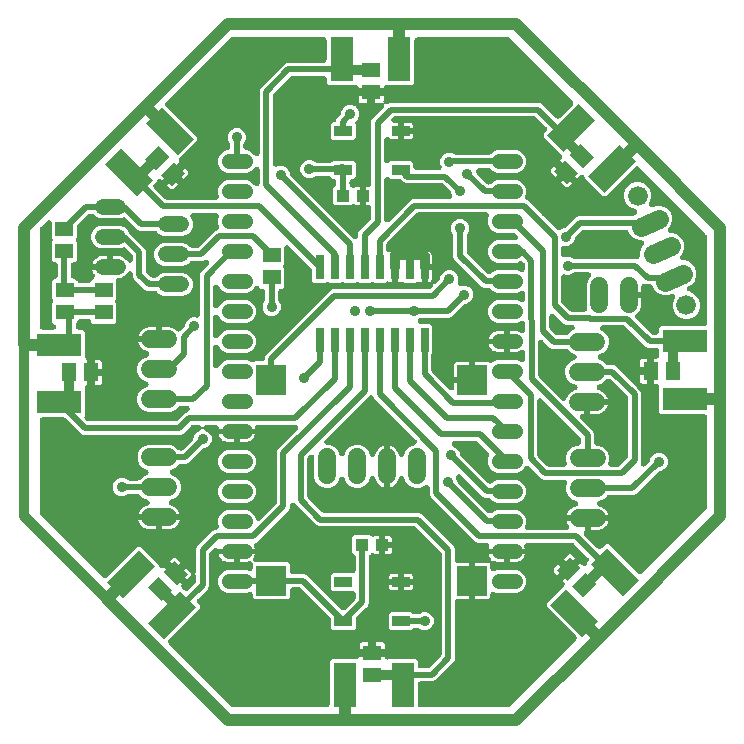
<source format=gbr>
G04 EAGLE Gerber RS-274X export*
G75*
%MOMM*%
%FSLAX34Y34*%
%LPD*%
%INBottom Copper*%
%IPPOS*%
%AMOC8*
5,1,8,0,0,1.08239X$1,22.5*%
G01*
%ADD10C,1.320800*%
%ADD11C,1.524000*%
%ADD12R,0.660400X2.032000*%
%ADD13R,1.500000X0.900000*%
%ADD14R,1.930400X3.810000*%
%ADD15R,3.810000X1.930400*%
%ADD16R,1.600000X1.300000*%
%ADD17R,1.300000X1.600000*%
%ADD18C,1.308000*%
%ADD19R,2.540000X2.540000*%
%ADD20R,1.100000X1.000000*%
%ADD21R,1.500000X1.300000*%
%ADD22C,1.650000*%
%ADD23C,1.676400*%
%ADD24C,0.812800*%
%ADD25C,0.914400*%
%ADD26C,0.508000*%
%ADD27C,1.000000*%

G36*
X83640Y10934D02*
X83640Y10934D01*
X83690Y10932D01*
X83862Y10954D01*
X84035Y10970D01*
X84083Y10983D01*
X84133Y10989D01*
X84298Y11042D01*
X84465Y11088D01*
X84511Y11110D01*
X84558Y11125D01*
X84711Y11206D01*
X84868Y11281D01*
X84909Y11311D01*
X84953Y11334D01*
X85089Y11441D01*
X85230Y11543D01*
X85265Y11579D01*
X85304Y11610D01*
X85419Y11740D01*
X85540Y11865D01*
X85567Y11907D01*
X85600Y11945D01*
X85691Y12093D01*
X85787Y12237D01*
X85807Y12284D01*
X85833Y12326D01*
X85895Y12488D01*
X85964Y12648D01*
X85975Y12696D01*
X85993Y12743D01*
X86026Y12914D01*
X86065Y13083D01*
X86067Y13133D01*
X86077Y13182D01*
X86089Y13429D01*
X86089Y50361D01*
X87875Y52147D01*
X109134Y52147D01*
X109184Y52152D01*
X109234Y52149D01*
X109406Y52172D01*
X109579Y52187D01*
X109627Y52201D01*
X109677Y52207D01*
X109842Y52260D01*
X110010Y52306D01*
X110055Y52327D01*
X110102Y52343D01*
X110256Y52424D01*
X110412Y52499D01*
X110453Y52528D01*
X110497Y52552D01*
X110634Y52659D01*
X110774Y52761D01*
X110809Y52797D01*
X110848Y52828D01*
X110964Y52958D01*
X111084Y53083D01*
X111111Y53125D01*
X111145Y53162D01*
X111235Y53310D01*
X111331Y53455D01*
X111351Y53501D01*
X111377Y53544D01*
X111439Y53706D01*
X111508Y53865D01*
X111519Y53914D01*
X111537Y53961D01*
X111545Y54003D01*
X121424Y54003D01*
X121474Y54007D01*
X121524Y54005D01*
X121695Y54027D01*
X121869Y54043D01*
X121917Y54056D01*
X121967Y54062D01*
X122132Y54115D01*
X122162Y54123D01*
X122191Y54117D01*
X122238Y54099D01*
X122409Y54066D01*
X122578Y54027D01*
X122628Y54024D01*
X122677Y54015D01*
X122924Y54003D01*
X132715Y54003D01*
X132715Y53999D01*
X132727Y53862D01*
X132730Y53726D01*
X132747Y53640D01*
X132755Y53554D01*
X132791Y53422D01*
X132818Y53288D01*
X132850Y53207D01*
X132873Y53123D01*
X132932Y53000D01*
X132983Y52873D01*
X133029Y52799D01*
X133066Y52720D01*
X133147Y52609D01*
X133219Y52493D01*
X133277Y52429D01*
X133328Y52358D01*
X133427Y52264D01*
X133519Y52162D01*
X133588Y52109D01*
X133650Y52049D01*
X133764Y51973D01*
X133873Y51890D01*
X133950Y51850D01*
X134022Y51802D01*
X134148Y51748D01*
X134270Y51685D01*
X134353Y51659D01*
X134433Y51625D01*
X134566Y51594D01*
X134697Y51554D01*
X134783Y51543D01*
X134868Y51524D01*
X135004Y51517D01*
X135140Y51501D01*
X135227Y51506D01*
X135314Y51501D01*
X135449Y51519D01*
X135586Y51527D01*
X135671Y51548D01*
X135757Y51559D01*
X135887Y51601D01*
X136020Y51633D01*
X136100Y51668D01*
X136182Y51695D01*
X136303Y51759D01*
X136428Y51814D01*
X136500Y51863D01*
X136577Y51904D01*
X136685Y51989D01*
X136798Y52065D01*
X136888Y52147D01*
X158727Y52147D01*
X160513Y50361D01*
X160513Y46588D01*
X160517Y46538D01*
X160515Y46488D01*
X160537Y46316D01*
X160552Y46143D01*
X160566Y46095D01*
X160572Y46045D01*
X160625Y45880D01*
X160671Y45712D01*
X160693Y45667D01*
X160708Y45620D01*
X160789Y45466D01*
X160864Y45310D01*
X160894Y45269D01*
X160917Y45225D01*
X161024Y45088D01*
X161126Y44948D01*
X161162Y44913D01*
X161193Y44874D01*
X161323Y44758D01*
X161448Y44638D01*
X161490Y44611D01*
X161527Y44577D01*
X161676Y44487D01*
X161820Y44391D01*
X161866Y44371D01*
X161909Y44345D01*
X162071Y44283D01*
X162230Y44214D01*
X162279Y44203D01*
X162326Y44185D01*
X162497Y44152D01*
X162665Y44113D01*
X162715Y44110D01*
X162765Y44101D01*
X163012Y44089D01*
X169150Y44089D01*
X169336Y44105D01*
X169522Y44117D01*
X169558Y44125D01*
X169595Y44129D01*
X169775Y44178D01*
X169956Y44222D01*
X169990Y44237D01*
X170025Y44247D01*
X170194Y44328D01*
X170364Y44404D01*
X170395Y44424D01*
X170428Y44440D01*
X170579Y44550D01*
X170734Y44655D01*
X170771Y44689D01*
X170790Y44702D01*
X170816Y44729D01*
X170917Y44821D01*
X180115Y54019D01*
X180235Y54162D01*
X180359Y54302D01*
X180378Y54333D01*
X180402Y54362D01*
X180494Y54524D01*
X180591Y54683D01*
X180604Y54718D01*
X180622Y54750D01*
X180684Y54926D01*
X180751Y55100D01*
X180758Y55137D01*
X180771Y55172D01*
X180800Y55356D01*
X180835Y55539D01*
X180838Y55589D01*
X180841Y55613D01*
X180840Y55650D01*
X180847Y55786D01*
X180847Y140922D01*
X180844Y140961D01*
X180845Y140991D01*
X180832Y141094D01*
X180831Y141108D01*
X180819Y141294D01*
X180811Y141330D01*
X180807Y141367D01*
X180758Y141547D01*
X180714Y141728D01*
X180699Y141762D01*
X180689Y141797D01*
X180608Y141966D01*
X180532Y142136D01*
X180512Y142167D01*
X180496Y142200D01*
X180386Y142351D01*
X180281Y142506D01*
X180247Y142543D01*
X180234Y142562D01*
X180207Y142588D01*
X180115Y142689D01*
X159072Y163732D01*
X158929Y163852D01*
X158789Y163976D01*
X158758Y163995D01*
X158729Y164019D01*
X158567Y164111D01*
X158408Y164208D01*
X158373Y164221D01*
X158341Y164239D01*
X158165Y164301D01*
X157991Y164368D01*
X157954Y164375D01*
X157919Y164388D01*
X157735Y164417D01*
X157552Y164452D01*
X157502Y164455D01*
X157478Y164458D01*
X157441Y164457D01*
X157305Y164464D01*
X77120Y164464D01*
X75066Y165315D01*
X56845Y183536D01*
X56740Y183624D01*
X56642Y183719D01*
X56569Y183767D01*
X56502Y183822D01*
X56384Y183890D01*
X56270Y183966D01*
X56190Y184000D01*
X56114Y184043D01*
X55985Y184089D01*
X55859Y184143D01*
X55775Y184162D01*
X55693Y184191D01*
X55557Y184213D01*
X55424Y184244D01*
X55338Y184248D01*
X55252Y184262D01*
X55115Y184259D01*
X54978Y184266D01*
X54892Y184255D01*
X54805Y184253D01*
X54671Y184226D01*
X54535Y184208D01*
X54452Y184182D01*
X54367Y184165D01*
X54240Y184114D01*
X54110Y184073D01*
X54033Y184032D01*
X53952Y184000D01*
X53836Y183928D01*
X53715Y183864D01*
X53647Y183810D01*
X53573Y183764D01*
X53471Y183672D01*
X53364Y183588D01*
X53306Y183522D01*
X53242Y183464D01*
X53158Y183356D01*
X53067Y183253D01*
X53022Y183179D01*
X52969Y183110D01*
X52906Y182988D01*
X52835Y182872D01*
X52804Y182791D01*
X52764Y182713D01*
X52724Y182583D01*
X52675Y182455D01*
X52658Y182369D01*
X52633Y182286D01*
X52617Y182151D01*
X52591Y182016D01*
X52584Y181879D01*
X52580Y181843D01*
X52581Y181819D01*
X52579Y181769D01*
X52579Y180117D01*
X51728Y178063D01*
X24629Y150964D01*
X23453Y150477D01*
X23322Y150408D01*
X23187Y150348D01*
X23124Y150305D01*
X23057Y150270D01*
X22940Y150179D01*
X22818Y150095D01*
X22765Y150042D01*
X22705Y149996D01*
X22606Y149885D01*
X22501Y149781D01*
X22457Y149719D01*
X22407Y149663D01*
X22329Y149537D01*
X22244Y149416D01*
X22212Y149347D01*
X22173Y149283D01*
X22119Y149145D01*
X22056Y149010D01*
X22037Y148937D01*
X22010Y148867D01*
X21981Y148721D01*
X21944Y148578D01*
X21938Y148503D01*
X21924Y148428D01*
X21922Y148280D01*
X21911Y148133D01*
X21918Y148057D01*
X21917Y147982D01*
X21941Y147835D01*
X21957Y147688D01*
X21978Y147616D01*
X21990Y147541D01*
X22040Y147401D01*
X22081Y147259D01*
X22128Y147155D01*
X22141Y147120D01*
X22155Y147095D01*
X22183Y147033D01*
X22461Y146487D01*
X22782Y145501D01*
X7506Y145501D01*
X7505Y145501D01*
X-9428Y145501D01*
X-9548Y145553D01*
X-9670Y145615D01*
X-9753Y145641D01*
X-9833Y145675D01*
X-9966Y145706D01*
X-10097Y145747D01*
X-10183Y145757D01*
X-10268Y145777D01*
X-10405Y145783D01*
X-10541Y145800D01*
X-10627Y145794D01*
X-10714Y145799D01*
X-10850Y145781D01*
X-10986Y145773D01*
X-11071Y145752D01*
X-11157Y145741D01*
X-11288Y145700D01*
X-11420Y145667D01*
X-11500Y145632D01*
X-11583Y145605D01*
X-11704Y145541D01*
X-11829Y145486D01*
X-11901Y145437D01*
X-11977Y145396D01*
X-12085Y145312D01*
X-12198Y145235D01*
X-12300Y145143D01*
X-12329Y145120D01*
X-12344Y145103D01*
X-12382Y145069D01*
X-15015Y142435D01*
X-15135Y142292D01*
X-15259Y142152D01*
X-15278Y142121D01*
X-15302Y142092D01*
X-15394Y141930D01*
X-15491Y141771D01*
X-15504Y141736D01*
X-15522Y141704D01*
X-15584Y141528D01*
X-15651Y141354D01*
X-15658Y141317D01*
X-15671Y141283D01*
X-15700Y141098D01*
X-15735Y140915D01*
X-15738Y140865D01*
X-15741Y140841D01*
X-15740Y140804D01*
X-15747Y140668D01*
X-15747Y113698D01*
X-16598Y111644D01*
X-18521Y109720D01*
X-18522Y109720D01*
X-25746Y102496D01*
X-25778Y102457D01*
X-25815Y102424D01*
X-25921Y102286D01*
X-26033Y102153D01*
X-26057Y102109D01*
X-26088Y102070D01*
X-26168Y101915D01*
X-26253Y101764D01*
X-26270Y101717D01*
X-26293Y101673D01*
X-26344Y101507D01*
X-26401Y101343D01*
X-26409Y101293D01*
X-26424Y101246D01*
X-26445Y101074D01*
X-26472Y100902D01*
X-26471Y100852D01*
X-26477Y100802D01*
X-26467Y100629D01*
X-26463Y100455D01*
X-26453Y100406D01*
X-26450Y100356D01*
X-26409Y100187D01*
X-26375Y100017D01*
X-26357Y99971D01*
X-26345Y99922D01*
X-26274Y99764D01*
X-26210Y99602D01*
X-26184Y99560D01*
X-26163Y99514D01*
X-26066Y99370D01*
X-25974Y99223D01*
X-25941Y99186D01*
X-25912Y99145D01*
X-25746Y98961D01*
X-23814Y97029D01*
X-23814Y94503D01*
X-49841Y68477D01*
X-49873Y68438D01*
X-49910Y68405D01*
X-50016Y68267D01*
X-50127Y68134D01*
X-50152Y68091D01*
X-50182Y68051D01*
X-50262Y67896D01*
X-50348Y67746D01*
X-50365Y67698D01*
X-50388Y67654D01*
X-50438Y67488D01*
X-50496Y67324D01*
X-50504Y67275D01*
X-50519Y67227D01*
X-50539Y67055D01*
X-50567Y66883D01*
X-50566Y66833D01*
X-50572Y66783D01*
X-50561Y66610D01*
X-50558Y66437D01*
X-50548Y66388D01*
X-50545Y66338D01*
X-50504Y66169D01*
X-50470Y65999D01*
X-50451Y65952D01*
X-50439Y65904D01*
X-50369Y65745D01*
X-50305Y65584D01*
X-50278Y65541D01*
X-50258Y65495D01*
X-50160Y65352D01*
X-50069Y65204D01*
X-50035Y65167D01*
X-50007Y65126D01*
X-49841Y64942D01*
X3440Y11662D01*
X3583Y11542D01*
X3723Y11418D01*
X3754Y11399D01*
X3783Y11375D01*
X3945Y11283D01*
X4104Y11186D01*
X4139Y11173D01*
X4171Y11155D01*
X4347Y11093D01*
X4521Y11026D01*
X4557Y11019D01*
X4592Y11007D01*
X4777Y10977D01*
X4960Y10942D01*
X5010Y10940D01*
X5033Y10936D01*
X5070Y10937D01*
X5207Y10930D01*
X83590Y10930D01*
X83640Y10934D01*
G37*
G36*
X236312Y10946D02*
X236312Y10946D01*
X236498Y10958D01*
X236534Y10966D01*
X236571Y10970D01*
X236751Y11019D01*
X236932Y11063D01*
X236966Y11078D01*
X237002Y11088D01*
X237170Y11169D01*
X237340Y11245D01*
X237371Y11265D01*
X237404Y11281D01*
X237555Y11391D01*
X237710Y11496D01*
X237747Y11530D01*
X237766Y11543D01*
X237792Y11570D01*
X237893Y11662D01*
X294471Y68240D01*
X294504Y68278D01*
X294541Y68312D01*
X294647Y68450D01*
X294758Y68583D01*
X294782Y68626D01*
X294813Y68666D01*
X294893Y68820D01*
X294979Y68971D01*
X294995Y69018D01*
X295018Y69063D01*
X295069Y69228D01*
X295127Y69392D01*
X295135Y69442D01*
X295149Y69490D01*
X295170Y69662D01*
X295197Y69834D01*
X295196Y69884D01*
X295202Y69933D01*
X295192Y70107D01*
X295188Y70280D01*
X295179Y70329D01*
X295176Y70379D01*
X295134Y70548D01*
X295100Y70718D01*
X295082Y70765D01*
X295070Y70813D01*
X294999Y70972D01*
X294935Y71133D01*
X294909Y71176D01*
X294889Y71221D01*
X294791Y71366D01*
X294699Y71512D01*
X294666Y71549D01*
X294638Y71591D01*
X294471Y71774D01*
X269734Y96512D01*
X269734Y99038D01*
X284407Y113711D01*
X284439Y113750D01*
X284476Y113783D01*
X284582Y113921D01*
X284694Y114054D01*
X284718Y114098D01*
X284749Y114137D01*
X284829Y114292D01*
X284914Y114443D01*
X284931Y114490D01*
X284954Y114534D01*
X285005Y114700D01*
X285063Y114864D01*
X285070Y114913D01*
X285085Y114961D01*
X285106Y115134D01*
X285133Y115305D01*
X285132Y115355D01*
X285138Y115405D01*
X285128Y115578D01*
X285124Y115752D01*
X285114Y115801D01*
X285111Y115851D01*
X285070Y116020D01*
X285036Y116190D01*
X285018Y116236D01*
X285006Y116285D01*
X284935Y116443D01*
X284871Y116605D01*
X284845Y116647D01*
X284824Y116693D01*
X284727Y116837D01*
X284635Y116984D01*
X284602Y117021D01*
X284573Y117062D01*
X284407Y117246D01*
X283349Y118304D01*
X290272Y125227D01*
X290304Y125265D01*
X290341Y125299D01*
X290447Y125437D01*
X290558Y125570D01*
X290583Y125613D01*
X290614Y125653D01*
X290693Y125807D01*
X290709Y125835D01*
X290734Y125850D01*
X290780Y125871D01*
X290924Y125969D01*
X291071Y126060D01*
X291108Y126094D01*
X291150Y126122D01*
X291333Y126288D01*
X298256Y133211D01*
X300131Y131336D01*
X300236Y131248D01*
X300335Y131153D01*
X300407Y131105D01*
X300474Y131049D01*
X300593Y130982D01*
X300707Y130906D01*
X300787Y130872D01*
X300862Y130829D01*
X300991Y130783D01*
X301117Y130729D01*
X301201Y130709D01*
X301284Y130681D01*
X301419Y130659D01*
X301552Y130628D01*
X301639Y130624D01*
X301725Y130610D01*
X301861Y130613D01*
X301998Y130606D01*
X302084Y130617D01*
X302171Y130619D01*
X302305Y130646D01*
X302441Y130664D01*
X302524Y130690D01*
X302609Y130707D01*
X302736Y130758D01*
X302867Y130799D01*
X302943Y130840D01*
X303024Y130872D01*
X303140Y130944D01*
X303261Y131008D01*
X303330Y131062D01*
X303403Y131108D01*
X303505Y131200D01*
X303612Y131284D01*
X303670Y131350D01*
X303735Y131408D01*
X303818Y131516D01*
X303909Y131619D01*
X303954Y131693D01*
X304007Y131762D01*
X304070Y131884D01*
X304141Y132000D01*
X304172Y132081D01*
X304212Y132159D01*
X304252Y132289D01*
X304301Y132417D01*
X304318Y132503D01*
X304343Y132586D01*
X304359Y132721D01*
X304385Y132856D01*
X304392Y132993D01*
X304396Y133029D01*
X304395Y133053D01*
X304397Y133103D01*
X304397Y133702D01*
X304948Y134252D01*
X304980Y134291D01*
X305017Y134324D01*
X305123Y134462D01*
X305234Y134595D01*
X305259Y134639D01*
X305290Y134678D01*
X305369Y134832D01*
X305455Y134983D01*
X305472Y135031D01*
X305495Y135075D01*
X305546Y135241D01*
X305603Y135405D01*
X305611Y135454D01*
X305626Y135502D01*
X305647Y135674D01*
X305674Y135846D01*
X305673Y135896D01*
X305679Y135946D01*
X305669Y136119D01*
X305665Y136292D01*
X305655Y136341D01*
X305652Y136392D01*
X305611Y136560D01*
X305577Y136730D01*
X305558Y136777D01*
X305547Y136826D01*
X305476Y136984D01*
X305412Y137146D01*
X305386Y137188D01*
X305365Y137234D01*
X305268Y137378D01*
X305176Y137525D01*
X305142Y137562D01*
X305114Y137603D01*
X304948Y137787D01*
X293354Y149381D01*
X293210Y149501D01*
X293071Y149625D01*
X293039Y149644D01*
X293011Y149668D01*
X292849Y149760D01*
X292689Y149857D01*
X292655Y149870D01*
X292622Y149888D01*
X292446Y149950D01*
X292272Y150017D01*
X292236Y150024D01*
X292201Y150037D01*
X292017Y150066D01*
X291834Y150101D01*
X291783Y150104D01*
X291760Y150107D01*
X291723Y150106D01*
X291586Y150113D01*
X253292Y150113D01*
X253101Y150096D01*
X252910Y150084D01*
X252879Y150076D01*
X252847Y150073D01*
X252662Y150022D01*
X252476Y149976D01*
X252447Y149963D01*
X252416Y149955D01*
X252243Y149872D01*
X252069Y149794D01*
X252042Y149776D01*
X252013Y149762D01*
X251858Y149649D01*
X251700Y149541D01*
X251677Y149518D01*
X251652Y149500D01*
X251519Y149362D01*
X251383Y149227D01*
X251364Y149201D01*
X251342Y149178D01*
X251236Y149018D01*
X251126Y148861D01*
X251113Y148832D01*
X251095Y148806D01*
X251019Y148630D01*
X250939Y148456D01*
X250931Y148425D01*
X250918Y148395D01*
X250875Y148209D01*
X250826Y148024D01*
X250824Y147992D01*
X250817Y147960D01*
X250807Y147770D01*
X250793Y147578D01*
X250796Y147546D01*
X250795Y147514D01*
X250819Y147325D01*
X250839Y147134D01*
X250848Y147103D01*
X250852Y147071D01*
X250910Y146889D01*
X250964Y146705D01*
X250982Y146665D01*
X250988Y146646D01*
X251005Y146614D01*
X251060Y146491D01*
X251382Y145501D01*
X236106Y145501D01*
X236105Y145501D01*
X220830Y145501D01*
X221154Y146498D01*
X221218Y146657D01*
X221293Y146833D01*
X221301Y146864D01*
X221313Y146894D01*
X221351Y147082D01*
X221394Y147268D01*
X221396Y147300D01*
X221403Y147331D01*
X221407Y147523D01*
X221417Y147714D01*
X221412Y147746D01*
X221413Y147778D01*
X221384Y147967D01*
X221359Y148157D01*
X221349Y148187D01*
X221344Y148219D01*
X221282Y148400D01*
X221223Y148582D01*
X221208Y148611D01*
X221198Y148641D01*
X221104Y148808D01*
X221014Y148977D01*
X220994Y149002D01*
X220979Y149030D01*
X220857Y149177D01*
X220738Y149328D01*
X220714Y149350D01*
X220694Y149374D01*
X220547Y149497D01*
X220404Y149625D01*
X220376Y149641D01*
X220352Y149662D01*
X220185Y149758D01*
X220022Y149857D01*
X219992Y149868D01*
X219964Y149884D01*
X219784Y149949D01*
X219605Y150017D01*
X219574Y150023D01*
X219544Y150034D01*
X219355Y150065D01*
X219167Y150101D01*
X219123Y150103D01*
X219103Y150107D01*
X219067Y150106D01*
X218919Y150113D01*
X211740Y150113D01*
X209686Y150964D01*
X171554Y189096D01*
X170703Y191150D01*
X170703Y196926D01*
X170691Y197063D01*
X170688Y197199D01*
X170671Y197284D01*
X170663Y197371D01*
X170627Y197503D01*
X170600Y197637D01*
X170568Y197718D01*
X170545Y197802D01*
X170486Y197925D01*
X170435Y198052D01*
X170389Y198126D01*
X170352Y198205D01*
X170271Y198316D01*
X170199Y198432D01*
X170141Y198496D01*
X170090Y198566D01*
X169991Y198661D01*
X169899Y198763D01*
X169830Y198816D01*
X169768Y198876D01*
X169654Y198952D01*
X169545Y199035D01*
X169468Y199075D01*
X169396Y199123D01*
X169270Y199177D01*
X169148Y199240D01*
X169065Y199266D01*
X168985Y199300D01*
X168852Y199331D01*
X168721Y199371D01*
X168635Y199382D01*
X168550Y199401D01*
X168414Y199408D01*
X168278Y199424D01*
X168191Y199419D01*
X168104Y199423D01*
X167969Y199406D01*
X167832Y199398D01*
X167747Y199377D01*
X167661Y199366D01*
X167531Y199324D01*
X167398Y199292D01*
X167318Y199257D01*
X167236Y199230D01*
X167115Y199166D01*
X166990Y199111D01*
X166918Y199062D01*
X166841Y199021D01*
X166733Y198936D01*
X166620Y198860D01*
X166519Y198768D01*
X166490Y198745D01*
X166474Y198727D01*
X166437Y198693D01*
X166112Y198369D01*
X162191Y196745D01*
X157947Y196745D01*
X154026Y198369D01*
X151024Y201370D01*
X149334Y205452D01*
X149237Y205636D01*
X149144Y205821D01*
X149134Y205834D01*
X149127Y205848D01*
X148999Y206012D01*
X148874Y206177D01*
X148862Y206188D01*
X148852Y206201D01*
X148698Y206339D01*
X148545Y206480D01*
X148531Y206488D01*
X148520Y206499D01*
X148343Y206607D01*
X148167Y206718D01*
X148153Y206724D01*
X148139Y206733D01*
X147947Y206808D01*
X147754Y206886D01*
X147738Y206890D01*
X147723Y206895D01*
X147520Y206935D01*
X147316Y206978D01*
X147300Y206978D01*
X147285Y206981D01*
X147077Y206985D01*
X146870Y206990D01*
X146854Y206988D01*
X146838Y206988D01*
X146634Y206954D01*
X146428Y206923D01*
X146413Y206918D01*
X146397Y206915D01*
X146203Y206846D01*
X146006Y206778D01*
X145992Y206770D01*
X145977Y206765D01*
X145797Y206661D01*
X145616Y206560D01*
X145604Y206550D01*
X145590Y206542D01*
X145430Y206407D01*
X145271Y206276D01*
X145260Y206264D01*
X145248Y206254D01*
X145116Y206094D01*
X144982Y205936D01*
X144974Y205922D01*
X144964Y205910D01*
X144862Y205729D01*
X144758Y205549D01*
X144753Y205534D01*
X144745Y205520D01*
X144677Y205323D01*
X144607Y205129D01*
X144603Y205108D01*
X144599Y205098D01*
X144598Y205091D01*
X144085Y203513D01*
X143359Y202088D01*
X142419Y200794D01*
X141288Y199663D01*
X139994Y198723D01*
X138569Y197997D01*
X137208Y197555D01*
X137208Y214993D01*
X137206Y215022D01*
X137208Y215074D01*
X137208Y232512D01*
X138569Y232070D01*
X139994Y231344D01*
X141288Y230404D01*
X142419Y229273D01*
X143359Y227979D01*
X144085Y226554D01*
X144634Y224866D01*
X144655Y224778D01*
X144661Y224763D01*
X144665Y224748D01*
X144751Y224558D01*
X144834Y224368D01*
X144843Y224355D01*
X144849Y224341D01*
X144968Y224169D01*
X145083Y223998D01*
X145094Y223986D01*
X145103Y223973D01*
X145249Y223827D01*
X145394Y223677D01*
X145407Y223668D01*
X145418Y223657D01*
X145588Y223538D01*
X145758Y223417D01*
X145772Y223410D01*
X145785Y223401D01*
X145973Y223315D01*
X146161Y223226D01*
X146177Y223222D01*
X146191Y223215D01*
X146391Y223164D01*
X146593Y223110D01*
X146608Y223108D01*
X146624Y223104D01*
X146830Y223090D01*
X147038Y223072D01*
X147054Y223074D01*
X147069Y223072D01*
X147276Y223095D01*
X147482Y223114D01*
X147498Y223119D01*
X147514Y223120D01*
X147713Y223179D01*
X147912Y223235D01*
X147927Y223242D01*
X147942Y223247D01*
X148128Y223340D01*
X148314Y223430D01*
X148327Y223440D01*
X148341Y223447D01*
X148508Y223572D01*
X148675Y223694D01*
X148686Y223706D01*
X148698Y223715D01*
X148840Y223868D01*
X148983Y224018D01*
X148991Y224031D01*
X149002Y224043D01*
X149114Y224218D01*
X149228Y224391D01*
X149237Y224410D01*
X149243Y224419D01*
X149252Y224443D01*
X149334Y224615D01*
X151024Y228697D01*
X154026Y231698D01*
X158192Y233424D01*
X158200Y233426D01*
X158281Y233458D01*
X158365Y233481D01*
X158488Y233540D01*
X158615Y233590D01*
X158689Y233636D01*
X158768Y233674D01*
X158879Y233754D01*
X158995Y233826D01*
X159059Y233885D01*
X159130Y233936D01*
X159224Y234035D01*
X159326Y234126D01*
X159379Y234195D01*
X159439Y234258D01*
X159515Y234372D01*
X159598Y234480D01*
X159638Y234558D01*
X159686Y234630D01*
X159740Y234756D01*
X159803Y234877D01*
X159829Y234960D01*
X159863Y235040D01*
X159894Y235173D01*
X159934Y235304D01*
X159945Y235391D01*
X159964Y235475D01*
X159971Y235612D01*
X159987Y235748D01*
X159982Y235835D01*
X159987Y235921D01*
X159969Y236057D01*
X159961Y236194D01*
X159940Y236278D01*
X159929Y236364D01*
X159887Y236495D01*
X159855Y236628D01*
X159820Y236707D01*
X159793Y236790D01*
X159729Y236911D01*
X159674Y237036D01*
X159625Y237108D01*
X159584Y237185D01*
X159500Y237292D01*
X159423Y237405D01*
X159331Y237507D01*
X159308Y237536D01*
X159291Y237551D01*
X159257Y237589D01*
X123702Y273143D01*
X123395Y273886D01*
X123351Y273969D01*
X123317Y274056D01*
X123248Y274166D01*
X123187Y274282D01*
X123130Y274356D01*
X123081Y274435D01*
X122993Y274531D01*
X122913Y274634D01*
X122844Y274697D01*
X122781Y274766D01*
X122678Y274845D01*
X122581Y274932D01*
X122501Y274981D01*
X122427Y275038D01*
X122311Y275098D01*
X122200Y275166D01*
X122113Y275201D01*
X122030Y275243D01*
X121906Y275282D01*
X121784Y275329D01*
X121692Y275347D01*
X121603Y275375D01*
X121474Y275390D01*
X121346Y275415D01*
X121252Y275417D01*
X121159Y275428D01*
X121029Y275420D01*
X120899Y275422D01*
X120807Y275406D01*
X120714Y275401D01*
X120587Y275370D01*
X120458Y275349D01*
X120370Y275317D01*
X120280Y275295D01*
X120161Y275242D01*
X120038Y275198D01*
X119957Y275152D01*
X119871Y275114D01*
X119763Y275041D01*
X119651Y274976D01*
X119579Y274915D01*
X119502Y274863D01*
X119318Y274697D01*
X82210Y237589D01*
X82123Y237484D01*
X82028Y237385D01*
X81980Y237313D01*
X81924Y237246D01*
X81857Y237127D01*
X81781Y237013D01*
X81746Y236933D01*
X81703Y236858D01*
X81658Y236728D01*
X81604Y236603D01*
X81584Y236518D01*
X81555Y236436D01*
X81533Y236301D01*
X81503Y236168D01*
X81498Y236081D01*
X81484Y235995D01*
X81487Y235858D01*
X81480Y235722D01*
X81492Y235635D01*
X81493Y235549D01*
X81520Y235414D01*
X81538Y235279D01*
X81564Y235196D01*
X81582Y235111D01*
X81632Y234983D01*
X81674Y234853D01*
X81714Y234776D01*
X81746Y234695D01*
X81819Y234579D01*
X81883Y234458D01*
X81937Y234390D01*
X81983Y234316D01*
X82074Y234215D01*
X82159Y234107D01*
X82224Y234050D01*
X82282Y233985D01*
X82391Y233902D01*
X82493Y233811D01*
X82567Y233766D01*
X82636Y233713D01*
X82758Y233650D01*
X82875Y233579D01*
X82956Y233548D01*
X83033Y233508D01*
X83164Y233467D01*
X83292Y233418D01*
X83377Y233402D01*
X83460Y233376D01*
X83596Y233360D01*
X83730Y233335D01*
X83867Y233328D01*
X83904Y233323D01*
X83927Y233325D01*
X83978Y233322D01*
X85991Y233322D01*
X89912Y231698D01*
X92914Y228697D01*
X94260Y225446D01*
X94323Y225325D01*
X94378Y225200D01*
X94427Y225127D01*
X94467Y225050D01*
X94551Y224942D01*
X94627Y224829D01*
X94688Y224766D01*
X94741Y224698D01*
X94843Y224607D01*
X94939Y224508D01*
X95009Y224458D01*
X95074Y224400D01*
X95191Y224328D01*
X95302Y224248D01*
X95380Y224211D01*
X95455Y224166D01*
X95582Y224116D01*
X95706Y224057D01*
X95790Y224035D01*
X95871Y224003D01*
X96005Y223977D01*
X96137Y223941D01*
X96223Y223934D01*
X96309Y223917D01*
X96446Y223915D01*
X96582Y223903D01*
X96669Y223912D01*
X96756Y223910D01*
X96890Y223933D01*
X97027Y223946D01*
X97110Y223969D01*
X97196Y223983D01*
X97325Y224029D01*
X97457Y224066D01*
X97535Y224104D01*
X97617Y224134D01*
X97736Y224202D01*
X97858Y224262D01*
X97929Y224313D01*
X98004Y224356D01*
X98109Y224445D01*
X98219Y224525D01*
X98279Y224588D01*
X98345Y224645D01*
X98433Y224750D01*
X98527Y224849D01*
X98575Y224922D01*
X98630Y224989D01*
X98697Y225108D01*
X98772Y225222D01*
X98831Y225346D01*
X98849Y225378D01*
X98856Y225400D01*
X98878Y225446D01*
X100225Y228697D01*
X103226Y231698D01*
X107147Y233322D01*
X111391Y233322D01*
X115312Y231698D01*
X118314Y228697D01*
X120004Y224615D01*
X120101Y224431D01*
X120195Y224246D01*
X120204Y224233D01*
X120211Y224219D01*
X120339Y224055D01*
X120464Y223890D01*
X120476Y223879D01*
X120486Y223867D01*
X120640Y223729D01*
X120793Y223588D01*
X120807Y223579D01*
X120818Y223568D01*
X120995Y223460D01*
X121171Y223349D01*
X121185Y223343D01*
X121199Y223334D01*
X121391Y223259D01*
X121585Y223181D01*
X121600Y223177D01*
X121615Y223172D01*
X121818Y223132D01*
X122022Y223089D01*
X122038Y223089D01*
X122053Y223086D01*
X122261Y223083D01*
X122468Y223077D01*
X122484Y223079D01*
X122500Y223079D01*
X122704Y223113D01*
X122910Y223144D01*
X122925Y223149D01*
X122941Y223152D01*
X123135Y223222D01*
X123332Y223289D01*
X123346Y223297D01*
X123361Y223302D01*
X123541Y223406D01*
X123722Y223507D01*
X123735Y223517D01*
X123748Y223525D01*
X123908Y223660D01*
X124067Y223791D01*
X124078Y223803D01*
X124090Y223813D01*
X124222Y223973D01*
X124356Y224132D01*
X124364Y224145D01*
X124374Y224158D01*
X124476Y224339D01*
X124580Y224518D01*
X124585Y224533D01*
X124593Y224547D01*
X124661Y224744D01*
X124731Y224939D01*
X124735Y224959D01*
X124739Y224969D01*
X124740Y224976D01*
X125253Y226554D01*
X125979Y227979D01*
X126919Y229273D01*
X128050Y230404D01*
X129344Y231344D01*
X130769Y232070D01*
X132130Y232512D01*
X132130Y215074D01*
X132132Y215045D01*
X132130Y214993D01*
X132130Y197555D01*
X130769Y197997D01*
X129344Y198723D01*
X128050Y199663D01*
X126919Y200794D01*
X125979Y202088D01*
X125253Y203513D01*
X124704Y205201D01*
X124683Y205290D01*
X124677Y205304D01*
X124673Y205320D01*
X124587Y205509D01*
X124504Y205699D01*
X124495Y205712D01*
X124489Y205726D01*
X124371Y205897D01*
X124255Y206070D01*
X124244Y206081D01*
X124235Y206094D01*
X124089Y206240D01*
X123944Y206390D01*
X123931Y206399D01*
X123920Y206411D01*
X123750Y206529D01*
X123581Y206650D01*
X123566Y206657D01*
X123553Y206666D01*
X123365Y206752D01*
X123177Y206841D01*
X123161Y206845D01*
X123147Y206852D01*
X122947Y206903D01*
X122745Y206957D01*
X122730Y206959D01*
X122714Y206963D01*
X122508Y206978D01*
X122300Y206995D01*
X122284Y206994D01*
X122269Y206995D01*
X122062Y206972D01*
X121856Y206953D01*
X121840Y206948D01*
X121825Y206947D01*
X121625Y206888D01*
X121426Y206832D01*
X121411Y206825D01*
X121396Y206821D01*
X121210Y206727D01*
X121024Y206637D01*
X121011Y206627D01*
X120997Y206620D01*
X120830Y206495D01*
X120663Y206373D01*
X120652Y206361D01*
X120640Y206352D01*
X120499Y206200D01*
X120356Y206049D01*
X120347Y206036D01*
X120336Y206024D01*
X120224Y205849D01*
X120110Y205676D01*
X120101Y205657D01*
X120095Y205648D01*
X120086Y205624D01*
X120004Y205452D01*
X118314Y201370D01*
X115312Y198369D01*
X111391Y196745D01*
X107147Y196745D01*
X103226Y198369D01*
X100225Y201370D01*
X98878Y204621D01*
X98815Y204742D01*
X98760Y204867D01*
X98711Y204940D01*
X98671Y205017D01*
X98587Y205125D01*
X98511Y205238D01*
X98450Y205301D01*
X98397Y205369D01*
X98295Y205460D01*
X98199Y205559D01*
X98129Y205609D01*
X98064Y205667D01*
X97947Y205739D01*
X97836Y205819D01*
X97758Y205856D01*
X97683Y205902D01*
X97556Y205951D01*
X97432Y206010D01*
X97348Y206033D01*
X97267Y206064D01*
X97133Y206090D01*
X97001Y206126D01*
X96914Y206133D01*
X96829Y206150D01*
X96692Y206152D01*
X96556Y206164D01*
X96469Y206156D01*
X96382Y206157D01*
X96247Y206134D01*
X96111Y206121D01*
X96028Y206098D01*
X95942Y206084D01*
X95813Y206038D01*
X95681Y206001D01*
X95603Y205963D01*
X95521Y205933D01*
X95403Y205865D01*
X95280Y205805D01*
X95209Y205754D01*
X95134Y205711D01*
X95029Y205622D01*
X94919Y205542D01*
X94859Y205479D01*
X94793Y205423D01*
X94705Y205317D01*
X94611Y205218D01*
X94564Y205145D01*
X94508Y205078D01*
X94441Y204959D01*
X94366Y204845D01*
X94307Y204721D01*
X94289Y204689D01*
X94282Y204667D01*
X94260Y204621D01*
X92914Y201370D01*
X89912Y198369D01*
X85991Y196745D01*
X81747Y196745D01*
X77826Y198369D01*
X74825Y201370D01*
X73200Y205291D01*
X73200Y222545D01*
X73188Y222681D01*
X73185Y222818D01*
X73168Y222903D01*
X73160Y222990D01*
X73124Y223122D01*
X73097Y223256D01*
X73065Y223337D01*
X73042Y223421D01*
X72983Y223544D01*
X72932Y223671D01*
X72886Y223745D01*
X72849Y223823D01*
X72768Y223934D01*
X72696Y224050D01*
X72638Y224115D01*
X72587Y224185D01*
X72488Y224280D01*
X72396Y224381D01*
X72327Y224434D01*
X72265Y224495D01*
X72151Y224570D01*
X72042Y224654D01*
X71965Y224694D01*
X71893Y224742D01*
X71767Y224796D01*
X71645Y224859D01*
X71562Y224884D01*
X71482Y224919D01*
X71349Y224950D01*
X71218Y224990D01*
X71132Y225000D01*
X71047Y225020D01*
X70911Y225027D01*
X70775Y225043D01*
X70688Y225038D01*
X70601Y225042D01*
X70466Y225025D01*
X70329Y225016D01*
X70244Y224996D01*
X70158Y224985D01*
X70028Y224943D01*
X69895Y224911D01*
X69815Y224875D01*
X69733Y224849D01*
X69612Y224785D01*
X69487Y224729D01*
X69415Y224680D01*
X69338Y224640D01*
X69230Y224555D01*
X69117Y224478D01*
X69016Y224386D01*
X68987Y224364D01*
X68971Y224346D01*
X68934Y224312D01*
X68043Y223421D01*
X67923Y223278D01*
X67799Y223138D01*
X67780Y223107D01*
X67756Y223078D01*
X67664Y222916D01*
X67567Y222757D01*
X67554Y222722D01*
X67536Y222690D01*
X67474Y222514D01*
X67407Y222340D01*
X67400Y222303D01*
X67387Y222268D01*
X67358Y222085D01*
X67323Y221901D01*
X67320Y221851D01*
X67317Y221827D01*
X67318Y221790D01*
X67311Y221654D01*
X67311Y189913D01*
X67327Y189727D01*
X67339Y189541D01*
X67347Y189505D01*
X67351Y189468D01*
X67400Y189288D01*
X67444Y189107D01*
X67459Y189073D01*
X67469Y189038D01*
X67550Y188869D01*
X67626Y188699D01*
X67646Y188668D01*
X67662Y188635D01*
X67772Y188484D01*
X67877Y188329D01*
X67911Y188292D01*
X67924Y188273D01*
X67951Y188247D01*
X68043Y188146D01*
X79815Y176374D01*
X79958Y176254D01*
X80098Y176130D01*
X80129Y176111D01*
X80158Y176087D01*
X80320Y175995D01*
X80479Y175898D01*
X80514Y175885D01*
X80546Y175867D01*
X80722Y175805D01*
X80896Y175738D01*
X80933Y175731D01*
X80968Y175718D01*
X81152Y175689D01*
X81335Y175654D01*
X81385Y175651D01*
X81409Y175648D01*
X81446Y175649D01*
X81582Y175642D01*
X161767Y175642D01*
X163821Y174791D01*
X191174Y147438D01*
X192025Y145384D01*
X192025Y135897D01*
X192029Y135847D01*
X192027Y135798D01*
X192049Y135626D01*
X192065Y135452D01*
X192078Y135404D01*
X192084Y135355D01*
X192137Y135189D01*
X192183Y135022D01*
X192205Y134977D01*
X192220Y134929D01*
X192301Y134776D01*
X192376Y134619D01*
X192406Y134578D01*
X192429Y134534D01*
X192536Y134398D01*
X192638Y134257D01*
X192674Y134223D01*
X192705Y134183D01*
X192835Y134068D01*
X192960Y133948D01*
X193002Y133920D01*
X193040Y133887D01*
X193188Y133797D01*
X193332Y133700D01*
X193378Y133681D01*
X193421Y133655D01*
X193583Y133592D01*
X193743Y133523D01*
X193791Y133512D01*
X193838Y133494D01*
X194009Y133461D01*
X194178Y133422D01*
X194228Y133420D01*
X194277Y133410D01*
X194524Y133398D01*
X204420Y133398D01*
X204420Y118158D01*
X204420Y118157D01*
X204420Y102917D01*
X194524Y102917D01*
X194474Y102912D01*
X194424Y102915D01*
X194252Y102892D01*
X194079Y102877D01*
X194031Y102863D01*
X193981Y102857D01*
X193816Y102804D01*
X193648Y102758D01*
X193603Y102737D01*
X193556Y102721D01*
X193402Y102640D01*
X193246Y102565D01*
X193205Y102536D01*
X193161Y102512D01*
X193024Y102405D01*
X192884Y102303D01*
X192849Y102267D01*
X192810Y102236D01*
X192694Y102106D01*
X192574Y101981D01*
X192547Y101939D01*
X192513Y101902D01*
X192423Y101754D01*
X192327Y101609D01*
X192307Y101563D01*
X192281Y101520D01*
X192219Y101358D01*
X192150Y101199D01*
X192139Y101150D01*
X192121Y101103D01*
X192088Y100932D01*
X192049Y100764D01*
X192046Y100714D01*
X192037Y100665D01*
X192025Y100417D01*
X192025Y51324D01*
X191174Y49270D01*
X175666Y33762D01*
X173612Y32911D01*
X163012Y32911D01*
X162962Y32907D01*
X162912Y32909D01*
X162740Y32887D01*
X162567Y32871D01*
X162519Y32858D01*
X162469Y32852D01*
X162304Y32799D01*
X162136Y32753D01*
X162091Y32731D01*
X162043Y32716D01*
X161890Y32635D01*
X161733Y32560D01*
X161693Y32530D01*
X161649Y32507D01*
X161512Y32400D01*
X161372Y32298D01*
X161337Y32262D01*
X161298Y32231D01*
X161182Y32101D01*
X161062Y31976D01*
X161034Y31934D01*
X161001Y31896D01*
X160911Y31748D01*
X160815Y31604D01*
X160795Y31558D01*
X160769Y31515D01*
X160707Y31353D01*
X160638Y31193D01*
X160627Y31145D01*
X160609Y31098D01*
X160576Y30927D01*
X160537Y30758D01*
X160534Y30708D01*
X160525Y30659D01*
X160513Y30412D01*
X160513Y13429D01*
X160517Y13379D01*
X160515Y13329D01*
X160537Y13157D01*
X160552Y12984D01*
X160566Y12936D01*
X160572Y12886D01*
X160625Y12721D01*
X160671Y12553D01*
X160693Y12508D01*
X160708Y12461D01*
X160789Y12307D01*
X160864Y12151D01*
X160894Y12110D01*
X160917Y12066D01*
X161024Y11930D01*
X161126Y11789D01*
X161162Y11754D01*
X161193Y11715D01*
X161323Y11599D01*
X161448Y11479D01*
X161490Y11452D01*
X161527Y11418D01*
X161676Y11328D01*
X161820Y11232D01*
X161866Y11212D01*
X161909Y11186D01*
X162071Y11124D01*
X162230Y11055D01*
X162279Y11044D01*
X162326Y11026D01*
X162497Y10993D01*
X162665Y10954D01*
X162715Y10951D01*
X162765Y10942D01*
X163012Y10930D01*
X236126Y10930D01*
X236312Y10946D01*
G37*
G36*
X-35318Y109679D02*
X-35318Y109679D01*
X-35144Y109682D01*
X-35095Y109692D01*
X-35045Y109695D01*
X-34876Y109736D01*
X-34706Y109770D01*
X-34660Y109789D01*
X-34611Y109801D01*
X-34453Y109871D01*
X-34291Y109935D01*
X-34249Y109962D01*
X-34203Y109982D01*
X-34059Y110080D01*
X-33912Y110171D01*
X-33875Y110205D01*
X-33833Y110233D01*
X-33650Y110399D01*
X-27657Y116392D01*
X-27537Y116536D01*
X-27413Y116675D01*
X-27394Y116707D01*
X-27370Y116735D01*
X-27278Y116897D01*
X-27181Y117057D01*
X-27168Y117091D01*
X-27150Y117123D01*
X-27088Y117299D01*
X-27021Y117474D01*
X-27014Y117510D01*
X-27001Y117545D01*
X-26972Y117729D01*
X-26937Y117912D01*
X-26934Y117963D01*
X-26931Y117986D01*
X-26932Y118023D01*
X-26925Y118160D01*
X-26925Y121649D01*
X-26926Y121666D01*
X-26925Y121683D01*
X-26946Y121888D01*
X-26965Y122094D01*
X-26969Y122110D01*
X-26971Y122127D01*
X-27028Y122325D01*
X-27083Y122525D01*
X-27090Y122540D01*
X-27095Y122556D01*
X-27186Y122740D01*
X-27276Y122927D01*
X-27286Y122941D01*
X-27294Y122956D01*
X-27417Y123122D01*
X-27538Y123289D01*
X-27550Y123301D01*
X-27560Y123314D01*
X-27711Y123456D01*
X-27860Y123599D01*
X-27874Y123608D01*
X-27887Y123620D01*
X-28059Y123731D01*
X-28232Y123846D01*
X-28248Y123853D01*
X-28262Y123862D01*
X-28296Y123876D01*
X-28272Y123888D01*
X-28089Y123982D01*
X-28076Y123992D01*
X-28061Y124000D01*
X-27898Y124128D01*
X-27734Y124254D01*
X-27723Y124266D01*
X-27710Y124276D01*
X-27573Y124431D01*
X-27433Y124584D01*
X-27424Y124598D01*
X-27413Y124611D01*
X-27306Y124787D01*
X-27196Y124962D01*
X-27190Y124978D01*
X-27181Y124992D01*
X-27107Y125184D01*
X-27030Y125377D01*
X-27027Y125393D01*
X-27021Y125409D01*
X-26982Y125612D01*
X-26941Y125815D01*
X-26940Y125831D01*
X-26937Y125848D01*
X-26925Y126095D01*
X-26925Y145130D01*
X-26074Y147184D01*
X-24150Y149107D01*
X-12818Y160440D01*
X-10764Y161291D01*
X-10208Y161291D01*
X-10115Y161299D01*
X-10022Y161298D01*
X-9893Y161319D01*
X-9763Y161331D01*
X-9673Y161355D01*
X-9581Y161371D01*
X-9458Y161415D01*
X-9333Y161449D01*
X-9248Y161490D01*
X-9160Y161521D01*
X-9047Y161586D01*
X-8930Y161642D01*
X-8854Y161697D01*
X-8773Y161744D01*
X-8674Y161828D01*
X-8568Y161904D01*
X-8503Y161972D01*
X-8432Y162032D01*
X-8349Y162132D01*
X-8259Y162226D01*
X-8207Y162304D01*
X-8147Y162376D01*
X-8084Y162490D01*
X-8011Y162598D01*
X-7974Y162684D01*
X-7929Y162766D01*
X-7886Y162889D01*
X-7834Y163009D01*
X-7813Y163099D01*
X-7783Y163188D01*
X-7763Y163317D01*
X-7733Y163444D01*
X-7728Y163537D01*
X-7714Y163629D01*
X-7717Y163760D01*
X-7711Y163890D01*
X-7723Y163982D01*
X-7725Y164076D01*
X-7752Y164204D01*
X-7769Y164333D01*
X-7797Y164422D01*
X-7816Y164513D01*
X-7899Y164746D01*
X-8623Y166494D01*
X-8623Y170309D01*
X-7163Y173833D01*
X-4466Y176530D01*
X-942Y177990D01*
X15953Y177990D01*
X19477Y176530D01*
X22175Y173833D01*
X23530Y170560D01*
X23574Y170477D01*
X23608Y170390D01*
X23677Y170280D01*
X23737Y170164D01*
X23795Y170090D01*
X23844Y170011D01*
X23932Y169915D01*
X24012Y169812D01*
X24081Y169749D01*
X24144Y169680D01*
X24247Y169600D01*
X24344Y169514D01*
X24424Y169465D01*
X24498Y169408D01*
X24614Y169348D01*
X24725Y169279D01*
X24812Y169245D01*
X24895Y169202D01*
X25019Y169164D01*
X25141Y169117D01*
X25233Y169099D01*
X25322Y169071D01*
X25451Y169056D01*
X25579Y169031D01*
X25673Y169029D01*
X25765Y169018D01*
X25895Y169026D01*
X26026Y169024D01*
X26118Y169039D01*
X26211Y169045D01*
X26338Y169076D01*
X26466Y169097D01*
X26554Y169129D01*
X26645Y169151D01*
X26764Y169204D01*
X26887Y169247D01*
X26968Y169294D01*
X27054Y169332D01*
X27161Y169405D01*
X27274Y169470D01*
X27346Y169530D01*
X27423Y169583D01*
X27607Y169749D01*
X40669Y182812D01*
X40789Y182955D01*
X40913Y183095D01*
X40932Y183126D01*
X40956Y183155D01*
X41048Y183317D01*
X41145Y183476D01*
X41158Y183511D01*
X41176Y183543D01*
X41238Y183719D01*
X41305Y183893D01*
X41312Y183930D01*
X41325Y183965D01*
X41354Y184149D01*
X41389Y184332D01*
X41392Y184382D01*
X41395Y184406D01*
X41394Y184443D01*
X41401Y184579D01*
X41401Y227426D01*
X42252Y229480D01*
X44175Y231403D01*
X44176Y231403D01*
X58631Y245858D01*
X58718Y245963D01*
X58813Y246062D01*
X58861Y246134D01*
X58917Y246201D01*
X58984Y246320D01*
X59060Y246434D01*
X59095Y246514D01*
X59138Y246589D01*
X59183Y246719D01*
X59237Y246844D01*
X59257Y246929D01*
X59286Y247011D01*
X59308Y247146D01*
X59339Y247279D01*
X59343Y247366D01*
X59357Y247452D01*
X59354Y247589D01*
X59361Y247725D01*
X59349Y247812D01*
X59348Y247899D01*
X59321Y248033D01*
X59303Y248168D01*
X59277Y248251D01*
X59259Y248336D01*
X59209Y248464D01*
X59167Y248594D01*
X59127Y248671D01*
X59095Y248752D01*
X59022Y248868D01*
X58958Y248989D01*
X58904Y249057D01*
X58858Y249131D01*
X58767Y249232D01*
X58682Y249340D01*
X58617Y249398D01*
X58559Y249462D01*
X58450Y249545D01*
X58348Y249636D01*
X58274Y249681D01*
X58205Y249734D01*
X58083Y249797D01*
X57966Y249868D01*
X57885Y249900D01*
X57808Y249939D01*
X57677Y249980D01*
X57549Y250029D01*
X57464Y250045D01*
X57381Y250071D01*
X57245Y250087D01*
X57111Y250113D01*
X56974Y250119D01*
X56937Y250124D01*
X56914Y250122D01*
X56863Y250125D01*
X25239Y250125D01*
X25018Y250105D01*
X24803Y250087D01*
X24799Y250085D01*
X24794Y250085D01*
X24582Y250027D01*
X24372Y249970D01*
X24368Y249968D01*
X24363Y249966D01*
X24164Y249871D01*
X23969Y249778D01*
X23965Y249775D01*
X23961Y249773D01*
X23780Y249643D01*
X23606Y249517D01*
X23603Y249514D01*
X23599Y249511D01*
X23446Y249353D01*
X23295Y249196D01*
X23292Y249193D01*
X23289Y249189D01*
X23169Y249009D01*
X23047Y248825D01*
X23045Y248821D01*
X23042Y248817D01*
X22957Y248619D01*
X22868Y248416D01*
X22867Y248411D01*
X22865Y248407D01*
X22816Y248198D01*
X22765Y247981D01*
X22765Y247976D01*
X22764Y247972D01*
X22753Y247758D01*
X22741Y247535D01*
X22742Y247530D01*
X22742Y247526D01*
X22770Y247310D01*
X22796Y247101D01*
X7506Y247101D01*
X7505Y247101D01*
X-7794Y247101D01*
X-7753Y247279D01*
X-7752Y247284D01*
X-7751Y247289D01*
X-7741Y247508D01*
X-7730Y247725D01*
X-7731Y247730D01*
X-7731Y247735D01*
X-7759Y247946D01*
X-7788Y248168D01*
X-7790Y248173D01*
X-7790Y248178D01*
X-7858Y248387D01*
X-7924Y248594D01*
X-7926Y248598D01*
X-7927Y248603D01*
X-8030Y248795D01*
X-8133Y248989D01*
X-8136Y248992D01*
X-8138Y248997D01*
X-8274Y249168D01*
X-8409Y249340D01*
X-8413Y249343D01*
X-8416Y249347D01*
X-8579Y249491D01*
X-8743Y249636D01*
X-8747Y249639D01*
X-8751Y249642D01*
X-8939Y249755D01*
X-9125Y249868D01*
X-9129Y249870D01*
X-9133Y249872D01*
X-9338Y249950D01*
X-9542Y250029D01*
X-9547Y250030D01*
X-9551Y250031D01*
X-9761Y250071D01*
X-9981Y250113D01*
X-9987Y250113D01*
X-9990Y250113D01*
X-10000Y250113D01*
X-10228Y250125D01*
X-18293Y250125D01*
X-18473Y250109D01*
X-18653Y250099D01*
X-18695Y250089D01*
X-18738Y250085D01*
X-18912Y250037D01*
X-19087Y249995D01*
X-19127Y249978D01*
X-19169Y249966D01*
X-19332Y249888D01*
X-19496Y249816D01*
X-19532Y249792D01*
X-19572Y249773D01*
X-19718Y249667D01*
X-19867Y249567D01*
X-19898Y249537D01*
X-19934Y249511D01*
X-20058Y249382D01*
X-20188Y249256D01*
X-20213Y249220D01*
X-20243Y249189D01*
X-20342Y249039D01*
X-20448Y248893D01*
X-20466Y248853D01*
X-20490Y248817D01*
X-20562Y248652D01*
X-20639Y248489D01*
X-20650Y248447D01*
X-20667Y248407D01*
X-20708Y248232D01*
X-20755Y248058D01*
X-20759Y248014D01*
X-20768Y247972D01*
X-20777Y247792D01*
X-20793Y247613D01*
X-20788Y247569D01*
X-20791Y247526D01*
X-20767Y247347D01*
X-20750Y247168D01*
X-20739Y247126D01*
X-20733Y247083D01*
X-20678Y246911D01*
X-20630Y246738D01*
X-20611Y246699D01*
X-20597Y246657D01*
X-20513Y246498D01*
X-20434Y246336D01*
X-20409Y246301D01*
X-20388Y246262D01*
X-20277Y246121D01*
X-20170Y245975D01*
X-20139Y245945D01*
X-20112Y245911D01*
X-19977Y245792D01*
X-19847Y245668D01*
X-19810Y245644D01*
X-19778Y245615D01*
X-19624Y245521D01*
X-19473Y245422D01*
X-19419Y245397D01*
X-19396Y245383D01*
X-19361Y245369D01*
X-19250Y245317D01*
X-17183Y244461D01*
X-15039Y242317D01*
X-13879Y239516D01*
X-13879Y236484D01*
X-15039Y233683D01*
X-17183Y231539D01*
X-19984Y230379D01*
X-20182Y230379D01*
X-20368Y230363D01*
X-20554Y230351D01*
X-20590Y230343D01*
X-20627Y230339D01*
X-20807Y230290D01*
X-20988Y230246D01*
X-21022Y230231D01*
X-21057Y230221D01*
X-21226Y230140D01*
X-21396Y230064D01*
X-21427Y230044D01*
X-21460Y230028D01*
X-21611Y229918D01*
X-21766Y229813D01*
X-21803Y229779D01*
X-21822Y229766D01*
X-21848Y229739D01*
X-21949Y229647D01*
X-33581Y218015D01*
X-35635Y217164D01*
X-40139Y217164D01*
X-40325Y217148D01*
X-40511Y217136D01*
X-40547Y217128D01*
X-40584Y217124D01*
X-40764Y217075D01*
X-40945Y217031D01*
X-40979Y217016D01*
X-41014Y217006D01*
X-41183Y216925D01*
X-41353Y216849D01*
X-41383Y216829D01*
X-41417Y216813D01*
X-41569Y216703D01*
X-41722Y216598D01*
X-41760Y216565D01*
X-41779Y216551D01*
X-41805Y216524D01*
X-41906Y216432D01*
X-44630Y213708D01*
X-47880Y212362D01*
X-48002Y212298D01*
X-48127Y212244D01*
X-48199Y212195D01*
X-48276Y212155D01*
X-48384Y212071D01*
X-48498Y211995D01*
X-48560Y211934D01*
X-48629Y211881D01*
X-48720Y211779D01*
X-48818Y211683D01*
X-48869Y211613D01*
X-48927Y211548D01*
X-48999Y211431D01*
X-49078Y211320D01*
X-49115Y211242D01*
X-49161Y211167D01*
X-49211Y211040D01*
X-49269Y210916D01*
X-49292Y210832D01*
X-49324Y210751D01*
X-49350Y210617D01*
X-49386Y210485D01*
X-49393Y210398D01*
X-49410Y210313D01*
X-49412Y210176D01*
X-49423Y210040D01*
X-49415Y209953D01*
X-49416Y209866D01*
X-49394Y209731D01*
X-49381Y209595D01*
X-49357Y209512D01*
X-49343Y209426D01*
X-49297Y209297D01*
X-49260Y209165D01*
X-49222Y209087D01*
X-49193Y209005D01*
X-49125Y208887D01*
X-49065Y208763D01*
X-49014Y208693D01*
X-48970Y208618D01*
X-48882Y208513D01*
X-48801Y208403D01*
X-48738Y208343D01*
X-48682Y208277D01*
X-48576Y208189D01*
X-48477Y208095D01*
X-48405Y208048D01*
X-48338Y207992D01*
X-48218Y207925D01*
X-48104Y207850D01*
X-47980Y207791D01*
X-47948Y207773D01*
X-47926Y207766D01*
X-47880Y207744D01*
X-44630Y206398D01*
X-41628Y203396D01*
X-40004Y199475D01*
X-40004Y195231D01*
X-41628Y191310D01*
X-44630Y188308D01*
X-48712Y186618D01*
X-48896Y186521D01*
X-49081Y186428D01*
X-49093Y186418D01*
X-49107Y186411D01*
X-49272Y186283D01*
X-49437Y186158D01*
X-49447Y186146D01*
X-49460Y186136D01*
X-49598Y185982D01*
X-49739Y185829D01*
X-49748Y185815D01*
X-49758Y185804D01*
X-49867Y185627D01*
X-49978Y185451D01*
X-49984Y185437D01*
X-49992Y185423D01*
X-50068Y185231D01*
X-50146Y185038D01*
X-50149Y185022D01*
X-50155Y185007D01*
X-50195Y184804D01*
X-50237Y184600D01*
X-50238Y184584D01*
X-50241Y184569D01*
X-50244Y184360D01*
X-50250Y184154D01*
X-50247Y184138D01*
X-50248Y184122D01*
X-50213Y183917D01*
X-50182Y183712D01*
X-50177Y183697D01*
X-50174Y183681D01*
X-50105Y183487D01*
X-50037Y183290D01*
X-50030Y183276D01*
X-50024Y183261D01*
X-49920Y183081D01*
X-49819Y182900D01*
X-49809Y182887D01*
X-49801Y182874D01*
X-49667Y182714D01*
X-49536Y182555D01*
X-49524Y182544D01*
X-49513Y182532D01*
X-49352Y182399D01*
X-49195Y182266D01*
X-49181Y182258D01*
X-49169Y182248D01*
X-48988Y182146D01*
X-48808Y182042D01*
X-48793Y182037D01*
X-48779Y182029D01*
X-48583Y181961D01*
X-48388Y181891D01*
X-48368Y181887D01*
X-48357Y181883D01*
X-48350Y181882D01*
X-46773Y181369D01*
X-45348Y180643D01*
X-44054Y179703D01*
X-42923Y178572D01*
X-41983Y177278D01*
X-41257Y175853D01*
X-40814Y174492D01*
X-58253Y174492D01*
X-58281Y174490D01*
X-58333Y174492D01*
X-75772Y174492D01*
X-75329Y175853D01*
X-74603Y177278D01*
X-73663Y178572D01*
X-72532Y179703D01*
X-71238Y180643D01*
X-69813Y181369D01*
X-68125Y181918D01*
X-68037Y181939D01*
X-68022Y181945D01*
X-68007Y181949D01*
X-67817Y182035D01*
X-67628Y182118D01*
X-67615Y182127D01*
X-67600Y182133D01*
X-67429Y182251D01*
X-67257Y182367D01*
X-67246Y182378D01*
X-67233Y182387D01*
X-67087Y182532D01*
X-66937Y182678D01*
X-66927Y182691D01*
X-66916Y182702D01*
X-66798Y182872D01*
X-66677Y183042D01*
X-66670Y183056D01*
X-66661Y183069D01*
X-66575Y183257D01*
X-66485Y183445D01*
X-66481Y183461D01*
X-66475Y183475D01*
X-66423Y183675D01*
X-66369Y183877D01*
X-66368Y183892D01*
X-66364Y183908D01*
X-66349Y184114D01*
X-66332Y184322D01*
X-66333Y184338D01*
X-66332Y184353D01*
X-66354Y184560D01*
X-66374Y184766D01*
X-66378Y184782D01*
X-66380Y184798D01*
X-66439Y184997D01*
X-66495Y185196D01*
X-66501Y185211D01*
X-66506Y185226D01*
X-66599Y185412D01*
X-66690Y185598D01*
X-66699Y185611D01*
X-66706Y185625D01*
X-66832Y185792D01*
X-66954Y185959D01*
X-66965Y185970D01*
X-66975Y185982D01*
X-67127Y186124D01*
X-67277Y186266D01*
X-67291Y186275D01*
X-67302Y186286D01*
X-67477Y186398D01*
X-67651Y186512D01*
X-67670Y186521D01*
X-67679Y186527D01*
X-67703Y186536D01*
X-67874Y186618D01*
X-71956Y188308D01*
X-74827Y191179D01*
X-74970Y191299D01*
X-75110Y191423D01*
X-75142Y191442D01*
X-75170Y191466D01*
X-75332Y191558D01*
X-75491Y191655D01*
X-75526Y191668D01*
X-75558Y191686D01*
X-75734Y191748D01*
X-75908Y191815D01*
X-75945Y191822D01*
X-75980Y191835D01*
X-76164Y191864D01*
X-76347Y191899D01*
X-76398Y191902D01*
X-76421Y191905D01*
X-76458Y191904D01*
X-76594Y191911D01*
X-83776Y191911D01*
X-83962Y191895D01*
X-84148Y191883D01*
X-84184Y191875D01*
X-84221Y191871D01*
X-84401Y191822D01*
X-84582Y191778D01*
X-84616Y191763D01*
X-84652Y191753D01*
X-84820Y191672D01*
X-84991Y191596D01*
X-85021Y191576D01*
X-85055Y191560D01*
X-85206Y191450D01*
X-85360Y191345D01*
X-85397Y191311D01*
X-85416Y191298D01*
X-85442Y191271D01*
X-85543Y191179D01*
X-85683Y191039D01*
X-88484Y189879D01*
X-91516Y189879D01*
X-94317Y191039D01*
X-96461Y193183D01*
X-97621Y195984D01*
X-97621Y199016D01*
X-96461Y201817D01*
X-94317Y203961D01*
X-91516Y205121D01*
X-88484Y205121D01*
X-85683Y203961D01*
X-85543Y203821D01*
X-85400Y203701D01*
X-85261Y203577D01*
X-85229Y203558D01*
X-85201Y203534D01*
X-85038Y203442D01*
X-84879Y203345D01*
X-84845Y203332D01*
X-84812Y203314D01*
X-84636Y203252D01*
X-84462Y203185D01*
X-84426Y203178D01*
X-84391Y203166D01*
X-84207Y203136D01*
X-84023Y203101D01*
X-83973Y203098D01*
X-83950Y203095D01*
X-83913Y203096D01*
X-83776Y203089D01*
X-76300Y203089D01*
X-76114Y203105D01*
X-75928Y203117D01*
X-75892Y203125D01*
X-75855Y203129D01*
X-75675Y203178D01*
X-75494Y203222D01*
X-75460Y203237D01*
X-75425Y203247D01*
X-75256Y203328D01*
X-75086Y203404D01*
X-75056Y203424D01*
X-75022Y203440D01*
X-74870Y203550D01*
X-74717Y203655D01*
X-74679Y203688D01*
X-74660Y203702D01*
X-74634Y203729D01*
X-74533Y203821D01*
X-71956Y206398D01*
X-68706Y207744D01*
X-68585Y207807D01*
X-68459Y207862D01*
X-68387Y207911D01*
X-68310Y207951D01*
X-68202Y208035D01*
X-68088Y208111D01*
X-68026Y208172D01*
X-67957Y208225D01*
X-67866Y208327D01*
X-67768Y208423D01*
X-67717Y208493D01*
X-67659Y208558D01*
X-67587Y208675D01*
X-67508Y208786D01*
X-67471Y208864D01*
X-67425Y208938D01*
X-67375Y209066D01*
X-67317Y209190D01*
X-67294Y209274D01*
X-67262Y209355D01*
X-67236Y209489D01*
X-67200Y209621D01*
X-67193Y209707D01*
X-67176Y209793D01*
X-67174Y209930D01*
X-67163Y210066D01*
X-67171Y210153D01*
X-67170Y210240D01*
X-67192Y210374D01*
X-67205Y210511D01*
X-67229Y210594D01*
X-67243Y210680D01*
X-67289Y210809D01*
X-67326Y210941D01*
X-67364Y211019D01*
X-67393Y211101D01*
X-67461Y211220D01*
X-67521Y211342D01*
X-67572Y211413D01*
X-67616Y211488D01*
X-67704Y211593D01*
X-67785Y211703D01*
X-67848Y211763D01*
X-67904Y211829D01*
X-68009Y211916D01*
X-68109Y212011D01*
X-68181Y212059D01*
X-68248Y212114D01*
X-68367Y212181D01*
X-68482Y212256D01*
X-68606Y212315D01*
X-68638Y212333D01*
X-68660Y212340D01*
X-68706Y212362D01*
X-71956Y213708D01*
X-74958Y216710D01*
X-76582Y220631D01*
X-76582Y224875D01*
X-74958Y228796D01*
X-71956Y231798D01*
X-68035Y233422D01*
X-48551Y233422D01*
X-44630Y231798D01*
X-41906Y229074D01*
X-41763Y228954D01*
X-41623Y228830D01*
X-41591Y228811D01*
X-41563Y228787D01*
X-41401Y228695D01*
X-41242Y228598D01*
X-41207Y228585D01*
X-41175Y228567D01*
X-40999Y228505D01*
X-40825Y228438D01*
X-40788Y228431D01*
X-40753Y228418D01*
X-40617Y228397D01*
X-40615Y228396D01*
X-40606Y228395D01*
X-40569Y228389D01*
X-40386Y228354D01*
X-40335Y228351D01*
X-40312Y228348D01*
X-40275Y228349D01*
X-40178Y228344D01*
X-40171Y228343D01*
X-40166Y228343D01*
X-40139Y228342D01*
X-40097Y228342D01*
X-39949Y228355D01*
X-39866Y228357D01*
X-39834Y228363D01*
X-39725Y228370D01*
X-39689Y228378D01*
X-39652Y228382D01*
X-39472Y228431D01*
X-39291Y228475D01*
X-39257Y228490D01*
X-39222Y228500D01*
X-39053Y228581D01*
X-38883Y228657D01*
X-38852Y228677D01*
X-38819Y228693D01*
X-38668Y228803D01*
X-38513Y228908D01*
X-38476Y228942D01*
X-38457Y228955D01*
X-38437Y228976D01*
X-38434Y228978D01*
X-38425Y228988D01*
X-38330Y229074D01*
X-29853Y237551D01*
X-29733Y237694D01*
X-29609Y237834D01*
X-29590Y237865D01*
X-29566Y237894D01*
X-29474Y238056D01*
X-29377Y238215D01*
X-29364Y238250D01*
X-29346Y238282D01*
X-29284Y238458D01*
X-29217Y238632D01*
X-29210Y238669D01*
X-29197Y238704D01*
X-29168Y238888D01*
X-29133Y239071D01*
X-29130Y239121D01*
X-29127Y239145D01*
X-29128Y239182D01*
X-29121Y239318D01*
X-29121Y239516D01*
X-27961Y242317D01*
X-25817Y244461D01*
X-23750Y245317D01*
X-23591Y245400D01*
X-23428Y245478D01*
X-23393Y245503D01*
X-23354Y245524D01*
X-23212Y245634D01*
X-23066Y245740D01*
X-23036Y245771D01*
X-23002Y245798D01*
X-22882Y245932D01*
X-22757Y246062D01*
X-22733Y246098D01*
X-22704Y246131D01*
X-22609Y246284D01*
X-22510Y246434D01*
X-22492Y246474D01*
X-22470Y246511D01*
X-22404Y246679D01*
X-22333Y246844D01*
X-22323Y246886D01*
X-22307Y246927D01*
X-22272Y247104D01*
X-22232Y247279D01*
X-22229Y247323D01*
X-22221Y247365D01*
X-22218Y247546D01*
X-22209Y247725D01*
X-22215Y247768D01*
X-22214Y247812D01*
X-22244Y247990D01*
X-22267Y248168D01*
X-22280Y248210D01*
X-22287Y248253D01*
X-22348Y248423D01*
X-22403Y248594D01*
X-22423Y248632D01*
X-22438Y248673D01*
X-22528Y248830D01*
X-22612Y248989D01*
X-22639Y249023D01*
X-22660Y249061D01*
X-22777Y249198D01*
X-22888Y249340D01*
X-22921Y249369D01*
X-22949Y249402D01*
X-23087Y249516D01*
X-23222Y249636D01*
X-23259Y249659D01*
X-23293Y249686D01*
X-23450Y249775D01*
X-23604Y249868D01*
X-23644Y249884D01*
X-23682Y249905D01*
X-23853Y249964D01*
X-24021Y250029D01*
X-24064Y250037D01*
X-24105Y250051D01*
X-24283Y250079D01*
X-24459Y250113D01*
X-24519Y250115D01*
X-24546Y250120D01*
X-24584Y250119D01*
X-24707Y250125D01*
X-29787Y250125D01*
X-29973Y250108D01*
X-30159Y250097D01*
X-30195Y250088D01*
X-30232Y250085D01*
X-30412Y250035D01*
X-30593Y249991D01*
X-30627Y249976D01*
X-30663Y249966D01*
X-30831Y249886D01*
X-31001Y249810D01*
X-31032Y249789D01*
X-31065Y249773D01*
X-31216Y249664D01*
X-31371Y249559D01*
X-31408Y249525D01*
X-31427Y249511D01*
X-31453Y249485D01*
X-31554Y249393D01*
X-38185Y242762D01*
X-40239Y241911D01*
X-122500Y241911D01*
X-124554Y242762D01*
X-126478Y244686D01*
X-137530Y255738D01*
X-137673Y255857D01*
X-137813Y255981D01*
X-137844Y256001D01*
X-137873Y256024D01*
X-138035Y256116D01*
X-138194Y256213D01*
X-138229Y256227D01*
X-138261Y256245D01*
X-138437Y256307D01*
X-138611Y256374D01*
X-138648Y256381D01*
X-138682Y256393D01*
X-138867Y256423D01*
X-139050Y256458D01*
X-139100Y256460D01*
X-139124Y256464D01*
X-139160Y256463D01*
X-139297Y256470D01*
X-156904Y256470D01*
X-156954Y256465D01*
X-157004Y256468D01*
X-157176Y256446D01*
X-157349Y256430D01*
X-157397Y256417D01*
X-157447Y256410D01*
X-157612Y256358D01*
X-157780Y256311D01*
X-157825Y256290D01*
X-157872Y256275D01*
X-158026Y256193D01*
X-158182Y256118D01*
X-158223Y256089D01*
X-158267Y256065D01*
X-158404Y255958D01*
X-158544Y255856D01*
X-158579Y255820D01*
X-158618Y255789D01*
X-158734Y255659D01*
X-158854Y255534D01*
X-158881Y255493D01*
X-158915Y255455D01*
X-159005Y255307D01*
X-159101Y255162D01*
X-159121Y255116D01*
X-159147Y255073D01*
X-159209Y254911D01*
X-159278Y254752D01*
X-159289Y254703D01*
X-159307Y254657D01*
X-159340Y254486D01*
X-159379Y254317D01*
X-159382Y254267D01*
X-159391Y254218D01*
X-159403Y253971D01*
X-159403Y175540D01*
X-159387Y175354D01*
X-159375Y175168D01*
X-159367Y175132D01*
X-159363Y175095D01*
X-159314Y174915D01*
X-159270Y174734D01*
X-159255Y174700D01*
X-159245Y174664D01*
X-159164Y174496D01*
X-159088Y174326D01*
X-159068Y174295D01*
X-159052Y174262D01*
X-158942Y174111D01*
X-158837Y173956D01*
X-158803Y173919D01*
X-158790Y173900D01*
X-158763Y173874D01*
X-158671Y173773D01*
X-106001Y121102D01*
X-105962Y121070D01*
X-105929Y121033D01*
X-105791Y120927D01*
X-105658Y120816D01*
X-105614Y120791D01*
X-105575Y120761D01*
X-105420Y120681D01*
X-105269Y120595D01*
X-105222Y120578D01*
X-105178Y120555D01*
X-105012Y120505D01*
X-104848Y120447D01*
X-104799Y120439D01*
X-104751Y120424D01*
X-104579Y120404D01*
X-104407Y120376D01*
X-104357Y120377D01*
X-104307Y120371D01*
X-104134Y120382D01*
X-103960Y120385D01*
X-103911Y120395D01*
X-103861Y120398D01*
X-103693Y120439D01*
X-103523Y120473D01*
X-103476Y120492D01*
X-103427Y120504D01*
X-103269Y120574D01*
X-103107Y120638D01*
X-103065Y120665D01*
X-103019Y120685D01*
X-102875Y120783D01*
X-102728Y120874D01*
X-102691Y120908D01*
X-102650Y120936D01*
X-102466Y121102D01*
X-76440Y147129D01*
X-73914Y147129D01*
X-58478Y131693D01*
X-58478Y131608D01*
X-58466Y131472D01*
X-58463Y131335D01*
X-58446Y131250D01*
X-58438Y131164D01*
X-58402Y131031D01*
X-58375Y130898D01*
X-58343Y130817D01*
X-58320Y130733D01*
X-58260Y130609D01*
X-58210Y130482D01*
X-58164Y130409D01*
X-58126Y130330D01*
X-58046Y130219D01*
X-57974Y130103D01*
X-57916Y130039D01*
X-57865Y129968D01*
X-57766Y129873D01*
X-57674Y129772D01*
X-57605Y129719D01*
X-57542Y129659D01*
X-57428Y129583D01*
X-57320Y129500D01*
X-57243Y129460D01*
X-57170Y129412D01*
X-57045Y129357D01*
X-56923Y129295D01*
X-56840Y129269D01*
X-56760Y129235D01*
X-56627Y129204D01*
X-56496Y129163D01*
X-56410Y129153D01*
X-56325Y129133D01*
X-56189Y129127D01*
X-56053Y129110D01*
X-55966Y129116D01*
X-55879Y129111D01*
X-55743Y129129D01*
X-55607Y129137D01*
X-55522Y129158D01*
X-55436Y129169D01*
X-55306Y129210D01*
X-55173Y129243D01*
X-55093Y129278D01*
X-55010Y129304D01*
X-54890Y129368D01*
X-54765Y129424D01*
X-54693Y129473D01*
X-54616Y129514D01*
X-54508Y129598D01*
X-54395Y129675D01*
X-54294Y129767D01*
X-54265Y129790D01*
X-54249Y129807D01*
X-54212Y129841D01*
X-53964Y130089D01*
X-47041Y123166D01*
X-47003Y123133D01*
X-46969Y123096D01*
X-46832Y122990D01*
X-46698Y122879D01*
X-46655Y122855D01*
X-46615Y122824D01*
X-46461Y122744D01*
X-46434Y122729D01*
X-46418Y122703D01*
X-46398Y122658D01*
X-46300Y122514D01*
X-46208Y122367D01*
X-46175Y122330D01*
X-46147Y122288D01*
X-45980Y122105D01*
X-39029Y115154D01*
X-39031Y115151D01*
X-39056Y115108D01*
X-39087Y115068D01*
X-39166Y114914D01*
X-39252Y114763D01*
X-39269Y114716D01*
X-39292Y114671D01*
X-39343Y114506D01*
X-39400Y114342D01*
X-39408Y114292D01*
X-39423Y114244D01*
X-39443Y114072D01*
X-39471Y113901D01*
X-39470Y113851D01*
X-39476Y113801D01*
X-39465Y113627D01*
X-39462Y113454D01*
X-39452Y113405D01*
X-39449Y113355D01*
X-39408Y113186D01*
X-39374Y113016D01*
X-39355Y112970D01*
X-39343Y112921D01*
X-39273Y112762D01*
X-39209Y112601D01*
X-39182Y112559D01*
X-39162Y112513D01*
X-39064Y112369D01*
X-38973Y112222D01*
X-38939Y112185D01*
X-38911Y112143D01*
X-38745Y111960D01*
X-37184Y110399D01*
X-37146Y110367D01*
X-37112Y110330D01*
X-36975Y110224D01*
X-36842Y110113D01*
X-36798Y110088D01*
X-36758Y110058D01*
X-36604Y109978D01*
X-36453Y109892D01*
X-36406Y109875D01*
X-36362Y109852D01*
X-36196Y109802D01*
X-36032Y109744D01*
X-35982Y109736D01*
X-35935Y109721D01*
X-35763Y109701D01*
X-35591Y109673D01*
X-35541Y109674D01*
X-35491Y109668D01*
X-35318Y109679D01*
G37*
G36*
X107838Y407491D02*
X107838Y407491D01*
X107925Y407493D01*
X108059Y407520D01*
X108195Y407537D01*
X108278Y407564D01*
X108363Y407581D01*
X108490Y407631D01*
X108621Y407673D01*
X108697Y407714D01*
X108778Y407746D01*
X108895Y407818D01*
X109015Y407882D01*
X109084Y407936D01*
X109158Y407982D01*
X109259Y408074D01*
X109367Y408158D01*
X109424Y408223D01*
X109489Y408282D01*
X109572Y408390D01*
X109663Y408492D01*
X109708Y408567D01*
X109761Y408636D01*
X109824Y408757D01*
X109895Y408874D01*
X109926Y408955D01*
X109966Y409032D01*
X110006Y409163D01*
X110056Y409291D01*
X110072Y409377D01*
X110097Y409459D01*
X110114Y409595D01*
X110139Y409730D01*
X110146Y409866D01*
X110150Y409903D01*
X110149Y409926D01*
X110152Y409977D01*
X110152Y412381D01*
X111002Y414435D01*
X120457Y423890D01*
X120577Y424033D01*
X120701Y424173D01*
X120720Y424204D01*
X120744Y424233D01*
X120836Y424395D01*
X120933Y424554D01*
X120946Y424589D01*
X120964Y424621D01*
X121026Y424797D01*
X121093Y424971D01*
X121100Y425008D01*
X121113Y425043D01*
X121142Y425227D01*
X121177Y425410D01*
X121180Y425460D01*
X121183Y425484D01*
X121182Y425521D01*
X121189Y425657D01*
X121189Y434079D01*
X121185Y434129D01*
X121187Y434179D01*
X121165Y434351D01*
X121149Y434524D01*
X121136Y434572D01*
X121130Y434622D01*
X121077Y434787D01*
X121031Y434955D01*
X121009Y435000D01*
X120994Y435047D01*
X120913Y435201D01*
X120838Y435357D01*
X120808Y435398D01*
X120785Y435442D01*
X120678Y435579D01*
X120576Y435719D01*
X120540Y435754D01*
X120509Y435793D01*
X120379Y435909D01*
X120254Y436029D01*
X120212Y436056D01*
X120174Y436090D01*
X120026Y436180D01*
X119882Y436276D01*
X119836Y436296D01*
X119793Y436322D01*
X119631Y436384D01*
X119471Y436453D01*
X119423Y436464D01*
X119376Y436482D01*
X119205Y436515D01*
X119036Y436554D01*
X118986Y436557D01*
X118937Y436566D01*
X118690Y436578D01*
X116790Y436578D01*
X116790Y444119D01*
X116790Y451660D01*
X118690Y451660D01*
X118740Y451664D01*
X118790Y451662D01*
X118962Y451684D01*
X119135Y451700D01*
X119183Y451713D01*
X119233Y451719D01*
X119398Y451772D01*
X119566Y451818D01*
X119611Y451840D01*
X119658Y451855D01*
X119812Y451936D01*
X119968Y452011D01*
X120009Y452041D01*
X120053Y452064D01*
X120190Y452171D01*
X120330Y452273D01*
X120365Y452309D01*
X120404Y452340D01*
X120520Y452470D01*
X120640Y452595D01*
X120667Y452637D01*
X120701Y452674D01*
X120791Y452823D01*
X120887Y452967D01*
X120907Y453013D01*
X120933Y453056D01*
X120995Y453218D01*
X121064Y453378D01*
X121075Y453426D01*
X121093Y453473D01*
X121126Y453644D01*
X121165Y453813D01*
X121168Y453862D01*
X121177Y453912D01*
X121189Y454159D01*
X121189Y506858D01*
X122040Y508912D01*
X131597Y518469D01*
X131610Y518485D01*
X131625Y518498D01*
X131733Y518631D01*
X131771Y518670D01*
X131793Y518704D01*
X131884Y518812D01*
X131894Y518829D01*
X131906Y518845D01*
X131996Y519008D01*
X132018Y519042D01*
X132030Y519069D01*
X132105Y519200D01*
X132111Y519219D01*
X132121Y519237D01*
X132184Y519426D01*
X132195Y519453D01*
X132200Y519471D01*
X132253Y519622D01*
X132256Y519642D01*
X132262Y519660D01*
X132291Y519861D01*
X132292Y519869D01*
X132297Y519888D01*
X132297Y519900D01*
X132323Y520063D01*
X132323Y520083D01*
X132326Y520103D01*
X132319Y520306D01*
X132318Y520322D01*
X132319Y520334D01*
X132318Y520341D01*
X132314Y520509D01*
X132311Y520529D01*
X132310Y520549D01*
X132266Y520748D01*
X132262Y520769D01*
X132261Y520777D01*
X132260Y520782D01*
X132226Y520947D01*
X132219Y520966D01*
X132215Y520985D01*
X132137Y521173D01*
X132128Y521194D01*
X132126Y521202D01*
X132123Y521207D01*
X132061Y521362D01*
X132051Y521380D01*
X132043Y521398D01*
X131933Y521569D01*
X131923Y521585D01*
X131916Y521597D01*
X131911Y521604D01*
X131825Y521742D01*
X131812Y521756D01*
X131801Y521773D01*
X131662Y521922D01*
X131654Y521931D01*
X131640Y521948D01*
X131630Y521958D01*
X131525Y522073D01*
X131510Y522085D01*
X131496Y522100D01*
X131333Y522221D01*
X131331Y522222D01*
X131306Y522245D01*
X131288Y522256D01*
X131171Y522345D01*
X131154Y522354D01*
X131138Y522366D01*
X130965Y522452D01*
X130924Y522477D01*
X130895Y522488D01*
X130775Y522550D01*
X130755Y522556D01*
X130738Y522565D01*
X130566Y522615D01*
X130508Y522637D01*
X130465Y522645D01*
X130348Y522681D01*
X130328Y522684D01*
X130309Y522689D01*
X130147Y522706D01*
X130069Y522721D01*
X129980Y522725D01*
X129904Y522735D01*
X129884Y522733D01*
X129864Y522735D01*
X129830Y522733D01*
X129822Y522733D01*
X124407Y522733D01*
X124407Y528525D01*
X131699Y528525D01*
X131699Y524939D01*
X131653Y524769D01*
X131619Y524575D01*
X131581Y524382D01*
X131581Y524355D01*
X131576Y524329D01*
X131578Y524132D01*
X131575Y523935D01*
X131579Y523909D01*
X131579Y523882D01*
X131616Y523689D01*
X131648Y523495D01*
X131657Y523469D01*
X131662Y523443D01*
X131732Y523260D01*
X131798Y523074D01*
X131812Y523051D01*
X131821Y523026D01*
X131922Y522858D01*
X132021Y522687D01*
X132038Y522666D01*
X132052Y522643D01*
X132182Y522496D01*
X132309Y522346D01*
X132330Y522328D01*
X132348Y522308D01*
X132501Y522187D01*
X132653Y522061D01*
X132677Y522048D01*
X132698Y522031D01*
X132871Y521939D01*
X133043Y521842D01*
X133068Y521833D01*
X133092Y521821D01*
X133279Y521761D01*
X133465Y521696D01*
X133492Y521692D01*
X133517Y521684D01*
X133712Y521658D01*
X133906Y521628D01*
X133933Y521629D01*
X133960Y521625D01*
X134156Y521634D01*
X134353Y521639D01*
X134379Y521645D01*
X134406Y521646D01*
X134597Y521690D01*
X134790Y521730D01*
X134824Y521742D01*
X134842Y521746D01*
X134873Y521759D01*
X135024Y521813D01*
X136937Y522606D01*
X263875Y522606D01*
X265929Y521755D01*
X277517Y510166D01*
X277556Y510134D01*
X277589Y510097D01*
X277727Y509991D01*
X277860Y509880D01*
X277903Y509855D01*
X277943Y509825D01*
X278098Y509745D01*
X278248Y509659D01*
X278296Y509643D01*
X278340Y509620D01*
X278506Y509569D01*
X278670Y509511D01*
X278719Y509503D01*
X278767Y509489D01*
X278939Y509468D01*
X279111Y509441D01*
X279161Y509442D01*
X279211Y509436D01*
X279384Y509446D01*
X279557Y509449D01*
X279606Y509459D01*
X279656Y509462D01*
X279825Y509503D01*
X279995Y509538D01*
X280042Y509556D01*
X280090Y509568D01*
X280249Y509638D01*
X280411Y509703D01*
X280453Y509729D01*
X280499Y509749D01*
X280642Y509847D01*
X280790Y509939D01*
X280827Y509972D01*
X280868Y510000D01*
X281052Y510167D01*
X291791Y520906D01*
X291823Y520944D01*
X291860Y520978D01*
X291966Y521115D01*
X292077Y521249D01*
X292102Y521292D01*
X292133Y521332D01*
X292212Y521486D01*
X292298Y521637D01*
X292315Y521684D01*
X292338Y521729D01*
X292389Y521894D01*
X292446Y522059D01*
X292454Y522108D01*
X292469Y522156D01*
X292490Y522328D01*
X292517Y522500D01*
X292516Y522550D01*
X292522Y522599D01*
X292512Y522773D01*
X292508Y522946D01*
X292498Y522995D01*
X292495Y523045D01*
X292454Y523214D01*
X292420Y523384D01*
X292401Y523431D01*
X292390Y523479D01*
X292319Y523638D01*
X292255Y523799D01*
X292229Y523842D01*
X292208Y523887D01*
X292111Y524031D01*
X292019Y524178D01*
X291985Y524216D01*
X291957Y524257D01*
X291791Y524440D01*
X238655Y577576D01*
X238512Y577696D01*
X238372Y577820D01*
X238341Y577839D01*
X238312Y577863D01*
X238150Y577955D01*
X237991Y578052D01*
X237956Y578065D01*
X237924Y578083D01*
X237748Y578145D01*
X237574Y578212D01*
X237538Y578219D01*
X237503Y578232D01*
X237318Y578261D01*
X237135Y578296D01*
X237085Y578299D01*
X237062Y578302D01*
X237025Y578301D01*
X236888Y578308D01*
X160393Y578308D01*
X160343Y578304D01*
X160293Y578306D01*
X160121Y578284D01*
X159948Y578268D01*
X159900Y578255D01*
X159850Y578249D01*
X159685Y578196D01*
X159518Y578150D01*
X159472Y578128D01*
X159425Y578113D01*
X159272Y578032D01*
X159115Y577957D01*
X159074Y577927D01*
X159030Y577904D01*
X158894Y577797D01*
X158753Y577695D01*
X158718Y577659D01*
X158679Y577628D01*
X158564Y577498D01*
X158443Y577373D01*
X158416Y577331D01*
X158383Y577293D01*
X158292Y577145D01*
X158196Y577001D01*
X158176Y576955D01*
X158150Y576912D01*
X158088Y576750D01*
X158019Y576590D01*
X158008Y576542D01*
X157990Y576495D01*
X157957Y576324D01*
X157918Y576155D01*
X157916Y576105D01*
X157906Y576056D01*
X157894Y575809D01*
X157894Y539723D01*
X156108Y537937D01*
X134198Y537937D01*
X134148Y537933D01*
X134098Y537935D01*
X133926Y537913D01*
X133753Y537897D01*
X133705Y537884D01*
X133655Y537878D01*
X133490Y537825D01*
X133322Y537779D01*
X133277Y537757D01*
X133230Y537742D01*
X133076Y537661D01*
X132920Y537586D01*
X132879Y537556D01*
X132835Y537533D01*
X132698Y537426D01*
X132558Y537324D01*
X132523Y537288D01*
X132484Y537257D01*
X132368Y537127D01*
X132248Y537002D01*
X132221Y536960D01*
X132187Y536923D01*
X132097Y536774D01*
X132001Y536630D01*
X131981Y536584D01*
X131955Y536541D01*
X131893Y536379D01*
X131824Y536219D01*
X131813Y536171D01*
X131795Y536124D01*
X131762Y535953D01*
X131723Y535784D01*
X131720Y535735D01*
X131711Y535685D01*
X131699Y535438D01*
X131699Y535023D01*
X121908Y535023D01*
X121858Y535019D01*
X121808Y535021D01*
X121637Y534999D01*
X121463Y534983D01*
X121415Y534970D01*
X121365Y534964D01*
X121200Y534911D01*
X121170Y534903D01*
X121141Y534909D01*
X121094Y534927D01*
X120923Y534960D01*
X120754Y534999D01*
X120704Y535002D01*
X120655Y535011D01*
X120408Y535023D01*
X110617Y535023D01*
X110617Y535438D01*
X110613Y535488D01*
X110615Y535538D01*
X110593Y535710D01*
X110577Y535883D01*
X110564Y535931D01*
X110558Y535981D01*
X110505Y536146D01*
X110459Y536314D01*
X110437Y536359D01*
X110422Y536406D01*
X110341Y536560D01*
X110266Y536716D01*
X110236Y536757D01*
X110213Y536801D01*
X110106Y536938D01*
X110004Y537078D01*
X109968Y537113D01*
X109937Y537152D01*
X109807Y537268D01*
X109682Y537388D01*
X109640Y537415D01*
X109602Y537449D01*
X109454Y537539D01*
X109310Y537635D01*
X109264Y537655D01*
X109221Y537681D01*
X109059Y537743D01*
X108899Y537812D01*
X108851Y537823D01*
X108804Y537841D01*
X108633Y537874D01*
X108464Y537913D01*
X108414Y537916D01*
X108365Y537925D01*
X108118Y537937D01*
X85256Y537937D01*
X83470Y539723D01*
X83470Y543092D01*
X83466Y543142D01*
X83468Y543192D01*
X83446Y543364D01*
X83431Y543537D01*
X83417Y543585D01*
X83411Y543635D01*
X83358Y543800D01*
X83312Y543968D01*
X83290Y544013D01*
X83275Y544060D01*
X83194Y544214D01*
X83119Y544370D01*
X83089Y544411D01*
X83066Y544455D01*
X82959Y544592D01*
X82857Y544732D01*
X82821Y544767D01*
X82790Y544806D01*
X82660Y544922D01*
X82535Y545042D01*
X82493Y545069D01*
X82456Y545103D01*
X82307Y545193D01*
X82163Y545289D01*
X82117Y545309D01*
X82074Y545335D01*
X81912Y545397D01*
X81753Y545466D01*
X81704Y545477D01*
X81657Y545495D01*
X81486Y545528D01*
X81318Y545567D01*
X81268Y545570D01*
X81218Y545579D01*
X80971Y545591D01*
X54531Y545591D01*
X54345Y545575D01*
X54159Y545563D01*
X54123Y545555D01*
X54086Y545551D01*
X53906Y545502D01*
X53725Y545458D01*
X53691Y545443D01*
X53656Y545433D01*
X53487Y545352D01*
X53317Y545276D01*
X53286Y545256D01*
X53253Y545240D01*
X53102Y545130D01*
X52947Y545025D01*
X52910Y544991D01*
X52891Y544978D01*
X52865Y544951D01*
X52764Y544859D01*
X38706Y530801D01*
X38586Y530658D01*
X38462Y530518D01*
X38443Y530487D01*
X38419Y530458D01*
X38327Y530296D01*
X38230Y530137D01*
X38217Y530102D01*
X38199Y530070D01*
X38137Y529894D01*
X38070Y529720D01*
X38063Y529683D01*
X38050Y529648D01*
X38021Y529464D01*
X37986Y529281D01*
X37983Y529231D01*
X37980Y529207D01*
X37981Y529170D01*
X37974Y529034D01*
X37974Y471286D01*
X37982Y471193D01*
X37981Y471099D01*
X38002Y470971D01*
X38014Y470841D01*
X38038Y470751D01*
X38054Y470658D01*
X38098Y470536D01*
X38132Y470410D01*
X38173Y470326D01*
X38204Y470238D01*
X38269Y470125D01*
X38325Y470007D01*
X38380Y469932D01*
X38427Y469851D01*
X38511Y469751D01*
X38587Y469646D01*
X38655Y469581D01*
X38715Y469509D01*
X38815Y469426D01*
X38909Y469336D01*
X38987Y469284D01*
X39059Y469225D01*
X39173Y469161D01*
X39281Y469089D01*
X39367Y469052D01*
X39449Y469006D01*
X39572Y468963D01*
X39692Y468912D01*
X39782Y468891D01*
X39871Y468860D01*
X40000Y468840D01*
X40127Y468811D01*
X40220Y468806D01*
X40312Y468792D01*
X40443Y468795D01*
X40573Y468788D01*
X40665Y468801D01*
X40759Y468803D01*
X40887Y468829D01*
X41016Y468846D01*
X41105Y468874D01*
X41196Y468893D01*
X41429Y468977D01*
X42984Y469621D01*
X46016Y469621D01*
X48817Y468461D01*
X50961Y466317D01*
X52121Y463516D01*
X52121Y463009D01*
X52137Y462823D01*
X52149Y462637D01*
X52157Y462601D01*
X52161Y462564D01*
X52210Y462384D01*
X52254Y462203D01*
X52269Y462169D01*
X52279Y462134D01*
X52360Y461965D01*
X52436Y461795D01*
X52456Y461764D01*
X52472Y461731D01*
X52582Y461580D01*
X52687Y461425D01*
X52721Y461388D01*
X52734Y461369D01*
X52761Y461343D01*
X52853Y461242D01*
X105885Y408210D01*
X105990Y408122D01*
X106089Y408027D01*
X106161Y407979D01*
X106228Y407923D01*
X106347Y407856D01*
X106461Y407780D01*
X106541Y407745D01*
X106616Y407702D01*
X106745Y407657D01*
X106871Y407603D01*
X106955Y407583D01*
X107038Y407554D01*
X107173Y407533D01*
X107306Y407502D01*
X107393Y407497D01*
X107479Y407484D01*
X107616Y407486D01*
X107752Y407480D01*
X107838Y407491D01*
G37*
G36*
X348964Y123679D02*
X348964Y123679D01*
X349137Y123683D01*
X349186Y123693D01*
X349236Y123696D01*
X349405Y123737D01*
X349575Y123771D01*
X349621Y123789D01*
X349670Y123801D01*
X349829Y123872D01*
X349990Y123936D01*
X350033Y123962D01*
X350078Y123983D01*
X350222Y124080D01*
X350369Y124172D01*
X350406Y124205D01*
X350448Y124234D01*
X350631Y124400D01*
X404957Y178726D01*
X405077Y178869D01*
X405201Y179009D01*
X405220Y179040D01*
X405244Y179069D01*
X405336Y179231D01*
X405433Y179390D01*
X405446Y179425D01*
X405464Y179457D01*
X405526Y179633D01*
X405593Y179807D01*
X405600Y179843D01*
X405613Y179878D01*
X405642Y180063D01*
X405677Y180246D01*
X405680Y180296D01*
X405683Y180319D01*
X405682Y180356D01*
X405689Y180493D01*
X405689Y256640D01*
X405685Y256689D01*
X405687Y256739D01*
X405665Y256911D01*
X405649Y257085D01*
X405636Y257133D01*
X405630Y257182D01*
X405577Y257348D01*
X405531Y257515D01*
X405509Y257560D01*
X405494Y257608D01*
X405413Y257761D01*
X405338Y257918D01*
X405308Y257959D01*
X405285Y258003D01*
X405178Y258139D01*
X405076Y258280D01*
X405040Y258315D01*
X405009Y258354D01*
X404879Y258469D01*
X404754Y258589D01*
X404712Y258617D01*
X404674Y258650D01*
X404526Y258740D01*
X404382Y258837D01*
X404336Y258856D01*
X404293Y258882D01*
X404131Y258945D01*
X403971Y259014D01*
X403923Y259025D01*
X403876Y259043D01*
X403705Y259076D01*
X403536Y259115D01*
X403486Y259117D01*
X403437Y259127D01*
X403190Y259139D01*
X366703Y259139D01*
X364917Y260925D01*
X364917Y282616D01*
X364913Y282666D01*
X364915Y282716D01*
X364893Y282888D01*
X364877Y283061D01*
X364864Y283109D01*
X364858Y283159D01*
X364805Y283324D01*
X364759Y283492D01*
X364737Y283537D01*
X364722Y283584D01*
X364641Y283738D01*
X364566Y283894D01*
X364536Y283935D01*
X364513Y283979D01*
X364405Y284116D01*
X364304Y284256D01*
X364268Y284291D01*
X364237Y284330D01*
X364107Y284446D01*
X363982Y284566D01*
X363940Y284593D01*
X363902Y284627D01*
X363754Y284717D01*
X363609Y284813D01*
X363563Y284833D01*
X363521Y284859D01*
X363359Y284921D01*
X363199Y284990D01*
X363151Y285001D01*
X363104Y285019D01*
X362933Y285052D01*
X362764Y285091D01*
X362714Y285094D01*
X362665Y285103D01*
X362418Y285115D01*
X361033Y285115D01*
X361033Y294906D01*
X361029Y294956D01*
X361031Y295006D01*
X361009Y295177D01*
X360993Y295351D01*
X360980Y295399D01*
X360974Y295449D01*
X360921Y295614D01*
X360913Y295644D01*
X360919Y295673D01*
X360937Y295720D01*
X360970Y295891D01*
X361009Y296060D01*
X361012Y296110D01*
X361021Y296159D01*
X361033Y296406D01*
X361033Y306197D01*
X362634Y306197D01*
X362770Y306209D01*
X362907Y306212D01*
X362992Y306229D01*
X363078Y306237D01*
X363210Y306273D01*
X363345Y306300D01*
X363425Y306332D01*
X363509Y306355D01*
X363633Y306414D01*
X363760Y306465D01*
X363833Y306511D01*
X363912Y306548D01*
X364023Y306629D01*
X364139Y306701D01*
X364203Y306759D01*
X364274Y306810D01*
X364369Y306909D01*
X364470Y307001D01*
X364523Y307070D01*
X364583Y307132D01*
X364659Y307246D01*
X364743Y307355D01*
X364782Y307432D01*
X364830Y307504D01*
X364885Y307630D01*
X364948Y307752D01*
X364973Y307835D01*
X365007Y307915D01*
X365038Y308048D01*
X365079Y308179D01*
X365089Y308265D01*
X365109Y308350D01*
X365115Y308486D01*
X365132Y308622D01*
X365126Y308709D01*
X365131Y308796D01*
X365113Y308932D01*
X365105Y309068D01*
X365084Y309153D01*
X365073Y309239D01*
X365032Y309369D01*
X364999Y309502D01*
X364964Y309582D01*
X364938Y309664D01*
X364917Y309703D01*
X364917Y312774D01*
X364913Y312824D01*
X364915Y312873D01*
X364893Y313045D01*
X364877Y313219D01*
X364864Y313267D01*
X364858Y313316D01*
X364805Y313482D01*
X364759Y313649D01*
X364737Y313694D01*
X364722Y313742D01*
X364641Y313895D01*
X364566Y314052D01*
X364536Y314093D01*
X364513Y314137D01*
X364405Y314273D01*
X364304Y314414D01*
X364268Y314449D01*
X364237Y314488D01*
X364107Y314603D01*
X363982Y314723D01*
X363940Y314751D01*
X363902Y314784D01*
X363754Y314874D01*
X363609Y314971D01*
X363563Y314990D01*
X363521Y315016D01*
X363359Y315079D01*
X363199Y315148D01*
X363151Y315159D01*
X363104Y315177D01*
X362933Y315210D01*
X362764Y315249D01*
X362714Y315251D01*
X362665Y315261D01*
X362418Y315273D01*
X356027Y315273D01*
X353973Y316124D01*
X352049Y318047D01*
X336173Y333923D01*
X336030Y334043D01*
X335890Y334167D01*
X335859Y334186D01*
X335830Y334210D01*
X335668Y334302D01*
X335509Y334399D01*
X335474Y334412D01*
X335442Y334430D01*
X335266Y334492D01*
X335092Y334559D01*
X335055Y334566D01*
X335020Y334579D01*
X334836Y334608D01*
X334653Y334643D01*
X334603Y334646D01*
X334579Y334649D01*
X334542Y334648D01*
X334406Y334655D01*
X317603Y334655D01*
X317423Y334639D01*
X317243Y334629D01*
X317201Y334619D01*
X317158Y334615D01*
X316984Y334568D01*
X316809Y334526D01*
X316769Y334508D01*
X316727Y334497D01*
X316564Y334419D01*
X316400Y334347D01*
X316364Y334322D01*
X316324Y334304D01*
X316178Y334198D01*
X316029Y334098D01*
X315998Y334067D01*
X315962Y334042D01*
X315838Y333912D01*
X315708Y333786D01*
X315683Y333751D01*
X315653Y333720D01*
X315553Y333569D01*
X315448Y333423D01*
X315430Y333384D01*
X315406Y333348D01*
X315334Y333182D01*
X315257Y333019D01*
X315246Y332977D01*
X315229Y332937D01*
X315188Y332763D01*
X315141Y332588D01*
X315137Y332545D01*
X315128Y332502D01*
X315119Y332323D01*
X315103Y332143D01*
X315108Y332100D01*
X315105Y332056D01*
X315129Y331878D01*
X315146Y331698D01*
X315157Y331656D01*
X315163Y331613D01*
X315218Y331442D01*
X315266Y331268D01*
X315285Y331229D01*
X315299Y331188D01*
X315383Y331029D01*
X315462Y330867D01*
X315488Y330831D01*
X315508Y330793D01*
X315619Y330651D01*
X315726Y330506D01*
X315757Y330476D01*
X315784Y330442D01*
X315919Y330322D01*
X316049Y330198D01*
X316086Y330174D01*
X316118Y330145D01*
X316272Y330052D01*
X316423Y329953D01*
X316477Y329927D01*
X316500Y329913D01*
X316535Y329900D01*
X316646Y329847D01*
X317701Y329410D01*
X320702Y326409D01*
X322326Y322488D01*
X322326Y318243D01*
X320702Y314322D01*
X317701Y311321D01*
X314450Y309975D01*
X314329Y309911D01*
X314204Y309856D01*
X314132Y309808D01*
X314054Y309767D01*
X313947Y309684D01*
X313833Y309607D01*
X313771Y309547D01*
X313702Y309493D01*
X313611Y309391D01*
X313512Y309296D01*
X313462Y309225D01*
X313404Y309161D01*
X313332Y309044D01*
X313252Y308933D01*
X313215Y308854D01*
X313170Y308780D01*
X313120Y308653D01*
X313061Y308529D01*
X313039Y308445D01*
X313007Y308364D01*
X312981Y308230D01*
X312945Y308098D01*
X312938Y308011D01*
X312921Y307926D01*
X312919Y307789D01*
X312907Y307653D01*
X312916Y307566D01*
X312914Y307479D01*
X312937Y307344D01*
X312950Y307208D01*
X312973Y307124D01*
X312987Y307038D01*
X313033Y306909D01*
X313070Y306778D01*
X313108Y306700D01*
X313138Y306618D01*
X313206Y306499D01*
X313266Y306376D01*
X313317Y306306D01*
X313360Y306231D01*
X313449Y306126D01*
X313530Y306016D01*
X313592Y305956D01*
X313649Y305889D01*
X313754Y305802D01*
X313853Y305708D01*
X313926Y305660D01*
X313993Y305605D01*
X314112Y305538D01*
X314227Y305463D01*
X314350Y305404D01*
X314382Y305386D01*
X314405Y305378D01*
X314450Y305357D01*
X317701Y304010D01*
X320425Y301286D01*
X320568Y301167D01*
X320707Y301043D01*
X320739Y301024D01*
X320768Y301000D01*
X320930Y300908D01*
X321089Y300811D01*
X321124Y300798D01*
X321156Y300779D01*
X321332Y300717D01*
X321506Y300650D01*
X321542Y300643D01*
X321577Y300631D01*
X321762Y300602D01*
X321945Y300567D01*
X321995Y300564D01*
X322018Y300560D01*
X322055Y300561D01*
X322192Y300554D01*
X326646Y300554D01*
X328700Y299704D01*
X345312Y283092D01*
X345404Y283015D01*
X345490Y282930D01*
X345576Y282872D01*
X345655Y282805D01*
X345759Y282746D01*
X345859Y282678D01*
X345953Y282636D01*
X346043Y282584D01*
X346157Y282545D01*
X346167Y282540D01*
X346196Y282452D01*
X346254Y282347D01*
X346302Y282237D01*
X346361Y282151D01*
X346410Y282060D01*
X346486Y281967D01*
X346553Y281868D01*
X346672Y281736D01*
X346691Y281713D01*
X346701Y281704D01*
X346720Y281684D01*
X349238Y279166D01*
X350089Y277112D01*
X350089Y219388D01*
X349667Y218371D01*
X349613Y218199D01*
X349554Y218029D01*
X349547Y217986D01*
X349534Y217945D01*
X349512Y217766D01*
X349483Y217588D01*
X349484Y217544D01*
X349479Y217501D01*
X349488Y217321D01*
X349492Y217141D01*
X349501Y217099D01*
X349503Y217055D01*
X349545Y216880D01*
X349580Y216703D01*
X349596Y216663D01*
X349606Y216621D01*
X349679Y216456D01*
X349745Y216288D01*
X349768Y216251D01*
X349786Y216211D01*
X349886Y216062D01*
X349981Y215909D01*
X350010Y215877D01*
X350035Y215841D01*
X350160Y215711D01*
X350281Y215578D01*
X350315Y215552D01*
X350346Y215520D01*
X350492Y215415D01*
X350635Y215306D01*
X350674Y215286D01*
X350709Y215260D01*
X350872Y215183D01*
X351032Y215100D01*
X351073Y215088D01*
X351113Y215069D01*
X351286Y215022D01*
X351459Y214969D01*
X351502Y214964D01*
X351544Y214953D01*
X351723Y214938D01*
X351902Y214916D01*
X351946Y214919D01*
X351989Y214915D01*
X352169Y214932D01*
X352348Y214943D01*
X352391Y214953D01*
X352434Y214957D01*
X352608Y215006D01*
X352782Y215049D01*
X352822Y215066D01*
X352864Y215078D01*
X353026Y215157D01*
X353191Y215230D01*
X353227Y215254D01*
X353266Y215273D01*
X353411Y215380D01*
X353560Y215481D01*
X353604Y215521D01*
X353626Y215537D01*
X353652Y215565D01*
X353744Y215647D01*
X356647Y218551D01*
X356767Y218694D01*
X356891Y218834D01*
X356910Y218865D01*
X356934Y218894D01*
X357026Y219056D01*
X357123Y219215D01*
X357136Y219250D01*
X357154Y219282D01*
X357216Y219458D01*
X357283Y219632D01*
X357290Y219669D01*
X357303Y219704D01*
X357332Y219888D01*
X357367Y220071D01*
X357370Y220121D01*
X357373Y220145D01*
X357372Y220182D01*
X357379Y220318D01*
X357379Y220516D01*
X358539Y223317D01*
X360683Y225461D01*
X363484Y226621D01*
X366516Y226621D01*
X369317Y225461D01*
X371461Y223317D01*
X372621Y220516D01*
X372621Y217484D01*
X371461Y214683D01*
X369317Y212539D01*
X366516Y211379D01*
X366318Y211379D01*
X366132Y211363D01*
X365946Y211351D01*
X365910Y211343D01*
X365873Y211339D01*
X365693Y211290D01*
X365512Y211246D01*
X365478Y211231D01*
X365443Y211221D01*
X365274Y211140D01*
X365104Y211064D01*
X365073Y211044D01*
X365040Y211028D01*
X364889Y210918D01*
X364734Y210813D01*
X364697Y210779D01*
X364678Y210766D01*
X364652Y210739D01*
X364551Y210647D01*
X345666Y191762D01*
X343612Y190911D01*
X322654Y190911D01*
X322468Y190895D01*
X322282Y190883D01*
X322246Y190875D01*
X322209Y190871D01*
X322029Y190822D01*
X321848Y190778D01*
X321815Y190763D01*
X321779Y190753D01*
X321610Y190672D01*
X321440Y190596D01*
X321409Y190576D01*
X321376Y190560D01*
X321225Y190450D01*
X321071Y190345D01*
X321033Y190311D01*
X321014Y190298D01*
X320989Y190271D01*
X320979Y190263D01*
X320979Y190262D01*
X320978Y190262D01*
X320887Y190179D01*
X318163Y187455D01*
X314081Y185765D01*
X313897Y185668D01*
X313712Y185575D01*
X313700Y185565D01*
X313686Y185558D01*
X313521Y185430D01*
X313356Y185305D01*
X313346Y185293D01*
X313333Y185283D01*
X313194Y185128D01*
X313054Y184976D01*
X313045Y184962D01*
X313035Y184951D01*
X312926Y184774D01*
X312815Y184598D01*
X312809Y184584D01*
X312801Y184570D01*
X312725Y184378D01*
X312647Y184185D01*
X312644Y184169D01*
X312638Y184154D01*
X312598Y183951D01*
X312556Y183747D01*
X312555Y183731D01*
X312552Y183716D01*
X312549Y183508D01*
X312543Y183301D01*
X312546Y183285D01*
X312545Y183269D01*
X312579Y183065D01*
X312611Y182859D01*
X312616Y182844D01*
X312619Y182828D01*
X312688Y182634D01*
X312756Y182437D01*
X312763Y182423D01*
X312769Y182408D01*
X312873Y182228D01*
X312974Y182047D01*
X312984Y182034D01*
X312992Y182021D01*
X313126Y181861D01*
X313257Y181702D01*
X313269Y181691D01*
X313280Y181679D01*
X313441Y181546D01*
X313598Y181413D01*
X313612Y181405D01*
X313624Y181395D01*
X313805Y181293D01*
X313985Y181189D01*
X314000Y181184D01*
X314014Y181176D01*
X314210Y181108D01*
X314405Y181038D01*
X314425Y181034D01*
X314436Y181030D01*
X314443Y181029D01*
X316020Y180516D01*
X317445Y179790D01*
X318739Y178850D01*
X319870Y177719D01*
X320810Y176425D01*
X321536Y175000D01*
X321979Y173639D01*
X304540Y173639D01*
X304512Y173637D01*
X304460Y173639D01*
X287021Y173639D01*
X287464Y175000D01*
X288190Y176425D01*
X289130Y177719D01*
X290261Y178850D01*
X291555Y179790D01*
X292980Y180516D01*
X294668Y181065D01*
X294756Y181086D01*
X294771Y181092D01*
X294786Y181096D01*
X294976Y181182D01*
X295165Y181265D01*
X295178Y181274D01*
X295193Y181280D01*
X295364Y181398D01*
X295536Y181514D01*
X295547Y181525D01*
X295560Y181534D01*
X295706Y181679D01*
X295856Y181825D01*
X295866Y181838D01*
X295877Y181849D01*
X295995Y182019D01*
X296116Y182189D01*
X296123Y182203D01*
X296132Y182216D01*
X296218Y182404D01*
X296308Y182592D01*
X296312Y182608D01*
X296318Y182622D01*
X296370Y182822D01*
X296424Y183024D01*
X296425Y183039D01*
X296429Y183055D01*
X296444Y183261D01*
X296461Y183469D01*
X296460Y183485D01*
X296461Y183500D01*
X296439Y183707D01*
X296419Y183913D01*
X296415Y183929D01*
X296413Y183945D01*
X296354Y184144D01*
X296298Y184343D01*
X296292Y184358D01*
X296287Y184373D01*
X296193Y184559D01*
X296103Y184745D01*
X296094Y184758D01*
X296087Y184772D01*
X295962Y184938D01*
X295839Y185106D01*
X295828Y185117D01*
X295818Y185129D01*
X295666Y185271D01*
X295516Y185413D01*
X295502Y185422D01*
X295491Y185433D01*
X295316Y185545D01*
X295142Y185659D01*
X295123Y185668D01*
X295114Y185674D01*
X295090Y185683D01*
X294919Y185765D01*
X290837Y187455D01*
X287835Y190457D01*
X286211Y194378D01*
X286211Y198622D01*
X286850Y200164D01*
X286878Y200253D01*
X286915Y200339D01*
X286944Y200465D01*
X286983Y200590D01*
X286995Y200683D01*
X287016Y200774D01*
X287022Y200904D01*
X287039Y201033D01*
X287033Y201127D01*
X287038Y201220D01*
X287021Y201349D01*
X287014Y201479D01*
X286992Y201570D01*
X286980Y201663D01*
X286941Y201787D01*
X286911Y201914D01*
X286873Y201999D01*
X286845Y202088D01*
X286784Y202204D01*
X286731Y202323D01*
X286679Y202400D01*
X286636Y202483D01*
X286555Y202586D01*
X286482Y202694D01*
X286417Y202761D01*
X286359Y202834D01*
X286262Y202921D01*
X286171Y203014D01*
X286095Y203069D01*
X286025Y203131D01*
X285914Y203198D01*
X285808Y203274D01*
X285723Y203314D01*
X285644Y203363D01*
X285522Y203410D01*
X285404Y203465D01*
X285314Y203490D01*
X285227Y203523D01*
X285098Y203548D01*
X284973Y203582D01*
X284880Y203589D01*
X284788Y203607D01*
X284541Y203619D01*
X267680Y203619D01*
X265626Y204470D01*
X255046Y215051D01*
X254974Y215111D01*
X254909Y215178D01*
X254803Y215254D01*
X254703Y215337D01*
X254621Y215383D01*
X254545Y215438D01*
X254428Y215494D01*
X254314Y215558D01*
X254226Y215589D01*
X254142Y215629D01*
X254016Y215663D01*
X253893Y215706D01*
X253800Y215721D01*
X253710Y215745D01*
X253581Y215756D01*
X253452Y215777D01*
X253358Y215775D01*
X253265Y215783D01*
X253135Y215770D01*
X253005Y215768D01*
X252914Y215749D01*
X252821Y215741D01*
X252695Y215705D01*
X252567Y215680D01*
X252480Y215645D01*
X252391Y215620D01*
X252274Y215563D01*
X252152Y215515D01*
X252073Y215465D01*
X251989Y215424D01*
X251884Y215348D01*
X251773Y215279D01*
X251704Y215216D01*
X251628Y215161D01*
X251539Y215066D01*
X251442Y214979D01*
X251385Y214905D01*
X251320Y214837D01*
X251249Y214728D01*
X251169Y214625D01*
X251127Y214542D01*
X251075Y214464D01*
X250969Y214240D01*
X250775Y213770D01*
X248077Y211072D01*
X244553Y209613D01*
X227658Y209613D01*
X224134Y211072D01*
X221437Y213770D01*
X219977Y217294D01*
X219977Y221109D01*
X221188Y224033D01*
X221190Y224039D01*
X221193Y224045D01*
X221255Y224247D01*
X221322Y224460D01*
X221322Y224466D01*
X221324Y224472D01*
X221350Y224686D01*
X221377Y224903D01*
X221377Y224909D01*
X221377Y224916D01*
X221365Y225130D01*
X221353Y225349D01*
X221351Y225355D01*
X221351Y225362D01*
X221300Y225570D01*
X221249Y225783D01*
X221246Y225789D01*
X221245Y225796D01*
X221158Y225991D01*
X221070Y226193D01*
X221066Y226198D01*
X221064Y226204D01*
X220942Y226382D01*
X220821Y226563D01*
X220816Y226568D01*
X220813Y226573D01*
X220646Y226757D01*
X211535Y235868D01*
X211392Y235988D01*
X211252Y236112D01*
X211221Y236131D01*
X211192Y236155D01*
X211030Y236247D01*
X210871Y236344D01*
X210836Y236357D01*
X210804Y236375D01*
X210628Y236437D01*
X210454Y236504D01*
X210417Y236511D01*
X210382Y236524D01*
X210198Y236553D01*
X210015Y236588D01*
X209965Y236591D01*
X209941Y236594D01*
X209904Y236593D01*
X209768Y236600D01*
X191766Y236600D01*
X191587Y236584D01*
X191407Y236574D01*
X191364Y236564D01*
X191321Y236560D01*
X191147Y236512D01*
X190972Y236471D01*
X190932Y236453D01*
X190890Y236442D01*
X190727Y236364D01*
X190563Y236292D01*
X190527Y236267D01*
X190487Y236249D01*
X190341Y236143D01*
X190192Y236043D01*
X190161Y236012D01*
X190126Y235987D01*
X190001Y235857D01*
X189872Y235731D01*
X189846Y235696D01*
X189816Y235665D01*
X189716Y235515D01*
X189612Y235368D01*
X189593Y235329D01*
X189569Y235293D01*
X189498Y235127D01*
X189420Y234964D01*
X189409Y234922D01*
X189392Y234882D01*
X189351Y234708D01*
X189304Y234533D01*
X189301Y234490D01*
X189291Y234447D01*
X189282Y234268D01*
X189267Y234088D01*
X189271Y234045D01*
X189269Y234001D01*
X189292Y233823D01*
X189309Y233643D01*
X189321Y233601D01*
X189326Y233558D01*
X189381Y233386D01*
X189430Y233213D01*
X189449Y233174D01*
X189462Y233133D01*
X189546Y232973D01*
X189625Y232812D01*
X189651Y232776D01*
X189671Y232738D01*
X189782Y232596D01*
X189889Y232451D01*
X189920Y232421D01*
X189947Y232387D01*
X190082Y232267D01*
X190212Y232143D01*
X190249Y232119D01*
X190281Y232090D01*
X190435Y231997D01*
X190586Y231898D01*
X190640Y231872D01*
X190663Y231858D01*
X190698Y231845D01*
X190809Y231792D01*
X192817Y230961D01*
X194961Y228817D01*
X196121Y226016D01*
X196121Y225818D01*
X196124Y225785D01*
X196123Y225765D01*
X196132Y225698D01*
X196137Y225632D01*
X196149Y225446D01*
X196157Y225410D01*
X196161Y225373D01*
X196210Y225193D01*
X196254Y225012D01*
X196269Y224978D01*
X196279Y224943D01*
X196360Y224774D01*
X196436Y224604D01*
X196456Y224573D01*
X196472Y224540D01*
X196582Y224389D01*
X196687Y224234D01*
X196721Y224197D01*
X196734Y224178D01*
X196761Y224152D01*
X196853Y224051D01*
X219786Y201117D01*
X219825Y201085D01*
X219858Y201048D01*
X219996Y200942D01*
X220129Y200831D01*
X220173Y200806D01*
X220212Y200776D01*
X220367Y200696D01*
X220518Y200610D01*
X220565Y200593D01*
X220609Y200570D01*
X220775Y200519D01*
X220939Y200462D01*
X220988Y200454D01*
X221036Y200439D01*
X221209Y200419D01*
X221380Y200391D01*
X221430Y200392D01*
X221480Y200386D01*
X221653Y200397D01*
X221827Y200400D01*
X221876Y200410D01*
X221926Y200413D01*
X222095Y200454D01*
X222265Y200488D01*
X222311Y200507D01*
X222360Y200519D01*
X222518Y200589D01*
X222680Y200653D01*
X222722Y200680D01*
X222768Y200700D01*
X222912Y200798D01*
X223059Y200889D01*
X223096Y200923D01*
X223137Y200951D01*
X223321Y201117D01*
X224134Y201930D01*
X227658Y203390D01*
X244553Y203390D01*
X248077Y201930D01*
X250775Y199233D01*
X252234Y195709D01*
X252234Y191894D01*
X250775Y188370D01*
X248077Y185672D01*
X244553Y184213D01*
X227658Y184213D01*
X224134Y185672D01*
X222326Y187481D01*
X222183Y187600D01*
X222043Y187724D01*
X222011Y187743D01*
X221983Y187767D01*
X221821Y187859D01*
X221661Y187956D01*
X221627Y187969D01*
X221595Y187988D01*
X221419Y188050D01*
X221245Y188117D01*
X221208Y188124D01*
X221173Y188136D01*
X220989Y188165D01*
X220806Y188200D01*
X220755Y188203D01*
X220732Y188207D01*
X220695Y188206D01*
X220559Y188213D01*
X218087Y188213D01*
X216033Y189063D01*
X197377Y207720D01*
X197239Y207835D01*
X197104Y207955D01*
X197067Y207978D01*
X197034Y208006D01*
X196877Y208095D01*
X196724Y208189D01*
X196684Y208205D01*
X196646Y208227D01*
X196476Y208286D01*
X196308Y208352D01*
X196265Y208360D01*
X196224Y208375D01*
X196046Y208403D01*
X195870Y208438D01*
X195826Y208439D01*
X195783Y208446D01*
X195603Y208442D01*
X195423Y208445D01*
X195380Y208437D01*
X195337Y208437D01*
X195160Y208401D01*
X194982Y208372D01*
X194941Y208357D01*
X194899Y208348D01*
X194732Y208282D01*
X194562Y208221D01*
X194524Y208200D01*
X194483Y208183D01*
X194330Y208088D01*
X194175Y207998D01*
X194141Y207970D01*
X194104Y207947D01*
X193970Y207826D01*
X193833Y207710D01*
X193806Y207677D01*
X193773Y207648D01*
X193663Y207505D01*
X193549Y207366D01*
X193527Y207328D01*
X193501Y207294D01*
X193418Y207134D01*
X193330Y206977D01*
X193316Y206935D01*
X193296Y206897D01*
X193243Y206725D01*
X193184Y206554D01*
X193177Y206511D01*
X193164Y206470D01*
X193143Y206291D01*
X193115Y206113D01*
X193117Y206069D01*
X193111Y206026D01*
X193122Y205846D01*
X193127Y205666D01*
X193136Y205624D01*
X193138Y205580D01*
X193181Y205406D01*
X193217Y205229D01*
X193238Y205172D01*
X193244Y205146D01*
X193259Y205112D01*
X193301Y204996D01*
X194121Y203016D01*
X194121Y202818D01*
X194137Y202632D01*
X194149Y202446D01*
X194157Y202410D01*
X194161Y202373D01*
X194210Y202193D01*
X194254Y202012D01*
X194269Y201978D01*
X194279Y201943D01*
X194360Y201774D01*
X194436Y201604D01*
X194456Y201573D01*
X194472Y201540D01*
X194582Y201389D01*
X194687Y201234D01*
X194721Y201197D01*
X194734Y201178D01*
X194761Y201152D01*
X194853Y201051D01*
X219986Y175917D01*
X220025Y175885D01*
X220058Y175848D01*
X220196Y175742D01*
X220329Y175631D01*
X220373Y175606D01*
X220412Y175576D01*
X220567Y175496D01*
X220718Y175410D01*
X220765Y175393D01*
X220809Y175370D01*
X220975Y175319D01*
X221139Y175262D01*
X221188Y175254D01*
X221236Y175239D01*
X221409Y175219D01*
X221580Y175191D01*
X221630Y175192D01*
X221680Y175186D01*
X221853Y175197D01*
X222027Y175200D01*
X222076Y175210D01*
X222126Y175213D01*
X222295Y175254D01*
X222465Y175288D01*
X222511Y175307D01*
X222560Y175319D01*
X222718Y175389D01*
X222880Y175453D01*
X222922Y175480D01*
X222968Y175500D01*
X223112Y175598D01*
X223259Y175689D01*
X223296Y175723D01*
X223337Y175751D01*
X223521Y175917D01*
X224134Y176530D01*
X227658Y177990D01*
X244553Y177990D01*
X248077Y176530D01*
X250775Y173833D01*
X252234Y170309D01*
X252234Y166494D01*
X251510Y164746D01*
X251482Y164657D01*
X251445Y164571D01*
X251416Y164445D01*
X251377Y164320D01*
X251365Y164227D01*
X251344Y164136D01*
X251338Y164006D01*
X251322Y163877D01*
X251327Y163783D01*
X251322Y163690D01*
X251339Y163561D01*
X251346Y163431D01*
X251368Y163340D01*
X251380Y163247D01*
X251419Y163123D01*
X251450Y162996D01*
X251487Y162911D01*
X251515Y162822D01*
X251576Y162706D01*
X251629Y162587D01*
X251681Y162510D01*
X251725Y162427D01*
X251805Y162324D01*
X251878Y162216D01*
X251943Y162149D01*
X252001Y162076D01*
X252098Y161989D01*
X252189Y161896D01*
X252265Y161841D01*
X252335Y161779D01*
X252446Y161712D01*
X252552Y161636D01*
X252637Y161596D01*
X252717Y161547D01*
X252838Y161500D01*
X252956Y161445D01*
X253046Y161420D01*
X253133Y161387D01*
X253262Y161362D01*
X253387Y161328D01*
X253480Y161321D01*
X253572Y161303D01*
X253819Y161291D01*
X286542Y161291D01*
X286706Y161305D01*
X286870Y161312D01*
X286928Y161325D01*
X286987Y161331D01*
X287146Y161374D01*
X287306Y161410D01*
X287361Y161433D01*
X287418Y161449D01*
X287566Y161520D01*
X287717Y161584D01*
X287767Y161617D01*
X287821Y161642D01*
X287954Y161739D01*
X288091Y161828D01*
X288134Y161869D01*
X288183Y161904D01*
X288296Y162022D01*
X288416Y162135D01*
X288451Y162184D01*
X288492Y162226D01*
X288583Y162363D01*
X288680Y162495D01*
X288706Y162549D01*
X288739Y162598D01*
X288804Y162749D01*
X288877Y162897D01*
X288893Y162954D01*
X288916Y163009D01*
X288953Y163168D01*
X288998Y163326D01*
X289004Y163386D01*
X289018Y163444D01*
X289026Y163607D01*
X289042Y163771D01*
X289037Y163830D01*
X289040Y163890D01*
X289019Y164052D01*
X289005Y164216D01*
X288990Y164274D01*
X288982Y164333D01*
X288932Y164489D01*
X288890Y164648D01*
X288865Y164702D01*
X288846Y164758D01*
X288770Y164903D01*
X288700Y165052D01*
X288653Y165123D01*
X288637Y165153D01*
X288616Y165181D01*
X288564Y165259D01*
X288190Y165775D01*
X287464Y167200D01*
X287021Y168561D01*
X301961Y168561D01*
X301961Y160289D01*
X301902Y160227D01*
X301800Y160135D01*
X301747Y160066D01*
X301687Y160004D01*
X301611Y159890D01*
X301528Y159781D01*
X301488Y159704D01*
X301440Y159632D01*
X301386Y159506D01*
X301323Y159384D01*
X301297Y159301D01*
X301263Y159222D01*
X301232Y159088D01*
X301192Y158957D01*
X301181Y158871D01*
X301162Y158786D01*
X301155Y158650D01*
X301138Y158514D01*
X301144Y158427D01*
X301139Y158340D01*
X301157Y158205D01*
X301165Y158068D01*
X301186Y157984D01*
X301197Y157897D01*
X301239Y157767D01*
X301271Y157634D01*
X301306Y157555D01*
X301333Y157472D01*
X301397Y157351D01*
X301452Y157226D01*
X301501Y157154D01*
X301542Y157077D01*
X301626Y156970D01*
X301703Y156856D01*
X301795Y156755D01*
X301818Y156726D01*
X301835Y156710D01*
X301869Y156673D01*
X312852Y145690D01*
X312890Y145658D01*
X312924Y145621D01*
X313061Y145515D01*
X313195Y145404D01*
X313238Y145379D01*
X313278Y145349D01*
X313432Y145269D01*
X313583Y145183D01*
X313630Y145167D01*
X313675Y145144D01*
X313840Y145093D01*
X314004Y145035D01*
X314054Y145027D01*
X314102Y145013D01*
X314274Y144992D01*
X314445Y144964D01*
X314496Y144965D01*
X314545Y144959D01*
X314719Y144970D01*
X314892Y144973D01*
X314941Y144983D01*
X314991Y144986D01*
X315160Y145027D01*
X315330Y145062D01*
X315376Y145080D01*
X315425Y145092D01*
X315584Y145162D01*
X315745Y145226D01*
X315788Y145253D01*
X315833Y145273D01*
X315977Y145371D01*
X316124Y145463D01*
X316161Y145496D01*
X316203Y145524D01*
X316386Y145690D01*
X319833Y149138D01*
X322359Y149138D01*
X347097Y124400D01*
X347135Y124368D01*
X347169Y124331D01*
X347306Y124225D01*
X347440Y124113D01*
X347483Y124089D01*
X347523Y124058D01*
X347677Y123978D01*
X347828Y123893D01*
X347875Y123876D01*
X347920Y123853D01*
X348085Y123802D01*
X348249Y123744D01*
X348299Y123737D01*
X348347Y123722D01*
X348519Y123701D01*
X348690Y123674D01*
X348740Y123675D01*
X348790Y123669D01*
X348964Y123679D01*
G37*
G36*
X189366Y279385D02*
X189366Y279385D01*
X189453Y279387D01*
X189587Y279414D01*
X189723Y279432D01*
X189806Y279458D01*
X189891Y279475D01*
X190018Y279526D01*
X190148Y279567D01*
X190225Y279608D01*
X190306Y279640D01*
X190422Y279712D01*
X190543Y279776D01*
X190611Y279830D01*
X190685Y279876D01*
X190787Y279968D01*
X190894Y280053D01*
X190952Y280118D01*
X191016Y280176D01*
X191100Y280284D01*
X191190Y280387D01*
X191236Y280461D01*
X191289Y280530D01*
X191352Y280652D01*
X191423Y280768D01*
X191454Y280850D01*
X191494Y280927D01*
X191534Y281057D01*
X191583Y281185D01*
X191599Y281271D01*
X191625Y281354D01*
X191641Y281490D01*
X191667Y281624D01*
X191674Y281761D01*
X191678Y281797D01*
X191677Y281821D01*
X191679Y281871D01*
X191679Y285838D01*
X206919Y285838D01*
X206969Y285842D01*
X207019Y285840D01*
X207191Y285862D01*
X207364Y285878D01*
X207413Y285891D01*
X207462Y285898D01*
X207627Y285950D01*
X207795Y285996D01*
X207840Y286018D01*
X207888Y286033D01*
X208041Y286114D01*
X208198Y286190D01*
X208238Y286219D01*
X208283Y286242D01*
X208419Y286350D01*
X208560Y286452D01*
X208594Y286488D01*
X208634Y286519D01*
X208749Y286649D01*
X208867Y286771D01*
X208870Y286774D01*
X208897Y286816D01*
X208931Y286853D01*
X209021Y287002D01*
X209117Y287146D01*
X209137Y287192D01*
X209163Y287235D01*
X209225Y287397D01*
X209294Y287556D01*
X209305Y287605D01*
X209323Y287652D01*
X209356Y287823D01*
X209395Y287991D01*
X209398Y288041D01*
X209407Y288091D01*
X209419Y288338D01*
X209419Y303578D01*
X219954Y303578D01*
X220601Y303405D01*
X221100Y303116D01*
X221255Y303045D01*
X221406Y302967D01*
X221457Y302951D01*
X221506Y302928D01*
X221670Y302886D01*
X221833Y302836D01*
X221886Y302829D01*
X221938Y302816D01*
X222107Y302803D01*
X222276Y302783D01*
X222330Y302786D01*
X222383Y302782D01*
X222553Y302799D01*
X222722Y302809D01*
X222774Y302822D01*
X222828Y302828D01*
X222991Y302875D01*
X223156Y302915D01*
X223205Y302937D01*
X223257Y302952D01*
X223409Y303027D01*
X223564Y303096D01*
X223609Y303127D01*
X223657Y303150D01*
X223793Y303252D01*
X223934Y303348D01*
X223990Y303398D01*
X224015Y303417D01*
X224040Y303444D01*
X224117Y303514D01*
X224134Y303530D01*
X227658Y304990D01*
X244553Y304990D01*
X248104Y303519D01*
X248197Y303490D01*
X248286Y303452D01*
X248337Y303440D01*
X248343Y303438D01*
X248367Y303433D01*
X248410Y303424D01*
X248530Y303386D01*
X248627Y303374D01*
X248722Y303352D01*
X248848Y303346D01*
X248974Y303330D01*
X249071Y303336D01*
X249168Y303331D01*
X249293Y303348D01*
X249420Y303355D01*
X249514Y303377D01*
X249611Y303390D01*
X249731Y303429D01*
X249854Y303458D01*
X249943Y303497D01*
X250036Y303527D01*
X250147Y303587D01*
X250263Y303638D01*
X250344Y303692D01*
X250430Y303738D01*
X250529Y303816D01*
X250634Y303887D01*
X250704Y303955D01*
X250780Y304015D01*
X250864Y304110D01*
X250955Y304198D01*
X251011Y304277D01*
X251076Y304350D01*
X251141Y304458D01*
X251215Y304561D01*
X251255Y304646D01*
X251257Y304650D01*
X251259Y304653D01*
X251307Y304732D01*
X251352Y304851D01*
X251406Y304965D01*
X251427Y305042D01*
X251434Y305060D01*
X251439Y305078D01*
X251466Y305150D01*
X251489Y305274D01*
X251522Y305396D01*
X251527Y305460D01*
X251535Y305495D01*
X251537Y305530D01*
X251548Y305589D01*
X251560Y305836D01*
X251543Y311144D01*
X251528Y311304D01*
X251522Y311464D01*
X251508Y311526D01*
X251502Y311589D01*
X251459Y311743D01*
X251424Y311900D01*
X251399Y311958D01*
X251382Y312019D01*
X251313Y312163D01*
X251250Y312311D01*
X251215Y312365D01*
X251188Y312421D01*
X251093Y312551D01*
X251006Y312685D01*
X250962Y312731D01*
X250925Y312783D01*
X250809Y312893D01*
X250699Y313010D01*
X250648Y313047D01*
X250602Y313091D01*
X250468Y313180D01*
X250339Y313274D01*
X250282Y313302D01*
X250229Y313337D01*
X250081Y313400D01*
X249937Y313471D01*
X249876Y313488D01*
X249818Y313513D01*
X249662Y313549D01*
X249508Y313592D01*
X249445Y313599D01*
X249383Y313613D01*
X249223Y313620D01*
X249063Y313636D01*
X249000Y313631D01*
X248937Y313633D01*
X248778Y313612D01*
X248618Y313599D01*
X248556Y313583D01*
X248494Y313574D01*
X248341Y313525D01*
X248186Y313484D01*
X248129Y313457D01*
X248069Y313438D01*
X247927Y313362D01*
X247782Y313294D01*
X247705Y313243D01*
X247675Y313227D01*
X247648Y313206D01*
X247575Y313158D01*
X247405Y313035D01*
X246131Y312386D01*
X244772Y311944D01*
X243360Y311721D01*
X238605Y311721D01*
X238605Y320801D01*
X238605Y320802D01*
X238605Y329882D01*
X243360Y329882D01*
X244772Y329659D01*
X246131Y329217D01*
X247405Y328568D01*
X247515Y328488D01*
X247659Y328402D01*
X247800Y328309D01*
X247851Y328287D01*
X247899Y328258D01*
X248056Y328199D01*
X248210Y328133D01*
X248265Y328121D01*
X248317Y328101D01*
X248482Y328071D01*
X248646Y328033D01*
X248701Y328031D01*
X248756Y328021D01*
X248924Y328020D01*
X249092Y328013D01*
X249147Y328020D01*
X249203Y328020D01*
X249369Y328050D01*
X249535Y328072D01*
X249588Y328089D01*
X249643Y328099D01*
X249800Y328157D01*
X249960Y328209D01*
X250009Y328235D01*
X250061Y328254D01*
X250206Y328340D01*
X250354Y328419D01*
X250398Y328454D01*
X250446Y328482D01*
X250573Y328592D01*
X250704Y328696D01*
X250741Y328738D01*
X250783Y328775D01*
X250889Y328905D01*
X251000Y329031D01*
X251028Y329079D01*
X251063Y329122D01*
X251144Y329270D01*
X251231Y329414D01*
X251250Y329466D01*
X251277Y329515D01*
X251330Y329674D01*
X251390Y329831D01*
X251400Y329886D01*
X251418Y329939D01*
X251441Y330105D01*
X251472Y330270D01*
X251476Y330349D01*
X251480Y330381D01*
X251479Y330417D01*
X251484Y330517D01*
X251468Y335744D01*
X251459Y335833D01*
X251461Y335923D01*
X251439Y336055D01*
X251426Y336189D01*
X251402Y336275D01*
X251388Y336364D01*
X251342Y336490D01*
X251306Y336619D01*
X251268Y336700D01*
X251237Y336784D01*
X251170Y336901D01*
X251112Y337021D01*
X251059Y337094D01*
X251014Y337172D01*
X250928Y337274D01*
X250849Y337382D01*
X250784Y337444D01*
X250726Y337513D01*
X250623Y337598D01*
X250526Y337691D01*
X250451Y337740D01*
X250382Y337797D01*
X250265Y337863D01*
X250153Y337937D01*
X250071Y337972D01*
X249993Y338016D01*
X249866Y338060D01*
X249742Y338113D01*
X249655Y338133D01*
X249570Y338162D01*
X249438Y338183D01*
X249307Y338213D01*
X249218Y338217D01*
X249129Y338231D01*
X248995Y338227D01*
X248861Y338233D01*
X248772Y338222D01*
X248682Y338219D01*
X248551Y338192D01*
X248418Y338174D01*
X248333Y338147D01*
X248245Y338129D01*
X248012Y338045D01*
X244553Y336613D01*
X227658Y336613D01*
X224134Y338072D01*
X221437Y340770D01*
X219977Y344294D01*
X219977Y348109D01*
X221437Y351633D01*
X224134Y354330D01*
X227658Y355790D01*
X244553Y355790D01*
X247947Y354384D01*
X248040Y354355D01*
X248130Y354317D01*
X248253Y354288D01*
X248374Y354251D01*
X248470Y354239D01*
X248565Y354217D01*
X248691Y354211D01*
X248817Y354195D01*
X248914Y354201D01*
X249011Y354196D01*
X249137Y354213D01*
X249263Y354220D01*
X249358Y354242D01*
X249454Y354255D01*
X249574Y354294D01*
X249698Y354323D01*
X249787Y354362D01*
X249879Y354392D01*
X249991Y354452D01*
X250107Y354502D01*
X250188Y354557D01*
X250273Y354602D01*
X250373Y354681D01*
X250478Y354752D01*
X250547Y354819D01*
X250624Y354880D01*
X250707Y354975D01*
X250798Y355063D01*
X250855Y355142D01*
X250919Y355215D01*
X250984Y355323D01*
X251058Y355426D01*
X251100Y355514D01*
X251150Y355597D01*
X251195Y355716D01*
X251249Y355830D01*
X251274Y355923D01*
X251309Y356014D01*
X251333Y356139D01*
X251365Y356261D01*
X251374Y356358D01*
X251392Y356454D01*
X251403Y356701D01*
X251390Y361112D01*
X251381Y361201D01*
X251383Y361291D01*
X251361Y361423D01*
X251348Y361557D01*
X251324Y361643D01*
X251310Y361731D01*
X251264Y361858D01*
X251228Y361987D01*
X251189Y362068D01*
X251159Y362152D01*
X251092Y362268D01*
X251034Y362389D01*
X250981Y362461D01*
X250936Y362539D01*
X250850Y362642D01*
X250771Y362750D01*
X250706Y362812D01*
X250648Y362881D01*
X250545Y362966D01*
X250448Y363059D01*
X250373Y363108D01*
X250304Y363165D01*
X250187Y363231D01*
X250075Y363305D01*
X249993Y363340D01*
X249915Y363384D01*
X249788Y363428D01*
X249664Y363480D01*
X249577Y363500D01*
X249492Y363530D01*
X249360Y363550D01*
X249229Y363580D01*
X249140Y363584D01*
X249051Y363598D01*
X248917Y363595D01*
X248783Y363601D01*
X248694Y363589D01*
X248604Y363587D01*
X248473Y363560D01*
X248340Y363542D01*
X248255Y363515D01*
X248167Y363496D01*
X247934Y363413D01*
X244553Y362013D01*
X227658Y362013D01*
X224134Y363472D01*
X222326Y365281D01*
X222183Y365400D01*
X222043Y365524D01*
X222011Y365543D01*
X221983Y365567D01*
X221821Y365659D01*
X221661Y365756D01*
X221627Y365769D01*
X221595Y365788D01*
X221419Y365850D01*
X221245Y365917D01*
X221208Y365924D01*
X221173Y365936D01*
X220989Y365965D01*
X220806Y366000D01*
X220755Y366003D01*
X220732Y366007D01*
X220695Y366006D01*
X220559Y366013D01*
X217287Y366013D01*
X215233Y366863D01*
X191762Y390334D01*
X190911Y392388D01*
X190911Y410276D01*
X190895Y410462D01*
X190883Y410648D01*
X190875Y410684D01*
X190871Y410721D01*
X190822Y410902D01*
X190778Y411082D01*
X190763Y411116D01*
X190753Y411152D01*
X190672Y411320D01*
X190596Y411490D01*
X190576Y411521D01*
X190560Y411555D01*
X190450Y411706D01*
X190345Y411860D01*
X190311Y411897D01*
X190298Y411916D01*
X190271Y411942D01*
X190179Y412043D01*
X190039Y412183D01*
X188879Y414984D01*
X188879Y418016D01*
X190039Y420817D01*
X192183Y422961D01*
X194984Y424121D01*
X198016Y424121D01*
X200817Y422961D01*
X202961Y420817D01*
X204121Y418016D01*
X204121Y414984D01*
X202961Y412183D01*
X202821Y412043D01*
X202701Y411900D01*
X202577Y411761D01*
X202558Y411729D01*
X202534Y411701D01*
X202442Y411539D01*
X202345Y411379D01*
X202332Y411344D01*
X202314Y411312D01*
X202252Y411136D01*
X202185Y410962D01*
X202178Y410926D01*
X202165Y410891D01*
X202136Y410707D01*
X202101Y410523D01*
X202098Y410473D01*
X202095Y410450D01*
X202096Y410413D01*
X202089Y410276D01*
X202089Y396850D01*
X202105Y396664D01*
X202117Y396478D01*
X202125Y396442D01*
X202129Y396405D01*
X202178Y396225D01*
X202222Y396044D01*
X202237Y396010D01*
X202247Y395975D01*
X202328Y395806D01*
X202404Y395636D01*
X202424Y395605D01*
X202440Y395572D01*
X202550Y395421D01*
X202655Y395266D01*
X202689Y395229D01*
X202702Y395210D01*
X202729Y395184D01*
X202821Y395083D01*
X219386Y378517D01*
X219425Y378485D01*
X219458Y378448D01*
X219596Y378342D01*
X219729Y378231D01*
X219773Y378206D01*
X219812Y378176D01*
X219967Y378096D01*
X220118Y378010D01*
X220165Y377993D01*
X220209Y377970D01*
X220375Y377919D01*
X220539Y377862D01*
X220588Y377854D01*
X220636Y377839D01*
X220809Y377819D01*
X220980Y377791D01*
X221030Y377792D01*
X221080Y377786D01*
X221253Y377797D01*
X221427Y377800D01*
X221476Y377810D01*
X221526Y377813D01*
X221695Y377854D01*
X221865Y377888D01*
X221911Y377907D01*
X221960Y377919D01*
X222118Y377989D01*
X222280Y378053D01*
X222322Y378080D01*
X222368Y378100D01*
X222512Y378198D01*
X222659Y378289D01*
X222696Y378323D01*
X222737Y378351D01*
X222921Y378517D01*
X224134Y379730D01*
X227658Y381190D01*
X244553Y381190D01*
X247869Y379817D01*
X247962Y379787D01*
X248051Y379749D01*
X248175Y379721D01*
X248295Y379683D01*
X248392Y379671D01*
X248487Y379649D01*
X248613Y379643D01*
X248739Y379628D01*
X248836Y379633D01*
X248933Y379629D01*
X249058Y379645D01*
X249185Y379652D01*
X249280Y379675D01*
X249376Y379688D01*
X249496Y379726D01*
X249619Y379756D01*
X249709Y379795D01*
X249801Y379825D01*
X249912Y379884D01*
X250028Y379935D01*
X250109Y379989D01*
X250195Y380035D01*
X250294Y380113D01*
X250399Y380184D01*
X250469Y380252D01*
X250545Y380312D01*
X250629Y380407D01*
X250720Y380495D01*
X250776Y380574D01*
X250841Y380647D01*
X250906Y380756D01*
X250980Y380858D01*
X251021Y380946D01*
X251072Y381030D01*
X251117Y381148D01*
X251171Y381262D01*
X251196Y381356D01*
X251231Y381447D01*
X251254Y381571D01*
X251287Y381693D01*
X251295Y381790D01*
X251313Y381886D01*
X251325Y382133D01*
X251313Y385804D01*
X251297Y385986D01*
X251286Y386169D01*
X251276Y386208D01*
X251272Y386249D01*
X251223Y386425D01*
X251180Y386603D01*
X251163Y386640D01*
X251152Y386679D01*
X251073Y386843D01*
X250999Y387011D01*
X250976Y387045D01*
X250958Y387082D01*
X250895Y387168D01*
X250888Y387180D01*
X250855Y387223D01*
X250850Y387229D01*
X250748Y387380D01*
X250710Y387422D01*
X250695Y387443D01*
X250668Y387469D01*
X250622Y387519D01*
X250612Y387532D01*
X250605Y387538D01*
X250582Y387564D01*
X250104Y388042D01*
X250098Y388046D01*
X250094Y388051D01*
X249928Y388188D01*
X249761Y388328D01*
X249755Y388331D01*
X249750Y388336D01*
X249561Y388442D01*
X249372Y388549D01*
X249366Y388551D01*
X249360Y388554D01*
X249155Y388626D01*
X248951Y388697D01*
X248944Y388698D01*
X248938Y388700D01*
X248724Y388734D01*
X248510Y388768D01*
X248503Y388768D01*
X248497Y388769D01*
X248281Y388763D01*
X248063Y388759D01*
X248057Y388758D01*
X248050Y388757D01*
X247838Y388713D01*
X247625Y388671D01*
X247619Y388668D01*
X247613Y388667D01*
X247380Y388584D01*
X244553Y387413D01*
X227658Y387413D01*
X224134Y388872D01*
X221437Y391570D01*
X219977Y395094D01*
X219977Y398909D01*
X221437Y402433D01*
X224134Y405130D01*
X227658Y406590D01*
X243121Y406590D01*
X243258Y406602D01*
X243395Y406605D01*
X243480Y406622D01*
X243566Y406630D01*
X243698Y406666D01*
X243832Y406693D01*
X243913Y406725D01*
X243997Y406749D01*
X244121Y406808D01*
X244248Y406858D01*
X244321Y406904D01*
X244400Y406942D01*
X244511Y407022D01*
X244627Y407094D01*
X244691Y407153D01*
X244762Y407204D01*
X244856Y407302D01*
X244958Y407394D01*
X245011Y407463D01*
X245071Y407526D01*
X245147Y407640D01*
X245230Y407748D01*
X245270Y407825D01*
X245318Y407898D01*
X245373Y408023D01*
X245435Y408145D01*
X245461Y408228D01*
X245495Y408308D01*
X245526Y408441D01*
X245567Y408572D01*
X245577Y408659D01*
X245597Y408743D01*
X245603Y408880D01*
X245620Y409016D01*
X245614Y409102D01*
X245619Y409189D01*
X245601Y409325D01*
X245593Y409461D01*
X245572Y409546D01*
X245561Y409632D01*
X245520Y409763D01*
X245487Y409895D01*
X245452Y409975D01*
X245425Y410058D01*
X245361Y410179D01*
X245306Y410304D01*
X245257Y410376D01*
X245216Y410452D01*
X245132Y410560D01*
X245055Y410673D01*
X244963Y410775D01*
X244940Y410804D01*
X244923Y410819D01*
X244889Y410857D01*
X243665Y412081D01*
X243522Y412200D01*
X243382Y412324D01*
X243350Y412343D01*
X243322Y412367D01*
X243159Y412459D01*
X243000Y412556D01*
X242966Y412569D01*
X242933Y412588D01*
X242757Y412650D01*
X242583Y412717D01*
X242547Y412724D01*
X242512Y412736D01*
X242328Y412765D01*
X242145Y412800D01*
X242094Y412803D01*
X242071Y412807D01*
X242034Y412806D01*
X241897Y412813D01*
X227658Y412813D01*
X224134Y414272D01*
X221437Y416970D01*
X219977Y420494D01*
X219977Y424309D01*
X220941Y426637D01*
X220969Y426726D01*
X221006Y426812D01*
X221036Y426939D01*
X221075Y427063D01*
X221086Y427156D01*
X221107Y427247D01*
X221114Y427377D01*
X221130Y427506D01*
X221125Y427600D01*
X221129Y427693D01*
X221113Y427822D01*
X221106Y427952D01*
X221084Y428043D01*
X221072Y428136D01*
X221032Y428260D01*
X221002Y428387D01*
X220965Y428473D01*
X220936Y428562D01*
X220875Y428677D01*
X220823Y428796D01*
X220771Y428874D01*
X220727Y428956D01*
X220646Y429059D01*
X220574Y429167D01*
X220509Y429234D01*
X220451Y429307D01*
X220353Y429394D01*
X220263Y429487D01*
X220187Y429542D01*
X220117Y429604D01*
X220005Y429671D01*
X219899Y429747D01*
X219815Y429787D01*
X219735Y429836D01*
X219613Y429883D01*
X219496Y429939D01*
X219406Y429963D01*
X219318Y429996D01*
X219190Y430021D01*
X219064Y430055D01*
X218971Y430063D01*
X218879Y430080D01*
X218632Y430092D01*
X161282Y430092D01*
X161096Y430076D01*
X160910Y430065D01*
X160874Y430056D01*
X160837Y430053D01*
X160657Y430003D01*
X160476Y429959D01*
X160443Y429944D01*
X160407Y429934D01*
X160238Y429853D01*
X160068Y429778D01*
X160037Y429757D01*
X160004Y429741D01*
X159853Y429631D01*
X159699Y429527D01*
X159661Y429493D01*
X159642Y429479D01*
X159617Y429452D01*
X159515Y429360D01*
X134761Y404606D01*
X134641Y404463D01*
X134518Y404324D01*
X134498Y404292D01*
X134475Y404263D01*
X134383Y404102D01*
X134285Y403942D01*
X134272Y403907D01*
X134254Y403875D01*
X134192Y403699D01*
X134125Y403525D01*
X134118Y403489D01*
X134106Y403454D01*
X134076Y403269D01*
X134041Y403086D01*
X134039Y403036D01*
X134035Y403013D01*
X134036Y402976D01*
X134029Y402839D01*
X134029Y398693D01*
X134043Y398540D01*
X134048Y398387D01*
X134063Y398318D01*
X134069Y398248D01*
X134110Y398100D01*
X134142Y397950D01*
X134169Y397885D01*
X134187Y397817D01*
X134254Y397679D01*
X134312Y397537D01*
X134350Y397478D01*
X134381Y397415D01*
X134471Y397290D01*
X134553Y397161D01*
X134601Y397110D01*
X134643Y397053D01*
X134753Y396947D01*
X134858Y396834D01*
X134914Y396792D01*
X134965Y396743D01*
X135092Y396658D01*
X135215Y396567D01*
X135278Y396535D01*
X135337Y396496D01*
X135477Y396435D01*
X135615Y396367D01*
X135682Y396347D01*
X135747Y396319D01*
X135896Y396284D01*
X136043Y396241D01*
X136113Y396234D01*
X136182Y396218D01*
X136335Y396210D01*
X136488Y396194D01*
X136558Y396199D01*
X136628Y396196D01*
X136780Y396216D01*
X136933Y396227D01*
X137035Y396249D01*
X137071Y396253D01*
X137101Y396263D01*
X137175Y396279D01*
X137504Y396367D01*
X138641Y396367D01*
X138641Y383667D01*
X138641Y383666D01*
X138641Y370966D01*
X137504Y370966D01*
X136858Y371139D01*
X136508Y371341D01*
X136354Y371412D01*
X136203Y371490D01*
X136151Y371506D01*
X136103Y371529D01*
X135938Y371572D01*
X135776Y371621D01*
X135722Y371628D01*
X135670Y371641D01*
X135501Y371654D01*
X135332Y371674D01*
X135278Y371671D01*
X135225Y371675D01*
X135056Y371658D01*
X134886Y371648D01*
X134834Y371635D01*
X134781Y371629D01*
X134617Y371582D01*
X134452Y371542D01*
X134403Y371520D01*
X134351Y371505D01*
X134199Y371430D01*
X134044Y371361D01*
X133999Y371330D01*
X133951Y371307D01*
X133815Y371205D01*
X133674Y371110D01*
X133618Y371058D01*
X133593Y371040D01*
X133568Y371014D01*
X133491Y370943D01*
X133005Y370458D01*
X123875Y370458D01*
X123857Y370476D01*
X123819Y370508D01*
X123785Y370545D01*
X123648Y370650D01*
X123515Y370762D01*
X123471Y370787D01*
X123431Y370817D01*
X123277Y370897D01*
X123126Y370983D01*
X123079Y370999D01*
X123035Y371022D01*
X122869Y371073D01*
X122705Y371131D01*
X122655Y371139D01*
X122608Y371153D01*
X122435Y371174D01*
X122264Y371201D01*
X122214Y371200D01*
X122164Y371206D01*
X121991Y371196D01*
X121817Y371193D01*
X121768Y371183D01*
X121718Y371180D01*
X121549Y371138D01*
X121379Y371104D01*
X121333Y371086D01*
X121284Y371074D01*
X121125Y371003D01*
X120964Y370939D01*
X120922Y370913D01*
X120876Y370893D01*
X120732Y370795D01*
X120585Y370703D01*
X120548Y370670D01*
X120506Y370642D01*
X120323Y370475D01*
X120305Y370458D01*
X111175Y370458D01*
X111157Y370476D01*
X111119Y370508D01*
X111085Y370545D01*
X110948Y370650D01*
X110815Y370762D01*
X110771Y370787D01*
X110731Y370817D01*
X110577Y370897D01*
X110426Y370983D01*
X110379Y370999D01*
X110335Y371022D01*
X110169Y371073D01*
X110005Y371131D01*
X109955Y371139D01*
X109908Y371153D01*
X109735Y371174D01*
X109564Y371201D01*
X109514Y371200D01*
X109464Y371206D01*
X109291Y371196D01*
X109117Y371193D01*
X109068Y371183D01*
X109018Y371180D01*
X108849Y371138D01*
X108679Y371104D01*
X108633Y371086D01*
X108584Y371074D01*
X108425Y371003D01*
X108264Y370939D01*
X108222Y370913D01*
X108176Y370893D01*
X108032Y370795D01*
X107885Y370703D01*
X107848Y370670D01*
X107806Y370642D01*
X107623Y370475D01*
X107605Y370458D01*
X98475Y370458D01*
X98457Y370476D01*
X98419Y370508D01*
X98385Y370545D01*
X98248Y370650D01*
X98115Y370762D01*
X98071Y370787D01*
X98031Y370817D01*
X97877Y370897D01*
X97726Y370983D01*
X97679Y370999D01*
X97635Y371022D01*
X97469Y371073D01*
X97305Y371131D01*
X97255Y371139D01*
X97208Y371153D01*
X97035Y371174D01*
X96864Y371201D01*
X96814Y371200D01*
X96764Y371206D01*
X96591Y371196D01*
X96417Y371193D01*
X96368Y371183D01*
X96318Y371180D01*
X96149Y371138D01*
X95979Y371104D01*
X95933Y371086D01*
X95884Y371074D01*
X95725Y371003D01*
X95564Y370939D01*
X95522Y370913D01*
X95476Y370893D01*
X95332Y370795D01*
X95185Y370703D01*
X95148Y370670D01*
X95106Y370642D01*
X94923Y370475D01*
X94905Y370458D01*
X85775Y370458D01*
X85757Y370476D01*
X85719Y370508D01*
X85685Y370545D01*
X85548Y370650D01*
X85415Y370762D01*
X85371Y370787D01*
X85331Y370817D01*
X85177Y370897D01*
X85026Y370983D01*
X84979Y370999D01*
X84935Y371022D01*
X84769Y371073D01*
X84605Y371131D01*
X84555Y371139D01*
X84508Y371153D01*
X84335Y371174D01*
X84164Y371201D01*
X84114Y371200D01*
X84064Y371206D01*
X83891Y371196D01*
X83717Y371193D01*
X83668Y371183D01*
X83618Y371180D01*
X83449Y371138D01*
X83279Y371104D01*
X83233Y371086D01*
X83184Y371074D01*
X83025Y371003D01*
X82864Y370939D01*
X82822Y370913D01*
X82776Y370893D01*
X82632Y370795D01*
X82485Y370703D01*
X82448Y370670D01*
X82406Y370642D01*
X82223Y370475D01*
X82205Y370458D01*
X73075Y370458D01*
X71290Y372243D01*
X71290Y381078D01*
X71273Y381263D01*
X71262Y381450D01*
X71253Y381486D01*
X71250Y381523D01*
X71200Y381703D01*
X71156Y381884D01*
X71141Y381918D01*
X71131Y381954D01*
X71050Y382122D01*
X70975Y382292D01*
X70954Y382323D01*
X70938Y382356D01*
X70829Y382507D01*
X70724Y382662D01*
X70690Y382699D01*
X70676Y382718D01*
X70649Y382744D01*
X70558Y382845D01*
X51772Y401631D01*
X51667Y401718D01*
X51569Y401813D01*
X51496Y401861D01*
X51429Y401917D01*
X51311Y401985D01*
X51197Y402060D01*
X51117Y402095D01*
X51041Y402138D01*
X50912Y402183D01*
X50786Y402237D01*
X50702Y402257D01*
X50620Y402286D01*
X50484Y402308D01*
X50351Y402339D01*
X50265Y402343D01*
X50179Y402357D01*
X50042Y402354D01*
X49905Y402361D01*
X49819Y402349D01*
X49732Y402348D01*
X49598Y402321D01*
X49462Y402303D01*
X49379Y402277D01*
X49294Y402259D01*
X49167Y402209D01*
X49037Y402167D01*
X48960Y402127D01*
X48879Y402095D01*
X48763Y402022D01*
X48642Y401958D01*
X48574Y401904D01*
X48500Y401859D01*
X48398Y401767D01*
X48291Y401682D01*
X48233Y401617D01*
X48169Y401559D01*
X48085Y401450D01*
X47994Y401348D01*
X47949Y401274D01*
X47896Y401205D01*
X47833Y401083D01*
X47762Y400966D01*
X47731Y400885D01*
X47691Y400808D01*
X47651Y400677D01*
X47602Y400549D01*
X47585Y400464D01*
X47560Y400381D01*
X47544Y400245D01*
X47518Y400111D01*
X47511Y399974D01*
X47507Y399937D01*
X47508Y399914D01*
X47506Y399863D01*
X47506Y386287D01*
X47504Y386285D01*
X47467Y386251D01*
X47361Y386114D01*
X47249Y385980D01*
X47225Y385937D01*
X47194Y385897D01*
X47114Y385743D01*
X47029Y385592D01*
X47012Y385545D01*
X46989Y385500D01*
X46938Y385334D01*
X46881Y385171D01*
X46873Y385121D01*
X46858Y385073D01*
X46837Y384901D01*
X46810Y384730D01*
X46811Y384680D01*
X46805Y384630D01*
X46815Y384457D01*
X46819Y384283D01*
X46829Y384234D01*
X46832Y384184D01*
X46873Y384016D01*
X46907Y383845D01*
X46926Y383798D01*
X46937Y383750D01*
X47008Y383592D01*
X47072Y383430D01*
X47098Y383387D01*
X47119Y383342D01*
X47216Y383198D01*
X47308Y383051D01*
X47341Y383014D01*
X47370Y382972D01*
X47506Y382822D01*
X47506Y367293D01*
X45720Y365507D01*
X45088Y365507D01*
X45038Y365503D01*
X44988Y365505D01*
X44816Y365483D01*
X44643Y365467D01*
X44595Y365454D01*
X44545Y365448D01*
X44380Y365395D01*
X44212Y365349D01*
X44167Y365327D01*
X44120Y365312D01*
X43966Y365231D01*
X43810Y365156D01*
X43769Y365126D01*
X43725Y365103D01*
X43588Y364996D01*
X43448Y364894D01*
X43413Y364858D01*
X43374Y364827D01*
X43258Y364697D01*
X43138Y364572D01*
X43111Y364530D01*
X43077Y364492D01*
X42987Y364344D01*
X42891Y364200D01*
X42871Y364154D01*
X42845Y364111D01*
X42783Y363949D01*
X42714Y363789D01*
X42703Y363741D01*
X42685Y363694D01*
X42652Y363523D01*
X42613Y363354D01*
X42610Y363304D01*
X42601Y363255D01*
X42589Y363008D01*
X42589Y356224D01*
X42605Y356038D01*
X42617Y355852D01*
X42625Y355816D01*
X42629Y355779D01*
X42678Y355598D01*
X42722Y355418D01*
X42737Y355384D01*
X42747Y355348D01*
X42828Y355180D01*
X42904Y355010D01*
X42924Y354979D01*
X42940Y354945D01*
X43050Y354794D01*
X43155Y354640D01*
X43189Y354602D01*
X43202Y354584D01*
X43229Y354558D01*
X43321Y354457D01*
X43461Y354317D01*
X44621Y351516D01*
X44621Y348484D01*
X43461Y345683D01*
X41317Y343539D01*
X38516Y342379D01*
X35484Y342379D01*
X32683Y343539D01*
X30539Y345683D01*
X29379Y348484D01*
X29379Y351516D01*
X30539Y354317D01*
X30679Y354457D01*
X30799Y354600D01*
X30923Y354739D01*
X30942Y354771D01*
X30966Y354799D01*
X31058Y354961D01*
X31155Y355121D01*
X31168Y355156D01*
X31186Y355188D01*
X31248Y355364D01*
X31315Y355538D01*
X31322Y355574D01*
X31335Y355609D01*
X31364Y355793D01*
X31399Y355977D01*
X31402Y356027D01*
X31405Y356050D01*
X31404Y356087D01*
X31411Y356224D01*
X31411Y363008D01*
X31407Y363058D01*
X31409Y363108D01*
X31387Y363280D01*
X31371Y363453D01*
X31358Y363501D01*
X31352Y363551D01*
X31299Y363716D01*
X31253Y363884D01*
X31231Y363929D01*
X31216Y363976D01*
X31135Y364130D01*
X31060Y364286D01*
X31030Y364327D01*
X31007Y364371D01*
X30900Y364508D01*
X30798Y364648D01*
X30762Y364683D01*
X30731Y364722D01*
X30601Y364838D01*
X30476Y364958D01*
X30434Y364985D01*
X30396Y365019D01*
X30248Y365109D01*
X30104Y365205D01*
X30058Y365225D01*
X30015Y365251D01*
X29853Y365313D01*
X29693Y365382D01*
X29645Y365393D01*
X29598Y365411D01*
X29427Y365444D01*
X29258Y365483D01*
X29208Y365486D01*
X29159Y365495D01*
X28912Y365507D01*
X28194Y365507D01*
X26388Y367313D01*
X26317Y367373D01*
X26252Y367440D01*
X26145Y367516D01*
X26046Y367599D01*
X25964Y367646D01*
X25888Y367700D01*
X25771Y367756D01*
X25657Y367820D01*
X25569Y367851D01*
X25485Y367891D01*
X25359Y367925D01*
X25236Y367968D01*
X25143Y367983D01*
X25053Y368007D01*
X24923Y368018D01*
X24795Y368039D01*
X24701Y368037D01*
X24608Y368045D01*
X24478Y368033D01*
X24348Y368030D01*
X24257Y368012D01*
X24163Y368003D01*
X24038Y367968D01*
X23910Y367942D01*
X23824Y367907D01*
X23733Y367882D01*
X23616Y367825D01*
X23495Y367777D01*
X23416Y367728D01*
X23332Y367687D01*
X23227Y367610D01*
X23116Y367541D01*
X23047Y367478D01*
X22971Y367423D01*
X22881Y367328D01*
X22785Y367241D01*
X22728Y367167D01*
X22663Y367099D01*
X22592Y366990D01*
X22512Y366887D01*
X22470Y366804D01*
X22418Y366726D01*
X22312Y366502D01*
X22175Y366170D01*
X19477Y363472D01*
X15953Y362013D01*
X-942Y362013D01*
X-4466Y363472D01*
X-7163Y366170D01*
X-7684Y367427D01*
X-7767Y367586D01*
X-7845Y367749D01*
X-7871Y367784D01*
X-7891Y367823D01*
X-8002Y367965D01*
X-8107Y368111D01*
X-8139Y368141D01*
X-8165Y368175D01*
X-8300Y368295D01*
X-8429Y368420D01*
X-8466Y368444D01*
X-8498Y368473D01*
X-8651Y368568D01*
X-8801Y368667D01*
X-8841Y368685D01*
X-8879Y368707D01*
X-9047Y368773D01*
X-9212Y368844D01*
X-9254Y368854D01*
X-9295Y368870D01*
X-9472Y368905D01*
X-9647Y368946D01*
X-9690Y368948D01*
X-9733Y368956D01*
X-9913Y368959D01*
X-10093Y368968D01*
X-10136Y368962D01*
X-10180Y368963D01*
X-10357Y368933D01*
X-10536Y368910D01*
X-10577Y368897D01*
X-10620Y368890D01*
X-10790Y368829D01*
X-10961Y368774D01*
X-11000Y368754D01*
X-11041Y368739D01*
X-11197Y368650D01*
X-11356Y368565D01*
X-11390Y368538D01*
X-11428Y368517D01*
X-11566Y368401D01*
X-11707Y368289D01*
X-11736Y368257D01*
X-11769Y368229D01*
X-11884Y368090D01*
X-12004Y367955D01*
X-12026Y367918D01*
X-12054Y367884D01*
X-12142Y367727D01*
X-12236Y367573D01*
X-12251Y367533D01*
X-12273Y367495D01*
X-12332Y367324D01*
X-12396Y367156D01*
X-12404Y367114D01*
X-12419Y367073D01*
X-12446Y366894D01*
X-12480Y366718D01*
X-12483Y366658D01*
X-12487Y366631D01*
X-12486Y366594D01*
X-12492Y366470D01*
X-12492Y351332D01*
X-12476Y351153D01*
X-12466Y350973D01*
X-12456Y350931D01*
X-12452Y350887D01*
X-12405Y350714D01*
X-12363Y350539D01*
X-12345Y350499D01*
X-12334Y350457D01*
X-12256Y350294D01*
X-12184Y350129D01*
X-12159Y350093D01*
X-12141Y350054D01*
X-12035Y349908D01*
X-11935Y349759D01*
X-11904Y349727D01*
X-11879Y349692D01*
X-11749Y349567D01*
X-11623Y349438D01*
X-11588Y349413D01*
X-11557Y349383D01*
X-11407Y349283D01*
X-11260Y349178D01*
X-11221Y349160D01*
X-11185Y349135D01*
X-11019Y349064D01*
X-10856Y348987D01*
X-10814Y348976D01*
X-10774Y348958D01*
X-10600Y348918D01*
X-10425Y348871D01*
X-10382Y348867D01*
X-10339Y348857D01*
X-10160Y348848D01*
X-9980Y348833D01*
X-9937Y348837D01*
X-9893Y348835D01*
X-9715Y348858D01*
X-9535Y348875D01*
X-9493Y348887D01*
X-9450Y348893D01*
X-9279Y348947D01*
X-9105Y348996D01*
X-9066Y349015D01*
X-9025Y349028D01*
X-8866Y349113D01*
X-8704Y349191D01*
X-8668Y349217D01*
X-8630Y349238D01*
X-8488Y349349D01*
X-8343Y349455D01*
X-8313Y349487D01*
X-8279Y349514D01*
X-8159Y349648D01*
X-8035Y349779D01*
X-8011Y349815D01*
X-7982Y349848D01*
X-7889Y350002D01*
X-7790Y350152D01*
X-7764Y350207D01*
X-7750Y350230D01*
X-7737Y350264D01*
X-7684Y350376D01*
X-7163Y351633D01*
X-4466Y354330D01*
X-942Y355790D01*
X15953Y355790D01*
X19477Y354330D01*
X22175Y351633D01*
X23634Y348109D01*
X23634Y344294D01*
X22175Y340770D01*
X19477Y338072D01*
X15953Y336613D01*
X-942Y336613D01*
X-4466Y338072D01*
X-7163Y340770D01*
X-7684Y342027D01*
X-7767Y342186D01*
X-7845Y342349D01*
X-7871Y342384D01*
X-7891Y342423D01*
X-8002Y342565D01*
X-8107Y342711D01*
X-8139Y342741D01*
X-8165Y342775D01*
X-8300Y342895D01*
X-8429Y343020D01*
X-8466Y343044D01*
X-8498Y343073D01*
X-8651Y343168D01*
X-8801Y343267D01*
X-8841Y343285D01*
X-8879Y343307D01*
X-9047Y343373D01*
X-9212Y343444D01*
X-9254Y343454D01*
X-9295Y343470D01*
X-9472Y343505D01*
X-9647Y343546D01*
X-9690Y343548D01*
X-9733Y343556D01*
X-9913Y343559D01*
X-10093Y343568D01*
X-10136Y343562D01*
X-10180Y343563D01*
X-10357Y343533D01*
X-10536Y343510D01*
X-10577Y343497D01*
X-10620Y343490D01*
X-10790Y343429D01*
X-10961Y343374D01*
X-11000Y343354D01*
X-11041Y343339D01*
X-11197Y343250D01*
X-11356Y343165D01*
X-11390Y343138D01*
X-11428Y343117D01*
X-11566Y343001D01*
X-11707Y342889D01*
X-11736Y342857D01*
X-11769Y342829D01*
X-11884Y342690D01*
X-12004Y342555D01*
X-12026Y342518D01*
X-12054Y342484D01*
X-12142Y342327D01*
X-12236Y342173D01*
X-12251Y342133D01*
X-12273Y342095D01*
X-12332Y341924D01*
X-12396Y341756D01*
X-12404Y341714D01*
X-12419Y341673D01*
X-12446Y341494D01*
X-12480Y341318D01*
X-12483Y341258D01*
X-12487Y341231D01*
X-12486Y341194D01*
X-12492Y341070D01*
X-12492Y325932D01*
X-12476Y325753D01*
X-12466Y325573D01*
X-12456Y325531D01*
X-12452Y325487D01*
X-12405Y325314D01*
X-12363Y325139D01*
X-12345Y325099D01*
X-12334Y325057D01*
X-12256Y324894D01*
X-12184Y324729D01*
X-12159Y324693D01*
X-12141Y324654D01*
X-12035Y324508D01*
X-11935Y324359D01*
X-11904Y324327D01*
X-11879Y324292D01*
X-11749Y324167D01*
X-11623Y324038D01*
X-11588Y324013D01*
X-11557Y323983D01*
X-11407Y323883D01*
X-11260Y323778D01*
X-11221Y323760D01*
X-11185Y323735D01*
X-11019Y323664D01*
X-10856Y323587D01*
X-10814Y323576D01*
X-10774Y323558D01*
X-10600Y323518D01*
X-10425Y323471D01*
X-10382Y323467D01*
X-10339Y323457D01*
X-10160Y323448D01*
X-9980Y323433D01*
X-9937Y323437D01*
X-9893Y323435D01*
X-9715Y323458D01*
X-9535Y323475D01*
X-9493Y323487D01*
X-9450Y323493D01*
X-9279Y323547D01*
X-9105Y323596D01*
X-9066Y323615D01*
X-9025Y323628D01*
X-8866Y323713D01*
X-8704Y323791D01*
X-8668Y323817D01*
X-8630Y323838D01*
X-8488Y323949D01*
X-8343Y324055D01*
X-8313Y324087D01*
X-8279Y324114D01*
X-8159Y324248D01*
X-8035Y324379D01*
X-8011Y324415D01*
X-7982Y324448D01*
X-7889Y324602D01*
X-7790Y324752D01*
X-7764Y324807D01*
X-7750Y324830D01*
X-7737Y324864D01*
X-7684Y324976D01*
X-7163Y326233D01*
X-4466Y328930D01*
X-942Y330390D01*
X15953Y330390D01*
X19477Y328930D01*
X22175Y326233D01*
X23634Y322709D01*
X23634Y318894D01*
X22175Y315370D01*
X19477Y312672D01*
X15953Y311213D01*
X-942Y311213D01*
X-4466Y312672D01*
X-7163Y315370D01*
X-7684Y316627D01*
X-7767Y316786D01*
X-7845Y316949D01*
X-7871Y316984D01*
X-7891Y317023D01*
X-8002Y317165D01*
X-8107Y317311D01*
X-8139Y317341D01*
X-8165Y317375D01*
X-8300Y317495D01*
X-8429Y317620D01*
X-8466Y317644D01*
X-8498Y317673D01*
X-8651Y317768D01*
X-8801Y317867D01*
X-8841Y317885D01*
X-8879Y317907D01*
X-9047Y317973D01*
X-9212Y318044D01*
X-9254Y318054D01*
X-9295Y318070D01*
X-9472Y318105D01*
X-9647Y318146D01*
X-9690Y318148D01*
X-9733Y318156D01*
X-9913Y318159D01*
X-10093Y318168D01*
X-10136Y318162D01*
X-10180Y318163D01*
X-10357Y318133D01*
X-10536Y318110D01*
X-10577Y318097D01*
X-10620Y318090D01*
X-10790Y318029D01*
X-10961Y317974D01*
X-11000Y317954D01*
X-11041Y317939D01*
X-11197Y317850D01*
X-11356Y317765D01*
X-11390Y317738D01*
X-11428Y317717D01*
X-11566Y317601D01*
X-11707Y317489D01*
X-11736Y317457D01*
X-11769Y317429D01*
X-11884Y317290D01*
X-12004Y317155D01*
X-12026Y317118D01*
X-12054Y317084D01*
X-12142Y316927D01*
X-12236Y316773D01*
X-12251Y316733D01*
X-12273Y316695D01*
X-12332Y316524D01*
X-12396Y316356D01*
X-12404Y316314D01*
X-12419Y316273D01*
X-12446Y316094D01*
X-12480Y315918D01*
X-12483Y315858D01*
X-12487Y315831D01*
X-12486Y315794D01*
X-12492Y315670D01*
X-12492Y300532D01*
X-12476Y300353D01*
X-12466Y300173D01*
X-12456Y300131D01*
X-12452Y300087D01*
X-12405Y299914D01*
X-12363Y299739D01*
X-12345Y299699D01*
X-12334Y299657D01*
X-12256Y299494D01*
X-12184Y299329D01*
X-12159Y299293D01*
X-12141Y299254D01*
X-12035Y299108D01*
X-11935Y298959D01*
X-11904Y298927D01*
X-11879Y298892D01*
X-11749Y298767D01*
X-11623Y298638D01*
X-11588Y298613D01*
X-11557Y298583D01*
X-11407Y298483D01*
X-11260Y298378D01*
X-11221Y298360D01*
X-11185Y298335D01*
X-11019Y298264D01*
X-10856Y298187D01*
X-10814Y298176D01*
X-10774Y298158D01*
X-10600Y298118D01*
X-10425Y298071D01*
X-10382Y298067D01*
X-10339Y298057D01*
X-10160Y298048D01*
X-9980Y298033D01*
X-9937Y298037D01*
X-9893Y298035D01*
X-9715Y298058D01*
X-9535Y298075D01*
X-9493Y298087D01*
X-9450Y298093D01*
X-9279Y298147D01*
X-9105Y298196D01*
X-9066Y298215D01*
X-9025Y298228D01*
X-8866Y298313D01*
X-8704Y298391D01*
X-8668Y298417D01*
X-8630Y298438D01*
X-8488Y298549D01*
X-8343Y298655D01*
X-8313Y298687D01*
X-8279Y298714D01*
X-8159Y298848D01*
X-8035Y298979D01*
X-8011Y299015D01*
X-7982Y299048D01*
X-7889Y299202D01*
X-7790Y299352D01*
X-7764Y299407D01*
X-7750Y299430D01*
X-7737Y299464D01*
X-7684Y299576D01*
X-7163Y300833D01*
X-4466Y303530D01*
X-942Y304990D01*
X15953Y304990D01*
X19875Y303366D01*
X19881Y303364D01*
X19887Y303361D01*
X20093Y303297D01*
X20301Y303232D01*
X20307Y303232D01*
X20314Y303230D01*
X20528Y303204D01*
X20744Y303177D01*
X20751Y303177D01*
X20757Y303177D01*
X20972Y303189D01*
X21190Y303201D01*
X21197Y303203D01*
X21203Y303203D01*
X21413Y303254D01*
X21625Y303305D01*
X21631Y303307D01*
X21637Y303309D01*
X21835Y303397D01*
X22034Y303484D01*
X22039Y303488D01*
X22045Y303490D01*
X22226Y303613D01*
X22405Y303733D01*
X22409Y303738D01*
X22415Y303741D01*
X22598Y303907D01*
X22777Y304086D01*
X28652Y304086D01*
X28702Y304091D01*
X28752Y304088D01*
X28923Y304111D01*
X29097Y304126D01*
X29145Y304139D01*
X29195Y304146D01*
X29360Y304198D01*
X29527Y304245D01*
X29573Y304266D01*
X29620Y304281D01*
X29773Y304363D01*
X29930Y304438D01*
X29971Y304467D01*
X30015Y304491D01*
X30151Y304598D01*
X30292Y304700D01*
X30327Y304736D01*
X30366Y304767D01*
X30481Y304897D01*
X30602Y305022D01*
X30629Y305063D01*
X30662Y305101D01*
X30753Y305249D01*
X30849Y305394D01*
X30869Y305440D01*
X30895Y305483D01*
X30957Y305645D01*
X31026Y305804D01*
X31037Y305853D01*
X31055Y305899D01*
X31088Y306070D01*
X31127Y306239D01*
X31129Y306289D01*
X31139Y306338D01*
X31151Y306585D01*
X31151Y307352D01*
X32002Y309406D01*
X86834Y364238D01*
X88888Y365089D01*
X170150Y365089D01*
X170336Y365105D01*
X170522Y365117D01*
X170558Y365125D01*
X170595Y365129D01*
X170775Y365178D01*
X170956Y365222D01*
X170990Y365237D01*
X171025Y365247D01*
X171194Y365328D01*
X171364Y365404D01*
X171395Y365424D01*
X171428Y365440D01*
X171580Y365550D01*
X171734Y365655D01*
X171771Y365688D01*
X171790Y365702D01*
X171816Y365729D01*
X171917Y365821D01*
X172987Y366890D01*
X172997Y366903D01*
X173010Y366914D01*
X173141Y367075D01*
X173273Y367233D01*
X173281Y367248D01*
X173292Y367261D01*
X173391Y367440D01*
X173494Y367621D01*
X173499Y367637D01*
X173507Y367652D01*
X173573Y367848D01*
X173642Y368043D01*
X173645Y368059D01*
X173650Y368075D01*
X173680Y368279D01*
X173713Y368484D01*
X173712Y368501D01*
X173715Y368517D01*
X173708Y368725D01*
X173704Y368931D01*
X173700Y368947D01*
X173700Y368964D01*
X173656Y369166D01*
X173615Y369368D01*
X173609Y369384D01*
X173606Y369400D01*
X173527Y369591D01*
X173451Y369784D01*
X173442Y369798D01*
X173435Y369813D01*
X173323Y369988D01*
X173263Y370085D01*
X173322Y370038D01*
X173336Y370031D01*
X173350Y370020D01*
X173533Y369925D01*
X173716Y369828D01*
X173732Y369823D01*
X173747Y369815D01*
X173943Y369755D01*
X174141Y369691D01*
X174158Y369689D01*
X174174Y369684D01*
X174380Y369659D01*
X174584Y369632D01*
X174600Y369633D01*
X174617Y369631D01*
X174824Y369643D01*
X175030Y369653D01*
X175046Y369657D01*
X175063Y369658D01*
X175263Y369706D01*
X175465Y369753D01*
X175481Y369760D01*
X175497Y369763D01*
X175686Y369847D01*
X175876Y369929D01*
X175890Y369938D01*
X175905Y369945D01*
X176076Y370060D01*
X176249Y370175D01*
X176261Y370186D01*
X176275Y370196D01*
X176458Y370362D01*
X179147Y373051D01*
X179267Y373194D01*
X179391Y373334D01*
X179410Y373365D01*
X179434Y373394D01*
X179526Y373556D01*
X179623Y373715D01*
X179636Y373750D01*
X179654Y373782D01*
X179716Y373958D01*
X179783Y374132D01*
X179790Y374169D01*
X179803Y374204D01*
X179832Y374388D01*
X179867Y374571D01*
X179870Y374621D01*
X179873Y374645D01*
X179872Y374682D01*
X179879Y374818D01*
X179879Y375016D01*
X181039Y377817D01*
X183183Y379961D01*
X185984Y381121D01*
X189016Y381121D01*
X191817Y379961D01*
X193961Y377817D01*
X195121Y375016D01*
X195121Y371984D01*
X194801Y371213D01*
X194761Y371083D01*
X194711Y370955D01*
X194694Y370870D01*
X194668Y370787D01*
X194651Y370651D01*
X194625Y370517D01*
X194623Y370430D01*
X194613Y370344D01*
X194620Y370207D01*
X194618Y370070D01*
X194632Y369985D01*
X194637Y369898D01*
X194669Y369765D01*
X194691Y369630D01*
X194720Y369548D01*
X194741Y369463D01*
X194796Y369338D01*
X194842Y369209D01*
X194885Y369134D01*
X194920Y369054D01*
X194996Y368940D01*
X195064Y368822D01*
X195120Y368755D01*
X195169Y368683D01*
X195264Y368585D01*
X195352Y368480D01*
X195420Y368425D01*
X195480Y368363D01*
X195591Y368283D01*
X195697Y368196D01*
X195773Y368153D01*
X195843Y368103D01*
X195967Y368044D01*
X196086Y367977D01*
X196168Y367949D01*
X196247Y367912D01*
X196379Y367876D01*
X196508Y367831D01*
X196594Y367818D01*
X196678Y367795D01*
X196815Y367784D01*
X196950Y367763D01*
X197037Y367765D01*
X197123Y367758D01*
X197260Y367771D01*
X197396Y367774D01*
X197482Y367792D01*
X197568Y367800D01*
X197700Y367837D01*
X197834Y367865D01*
X197962Y367911D01*
X197998Y367921D01*
X198019Y367931D01*
X198067Y367948D01*
X198484Y368121D01*
X201516Y368121D01*
X204317Y366961D01*
X206461Y364817D01*
X207621Y362016D01*
X207621Y358984D01*
X206461Y356183D01*
X204317Y354039D01*
X201516Y352879D01*
X201318Y352879D01*
X201132Y352863D01*
X200946Y352851D01*
X200910Y352843D01*
X200873Y352839D01*
X200693Y352790D01*
X200512Y352746D01*
X200478Y352731D01*
X200443Y352721D01*
X200274Y352640D01*
X200104Y352564D01*
X200073Y352544D01*
X200040Y352528D01*
X199889Y352418D01*
X199734Y352313D01*
X199697Y352279D01*
X199678Y352266D01*
X199652Y352239D01*
X199551Y352147D01*
X189166Y341762D01*
X187112Y340911D01*
X163724Y340911D01*
X163538Y340895D01*
X163352Y340883D01*
X163316Y340875D01*
X163279Y340871D01*
X163098Y340822D01*
X162918Y340778D01*
X162884Y340763D01*
X162848Y340753D01*
X162680Y340672D01*
X162510Y340596D01*
X162479Y340576D01*
X162445Y340560D01*
X162294Y340450D01*
X162140Y340345D01*
X162103Y340311D01*
X162084Y340298D01*
X162058Y340271D01*
X161957Y340179D01*
X161601Y339823D01*
X161557Y339792D01*
X161528Y339761D01*
X161494Y339735D01*
X161373Y339600D01*
X161248Y339470D01*
X161224Y339434D01*
X161196Y339403D01*
X161101Y339249D01*
X161001Y339098D01*
X160984Y339059D01*
X160962Y339023D01*
X160895Y338854D01*
X160824Y338688D01*
X160814Y338646D01*
X160798Y338607D01*
X160763Y338429D01*
X160722Y338253D01*
X160720Y338210D01*
X160712Y338168D01*
X160709Y337987D01*
X160700Y337806D01*
X160706Y337764D01*
X160705Y337722D01*
X160735Y337543D01*
X160758Y337363D01*
X160771Y337323D01*
X160778Y337281D01*
X160839Y337110D01*
X160894Y336938D01*
X160913Y336900D01*
X160928Y336860D01*
X161018Y336703D01*
X161103Y336543D01*
X161129Y336510D01*
X161150Y336473D01*
X161267Y336335D01*
X161379Y336192D01*
X161411Y336164D01*
X161438Y336131D01*
X161578Y336016D01*
X161713Y335896D01*
X161749Y335874D01*
X161782Y335846D01*
X161940Y335757D01*
X162095Y335664D01*
X162134Y335648D01*
X162171Y335627D01*
X162343Y335568D01*
X162512Y335503D01*
X162553Y335495D01*
X162594Y335481D01*
X162772Y335453D01*
X162950Y335419D01*
X163009Y335416D01*
X163035Y335412D01*
X163072Y335413D01*
X163198Y335407D01*
X171105Y335407D01*
X172891Y333621D01*
X172891Y310775D01*
X172861Y310745D01*
X172741Y310602D01*
X172618Y310463D01*
X172598Y310431D01*
X172575Y310403D01*
X172483Y310241D01*
X172385Y310081D01*
X172372Y310047D01*
X172354Y310014D01*
X172292Y309838D01*
X172225Y309664D01*
X172218Y309628D01*
X172206Y309593D01*
X172176Y309409D01*
X172141Y309225D01*
X172139Y309175D01*
X172135Y309152D01*
X172136Y309115D01*
X172129Y308978D01*
X172129Y296423D01*
X172146Y296237D01*
X172157Y296051D01*
X172166Y296015D01*
X172169Y295978D01*
X172219Y295798D01*
X172263Y295617D01*
X172278Y295583D01*
X172287Y295547D01*
X172368Y295379D01*
X172444Y295209D01*
X172465Y295178D01*
X172481Y295145D01*
X172590Y294994D01*
X172695Y294839D01*
X172729Y294802D01*
X172743Y294783D01*
X172769Y294757D01*
X172861Y294656D01*
X187413Y280104D01*
X187518Y280016D01*
X187616Y279922D01*
X187689Y279873D01*
X187755Y279818D01*
X187874Y279750D01*
X187988Y279674D01*
X188068Y279640D01*
X188144Y279597D01*
X188273Y279551D01*
X188398Y279497D01*
X188483Y279478D01*
X188565Y279449D01*
X188701Y279427D01*
X188833Y279396D01*
X188920Y279392D01*
X189006Y279378D01*
X189143Y279381D01*
X189280Y279374D01*
X189366Y279385D01*
G37*
G36*
X362468Y326455D02*
X362468Y326455D01*
X362518Y326452D01*
X362690Y326475D01*
X362863Y326490D01*
X362911Y326504D01*
X362961Y326510D01*
X363126Y326563D01*
X363294Y326609D01*
X363339Y326630D01*
X363386Y326646D01*
X363539Y326727D01*
X363696Y326802D01*
X363737Y326831D01*
X363781Y326855D01*
X363917Y326962D01*
X364058Y327064D01*
X364093Y327100D01*
X364132Y327131D01*
X364247Y327261D01*
X364368Y327386D01*
X364395Y327428D01*
X364429Y327465D01*
X364519Y327613D01*
X364615Y327758D01*
X364635Y327804D01*
X364661Y327847D01*
X364723Y328009D01*
X364792Y328168D01*
X364803Y328217D01*
X364821Y328264D01*
X364854Y328434D01*
X364893Y328603D01*
X364896Y328653D01*
X364905Y328702D01*
X364917Y328950D01*
X364917Y331776D01*
X366703Y333562D01*
X403190Y333562D01*
X403240Y333567D01*
X403290Y333564D01*
X403462Y333587D01*
X403635Y333602D01*
X403683Y333616D01*
X403733Y333622D01*
X403898Y333675D01*
X404066Y333721D01*
X404111Y333742D01*
X404158Y333758D01*
X404312Y333839D01*
X404468Y333914D01*
X404509Y333943D01*
X404553Y333967D01*
X404690Y334074D01*
X404830Y334176D01*
X404865Y334212D01*
X404904Y334243D01*
X405020Y334373D01*
X405140Y334498D01*
X405167Y334540D01*
X405201Y334577D01*
X405291Y334725D01*
X405387Y334870D01*
X405407Y334916D01*
X405433Y334959D01*
X405495Y335121D01*
X405564Y335280D01*
X405575Y335329D01*
X405593Y335376D01*
X405626Y335546D01*
X405665Y335715D01*
X405668Y335765D01*
X405677Y335814D01*
X405689Y336062D01*
X405689Y409507D01*
X405673Y409693D01*
X405661Y409879D01*
X405653Y409915D01*
X405649Y409952D01*
X405600Y410132D01*
X405556Y410313D01*
X405541Y410347D01*
X405531Y410383D01*
X405450Y410551D01*
X405374Y410721D01*
X405354Y410752D01*
X405338Y410785D01*
X405228Y410936D01*
X405123Y411091D01*
X405089Y411128D01*
X405076Y411147D01*
X405049Y411173D01*
X404957Y411274D01*
X347951Y468281D01*
X347912Y468313D01*
X347879Y468350D01*
X347742Y468455D01*
X347608Y468567D01*
X347565Y468592D01*
X347525Y468622D01*
X347371Y468702D01*
X347220Y468788D01*
X347173Y468804D01*
X347128Y468827D01*
X346962Y468878D01*
X346798Y468936D01*
X346749Y468944D01*
X346701Y468958D01*
X346529Y468979D01*
X346357Y469007D01*
X346307Y469006D01*
X346258Y469011D01*
X346084Y469001D01*
X345911Y468998D01*
X345862Y468988D01*
X345812Y468985D01*
X345643Y468944D01*
X345473Y468909D01*
X345426Y468891D01*
X345378Y468879D01*
X345219Y468809D01*
X345058Y468745D01*
X345015Y468718D01*
X344969Y468698D01*
X344825Y468600D01*
X344678Y468508D01*
X344641Y468475D01*
X344600Y468447D01*
X344416Y468281D01*
X320001Y443865D01*
X317476Y443865D01*
X302040Y459301D01*
X302040Y459407D01*
X302027Y459543D01*
X302025Y459680D01*
X302008Y459765D01*
X302000Y459852D01*
X301963Y459984D01*
X301936Y460118D01*
X301904Y460199D01*
X301881Y460283D01*
X301822Y460406D01*
X301772Y460533D01*
X301726Y460607D01*
X301688Y460685D01*
X301608Y460796D01*
X301535Y460912D01*
X301477Y460977D01*
X301426Y461047D01*
X301327Y461142D01*
X301236Y461243D01*
X301167Y461296D01*
X301104Y461357D01*
X300990Y461432D01*
X300882Y461516D01*
X300804Y461556D01*
X300732Y461604D01*
X300606Y461658D01*
X300485Y461721D01*
X300402Y461747D01*
X300322Y461781D01*
X300189Y461812D01*
X300058Y461852D01*
X299971Y461862D01*
X299887Y461882D01*
X299750Y461889D01*
X299614Y461905D01*
X299527Y461900D01*
X299441Y461904D01*
X299305Y461887D01*
X299168Y461878D01*
X299084Y461858D01*
X298998Y461847D01*
X298867Y461805D01*
X298734Y461773D01*
X298655Y461737D01*
X298572Y461711D01*
X298451Y461647D01*
X298326Y461591D01*
X298254Y461543D01*
X298177Y461502D01*
X298070Y461417D01*
X297957Y461340D01*
X297855Y461249D01*
X297826Y461226D01*
X297810Y461208D01*
X297773Y461174D01*
X295834Y459235D01*
X288911Y466158D01*
X288873Y466190D01*
X288839Y466227D01*
X288701Y466333D01*
X288568Y466444D01*
X288525Y466469D01*
X288485Y466500D01*
X288331Y466579D01*
X288303Y466595D01*
X288288Y466620D01*
X288267Y466666D01*
X288169Y466810D01*
X288078Y466957D01*
X288044Y466994D01*
X288016Y467035D01*
X287850Y467219D01*
X280927Y474142D01*
X282296Y475511D01*
X282328Y475549D01*
X282365Y475583D01*
X282471Y475720D01*
X282582Y475853D01*
X282607Y475897D01*
X282637Y475937D01*
X282717Y476091D01*
X282803Y476242D01*
X282820Y476289D01*
X282843Y476333D01*
X282893Y476499D01*
X282951Y476663D01*
X282959Y476713D01*
X282974Y476760D01*
X282994Y476932D01*
X283022Y477104D01*
X283021Y477154D01*
X283027Y477204D01*
X283016Y477377D01*
X283013Y477551D01*
X283003Y477600D01*
X283000Y477650D01*
X282959Y477819D01*
X282925Y477989D01*
X282906Y478035D01*
X282894Y478084D01*
X282824Y478243D01*
X282760Y478404D01*
X282733Y478446D01*
X282713Y478492D01*
X282615Y478636D01*
X282524Y478783D01*
X282490Y478820D01*
X282462Y478862D01*
X282296Y479045D01*
X267376Y493965D01*
X267376Y496491D01*
X269613Y498728D01*
X269646Y498767D01*
X269683Y498800D01*
X269789Y498938D01*
X269900Y499071D01*
X269925Y499115D01*
X269955Y499154D01*
X270035Y499309D01*
X270121Y499459D01*
X270137Y499507D01*
X270160Y499551D01*
X270211Y499717D01*
X270269Y499881D01*
X270277Y499930D01*
X270291Y499978D01*
X270312Y500150D01*
X270339Y500322D01*
X270338Y500372D01*
X270344Y500422D01*
X270334Y500595D01*
X270331Y500769D01*
X270321Y500818D01*
X270318Y500868D01*
X270277Y501036D01*
X270242Y501206D01*
X270224Y501253D01*
X270212Y501302D01*
X270142Y501460D01*
X270077Y501622D01*
X270051Y501664D01*
X270031Y501710D01*
X269933Y501854D01*
X269841Y502001D01*
X269808Y502038D01*
X269780Y502079D01*
X269614Y502263D01*
X261180Y510696D01*
X261037Y510816D01*
X260897Y510940D01*
X260866Y510959D01*
X260837Y510983D01*
X260675Y511075D01*
X260516Y511172D01*
X260481Y511185D01*
X260449Y511203D01*
X260273Y511265D01*
X260099Y511332D01*
X260062Y511339D01*
X260027Y511352D01*
X259843Y511381D01*
X259660Y511416D01*
X259610Y511419D01*
X259586Y511422D01*
X259549Y511421D01*
X259413Y511428D01*
X141399Y511428D01*
X141213Y511412D01*
X141027Y511400D01*
X140991Y511392D01*
X140954Y511388D01*
X140774Y511339D01*
X140593Y511295D01*
X140559Y511280D01*
X140524Y511270D01*
X140355Y511189D01*
X140185Y511113D01*
X140154Y511093D01*
X140121Y511077D01*
X139970Y510967D01*
X139815Y510862D01*
X139778Y510829D01*
X139759Y510815D01*
X139733Y510788D01*
X139632Y510696D01*
X139104Y510168D01*
X139016Y510063D01*
X138922Y509965D01*
X138873Y509892D01*
X138818Y509826D01*
X138750Y509707D01*
X138674Y509593D01*
X138640Y509513D01*
X138597Y509437D01*
X138552Y509308D01*
X138497Y509183D01*
X138478Y509098D01*
X138449Y509016D01*
X138427Y508881D01*
X138396Y508748D01*
X138392Y508661D01*
X138378Y508575D01*
X138381Y508438D01*
X138374Y508301D01*
X138385Y508215D01*
X138387Y508128D01*
X138414Y507994D01*
X138432Y507858D01*
X138458Y507776D01*
X138475Y507690D01*
X138526Y507563D01*
X138567Y507433D01*
X138608Y507356D01*
X138640Y507275D01*
X138712Y507159D01*
X138777Y507038D01*
X138830Y506970D01*
X138876Y506896D01*
X138968Y506794D01*
X139053Y506687D01*
X139118Y506629D01*
X139176Y506565D01*
X139284Y506481D01*
X139387Y506391D01*
X139461Y506345D01*
X139530Y506292D01*
X139652Y506230D01*
X139768Y506158D01*
X139850Y506127D01*
X139927Y506087D01*
X140057Y506047D01*
X140185Y505998D01*
X140271Y505982D01*
X140354Y505956D01*
X140490Y505940D01*
X140624Y505914D01*
X140761Y505907D01*
X140797Y505903D01*
X140821Y505904D01*
X140871Y505902D01*
X143968Y505902D01*
X143968Y498862D01*
X143968Y498861D01*
X143968Y491820D01*
X138633Y491820D01*
X137987Y491994D01*
X137408Y492328D01*
X136864Y492872D01*
X136774Y493001D01*
X136762Y493012D01*
X136752Y493026D01*
X136603Y493169D01*
X136456Y493314D01*
X136442Y493324D01*
X136430Y493336D01*
X136258Y493450D01*
X136087Y493567D01*
X136072Y493573D01*
X136058Y493583D01*
X135868Y493664D01*
X135679Y493749D01*
X135663Y493753D01*
X135647Y493760D01*
X135447Y493806D01*
X135246Y493856D01*
X135229Y493857D01*
X135212Y493861D01*
X135007Y493871D01*
X134800Y493884D01*
X134783Y493882D01*
X134766Y493883D01*
X134562Y493857D01*
X134356Y493833D01*
X134340Y493828D01*
X134323Y493825D01*
X134127Y493763D01*
X133929Y493703D01*
X133914Y493695D01*
X133898Y493690D01*
X133716Y493593D01*
X133531Y493499D01*
X133518Y493489D01*
X133503Y493481D01*
X133340Y493353D01*
X133176Y493227D01*
X133165Y493215D01*
X133152Y493205D01*
X133014Y493049D01*
X132876Y492897D01*
X132867Y492883D01*
X132855Y492870D01*
X132748Y492694D01*
X132638Y492519D01*
X132632Y492503D01*
X132623Y492489D01*
X132549Y492296D01*
X132472Y492104D01*
X132469Y492088D01*
X132463Y492072D01*
X132424Y491868D01*
X132383Y491667D01*
X132382Y491650D01*
X132379Y491633D01*
X132367Y491386D01*
X132367Y474105D01*
X132379Y473969D01*
X132382Y473832D01*
X132399Y473747D01*
X132407Y473660D01*
X132443Y473528D01*
X132470Y473394D01*
X132502Y473314D01*
X132525Y473230D01*
X132584Y473106D01*
X132635Y472979D01*
X132681Y472906D01*
X132718Y472827D01*
X132799Y472716D01*
X132871Y472600D01*
X132929Y472536D01*
X132980Y472465D01*
X133079Y472370D01*
X133171Y472269D01*
X133240Y472216D01*
X133302Y472156D01*
X133416Y472080D01*
X133525Y471997D01*
X133602Y471957D01*
X133674Y471908D01*
X133800Y471854D01*
X133922Y471791D01*
X134005Y471766D01*
X134085Y471731D01*
X134218Y471701D01*
X134349Y471660D01*
X134435Y471650D01*
X134520Y471630D01*
X134656Y471623D01*
X134792Y471607D01*
X134879Y471612D01*
X134966Y471608D01*
X135101Y471626D01*
X135238Y471634D01*
X135323Y471655D01*
X135409Y471666D01*
X135539Y471707D01*
X135672Y471740D01*
X135751Y471775D01*
X135834Y471801D01*
X135955Y471866D01*
X136080Y471921D01*
X136152Y471970D01*
X136229Y472011D01*
X136337Y472095D01*
X136450Y472172D01*
X136551Y472264D01*
X136580Y472287D01*
X136596Y472304D01*
X136633Y472338D01*
X137705Y473410D01*
X155231Y473410D01*
X157017Y471624D01*
X157017Y468449D01*
X157021Y468399D01*
X157019Y468349D01*
X157041Y468178D01*
X157056Y468004D01*
X157070Y467956D01*
X157076Y467906D01*
X157129Y467741D01*
X157175Y467574D01*
X157197Y467528D01*
X157212Y467481D01*
X157293Y467328D01*
X157368Y467171D01*
X157398Y467130D01*
X157421Y467086D01*
X157528Y466950D01*
X157630Y466809D01*
X157666Y466774D01*
X157697Y466735D01*
X157827Y466620D01*
X157952Y466499D01*
X157994Y466472D01*
X158031Y466439D01*
X158180Y466348D01*
X158324Y466252D01*
X158370Y466232D01*
X158413Y466206D01*
X158575Y466144D01*
X158734Y466075D01*
X158783Y466064D01*
X158830Y466046D01*
X159001Y466013D01*
X159169Y465974D01*
X159219Y465972D01*
X159269Y465962D01*
X159516Y465950D01*
X178431Y465950D01*
X178524Y465958D01*
X178618Y465957D01*
X178746Y465978D01*
X178876Y465990D01*
X178966Y466015D01*
X179058Y466030D01*
X179181Y466074D01*
X179307Y466108D01*
X179391Y466149D01*
X179479Y466180D01*
X179592Y466245D01*
X179710Y466302D01*
X179785Y466356D01*
X179866Y466403D01*
X179966Y466487D01*
X180071Y466563D01*
X180136Y466631D01*
X180208Y466691D01*
X180291Y466792D01*
X180381Y466886D01*
X180433Y466963D01*
X180492Y467036D01*
X180556Y467149D01*
X180628Y467258D01*
X180665Y467343D01*
X180711Y467425D01*
X180754Y467548D01*
X180805Y467668D01*
X180826Y467759D01*
X180857Y467847D01*
X180877Y467976D01*
X180906Y468103D01*
X180911Y468196D01*
X180925Y468289D01*
X180922Y468419D01*
X180928Y468549D01*
X180916Y468642D01*
X180914Y468735D01*
X180888Y468863D01*
X180871Y468992D01*
X180842Y469081D01*
X180824Y469173D01*
X180740Y469406D01*
X179879Y471484D01*
X179879Y474516D01*
X181039Y477317D01*
X183183Y479461D01*
X185984Y480621D01*
X189016Y480621D01*
X191841Y479451D01*
X191898Y479403D01*
X192038Y479279D01*
X192070Y479259D01*
X192098Y479236D01*
X192260Y479144D01*
X192420Y479047D01*
X192454Y479033D01*
X192486Y479015D01*
X192662Y478953D01*
X192836Y478886D01*
X192873Y478879D01*
X192908Y478867D01*
X193092Y478837D01*
X193275Y478802D01*
X193326Y478800D01*
X193349Y478796D01*
X193386Y478797D01*
X193522Y478790D01*
X220559Y478790D01*
X220745Y478807D01*
X220931Y478818D01*
X220967Y478827D01*
X221004Y478830D01*
X221184Y478880D01*
X221365Y478924D01*
X221398Y478939D01*
X221434Y478949D01*
X221603Y479030D01*
X221773Y479105D01*
X221803Y479126D01*
X221837Y479142D01*
X221989Y479252D01*
X222142Y479356D01*
X222180Y479390D01*
X222199Y479404D01*
X222225Y479430D01*
X222326Y479522D01*
X224134Y481330D01*
X227658Y482790D01*
X244553Y482790D01*
X248077Y481330D01*
X250775Y478633D01*
X252234Y475109D01*
X252234Y471294D01*
X250775Y467770D01*
X248077Y465072D01*
X244553Y463613D01*
X227658Y463613D01*
X224134Y465072D01*
X222326Y466881D01*
X222183Y467000D01*
X222043Y467124D01*
X222011Y467143D01*
X221983Y467167D01*
X221821Y467259D01*
X221661Y467356D01*
X221627Y467369D01*
X221595Y467388D01*
X221419Y467450D01*
X221245Y467517D01*
X221208Y467524D01*
X221173Y467536D01*
X220989Y467565D01*
X220806Y467600D01*
X220755Y467603D01*
X220732Y467607D01*
X220695Y467606D01*
X220559Y467613D01*
X212578Y467613D01*
X212485Y467604D01*
X212392Y467606D01*
X212263Y467584D01*
X212133Y467573D01*
X212043Y467548D01*
X211951Y467533D01*
X211828Y467489D01*
X211703Y467454D01*
X211619Y467414D01*
X211530Y467382D01*
X211418Y467317D01*
X211300Y467261D01*
X211224Y467206D01*
X211143Y467160D01*
X211044Y467076D01*
X210938Y466999D01*
X210873Y466932D01*
X210802Y466871D01*
X210719Y466771D01*
X210629Y466677D01*
X210577Y466599D01*
X210517Y466527D01*
X210454Y466413D01*
X210381Y466305D01*
X210344Y466219D01*
X210299Y466138D01*
X210256Y466014D01*
X210204Y465895D01*
X210183Y465804D01*
X210153Y465715D01*
X210133Y465586D01*
X210103Y465460D01*
X210099Y465367D01*
X210084Y465274D01*
X210088Y465144D01*
X210081Y465014D01*
X210093Y464921D01*
X210096Y464827D01*
X210121Y464706D01*
X210121Y464318D01*
X210137Y464132D01*
X210149Y463946D01*
X210157Y463910D01*
X210161Y463873D01*
X210210Y463693D01*
X210254Y463512D01*
X210269Y463478D01*
X210279Y463443D01*
X210360Y463274D01*
X210436Y463104D01*
X210456Y463073D01*
X210472Y463040D01*
X210582Y462889D01*
X210687Y462734D01*
X210721Y462697D01*
X210734Y462678D01*
X210761Y462652D01*
X210853Y462551D01*
X219036Y454367D01*
X219075Y454335D01*
X219108Y454298D01*
X219246Y454192D01*
X219379Y454081D01*
X219423Y454056D01*
X219462Y454026D01*
X219617Y453946D01*
X219768Y453860D01*
X219815Y453843D01*
X219859Y453821D01*
X220025Y453770D01*
X220189Y453712D01*
X220238Y453704D01*
X220286Y453689D01*
X220459Y453669D01*
X220630Y453641D01*
X220680Y453642D01*
X220730Y453636D01*
X220903Y453647D01*
X221077Y453650D01*
X221126Y453660D01*
X221176Y453663D01*
X221345Y453704D01*
X221515Y453738D01*
X221561Y453757D01*
X221610Y453769D01*
X221768Y453839D01*
X221930Y453903D01*
X221972Y453930D01*
X222018Y453950D01*
X222161Y454047D01*
X222309Y454139D01*
X222346Y454173D01*
X222387Y454201D01*
X222571Y454367D01*
X224134Y455930D01*
X227658Y457390D01*
X244553Y457390D01*
X248077Y455930D01*
X250775Y453233D01*
X252234Y449709D01*
X252234Y445894D01*
X251438Y443972D01*
X251423Y443924D01*
X251402Y443879D01*
X251357Y443711D01*
X251305Y443546D01*
X251299Y443496D01*
X251286Y443448D01*
X251271Y443274D01*
X251249Y443102D01*
X251252Y443052D01*
X251248Y443002D01*
X251264Y442830D01*
X251274Y442656D01*
X251285Y442608D01*
X251290Y442558D01*
X251337Y442391D01*
X251377Y442222D01*
X251397Y442176D01*
X251411Y442128D01*
X251487Y441972D01*
X251556Y441813D01*
X251584Y441771D01*
X251606Y441726D01*
X251709Y441586D01*
X251806Y441442D01*
X251841Y441406D01*
X251870Y441365D01*
X251996Y441246D01*
X252117Y441121D01*
X252158Y441092D01*
X252194Y441058D01*
X252339Y440962D01*
X252480Y440861D01*
X252525Y440840D01*
X252567Y440812D01*
X252791Y440706D01*
X253485Y440419D01*
X255408Y438495D01*
X278296Y415608D01*
X278335Y415575D01*
X278368Y415539D01*
X278505Y415433D01*
X278639Y415321D01*
X278682Y415297D01*
X278722Y415266D01*
X278876Y415186D01*
X279027Y415101D01*
X279074Y415084D01*
X279119Y415061D01*
X279285Y415010D01*
X279449Y414952D01*
X279498Y414945D01*
X279546Y414930D01*
X279718Y414909D01*
X279890Y414882D01*
X279940Y414883D01*
X279989Y414877D01*
X280163Y414887D01*
X280336Y414891D01*
X280385Y414901D01*
X280435Y414904D01*
X280604Y414945D01*
X280774Y414979D01*
X280821Y414997D01*
X280869Y415009D01*
X281028Y415080D01*
X281189Y415144D01*
X281232Y415170D01*
X281278Y415191D01*
X281421Y415288D01*
X281568Y415380D01*
X281606Y415414D01*
X281647Y415442D01*
X281830Y415608D01*
X282183Y415961D01*
X284984Y417121D01*
X285182Y417121D01*
X285368Y417137D01*
X285554Y417149D01*
X285590Y417157D01*
X285627Y417161D01*
X285807Y417210D01*
X285988Y417254D01*
X286022Y417269D01*
X286057Y417279D01*
X286226Y417360D01*
X286396Y417436D01*
X286427Y417456D01*
X286460Y417472D01*
X286611Y417582D01*
X286766Y417687D01*
X286803Y417721D01*
X286822Y417734D01*
X286848Y417761D01*
X286949Y417853D01*
X294965Y425869D01*
X297019Y426720D01*
X341422Y426720D01*
X341643Y426740D01*
X341859Y426758D01*
X341863Y426759D01*
X341867Y426760D01*
X342082Y426819D01*
X342290Y426875D01*
X342294Y426877D01*
X342298Y426878D01*
X342499Y426975D01*
X342694Y427067D01*
X342697Y427070D01*
X342701Y427072D01*
X342726Y427090D01*
X345044Y428122D01*
X345166Y428190D01*
X345223Y428215D01*
X345238Y428225D01*
X345306Y428258D01*
X345368Y428302D01*
X345435Y428340D01*
X345548Y428433D01*
X345560Y428441D01*
X345593Y428464D01*
X345600Y428470D01*
X345668Y428520D01*
X345721Y428575D01*
X345780Y428623D01*
X345875Y428735D01*
X345908Y428769D01*
X345914Y428775D01*
X345915Y428777D01*
X345978Y428842D01*
X346020Y428905D01*
X346069Y428963D01*
X346143Y429091D01*
X346225Y429214D01*
X346255Y429284D01*
X346293Y429350D01*
X346343Y429489D01*
X346402Y429624D01*
X346419Y429698D01*
X346445Y429770D01*
X346470Y429915D01*
X346503Y430059D01*
X346507Y430135D01*
X346519Y430210D01*
X346518Y430358D01*
X346525Y430505D01*
X346515Y430581D01*
X346514Y430657D01*
X346486Y430802D01*
X346467Y430948D01*
X346444Y431021D01*
X346430Y431096D01*
X346377Y431233D01*
X346332Y431374D01*
X346296Y431441D01*
X346269Y431512D01*
X346192Y431638D01*
X346123Y431768D01*
X346076Y431828D01*
X346036Y431893D01*
X345938Y432004D01*
X345847Y432120D01*
X345789Y432170D01*
X345739Y432227D01*
X345623Y432318D01*
X345589Y432348D01*
X345573Y432363D01*
X345569Y432366D01*
X345512Y432416D01*
X345447Y432455D01*
X345387Y432503D01*
X345256Y432572D01*
X345247Y432577D01*
X345200Y432608D01*
X345183Y432616D01*
X345131Y432648D01*
X345060Y432675D01*
X344992Y432711D01*
X344957Y432722D01*
X340315Y434645D01*
X337100Y437860D01*
X335360Y442062D01*
X335360Y446609D01*
X337100Y450810D01*
X340315Y454026D01*
X344517Y455766D01*
X349064Y455766D01*
X353265Y454026D01*
X356481Y450810D01*
X358221Y446609D01*
X358221Y442062D01*
X356518Y437951D01*
X356468Y437789D01*
X356410Y437630D01*
X356401Y437576D01*
X356385Y437525D01*
X356364Y437356D01*
X356336Y437189D01*
X356336Y437135D01*
X356330Y437081D01*
X356339Y436912D01*
X356341Y436743D01*
X356351Y436690D01*
X356354Y436635D01*
X356393Y436470D01*
X356425Y436304D01*
X356445Y436253D01*
X356458Y436201D01*
X356526Y436046D01*
X356587Y435888D01*
X356615Y435841D01*
X356637Y435792D01*
X356731Y435651D01*
X356820Y435506D01*
X356856Y435466D01*
X356886Y435421D01*
X357004Y435299D01*
X357117Y435173D01*
X357159Y435139D01*
X357197Y435100D01*
X357335Y435002D01*
X357468Y434897D01*
X357516Y434872D01*
X357560Y434840D01*
X357713Y434768D01*
X357863Y434689D01*
X357915Y434672D01*
X357964Y434649D01*
X358127Y434605D01*
X358289Y434554D01*
X358343Y434547D01*
X358395Y434533D01*
X358564Y434519D01*
X358732Y434497D01*
X358786Y434500D01*
X358840Y434495D01*
X359009Y434511D01*
X359178Y434520D01*
X359231Y434532D01*
X359285Y434537D01*
X359448Y434583D01*
X359613Y434622D01*
X359685Y434650D01*
X359715Y434658D01*
X359748Y434674D01*
X359844Y434711D01*
X362116Y435723D01*
X366609Y435840D01*
X370806Y434230D01*
X374066Y431136D01*
X375894Y427029D01*
X376012Y422536D01*
X374401Y418339D01*
X372940Y416800D01*
X372855Y416693D01*
X372763Y416591D01*
X372717Y416518D01*
X372663Y416449D01*
X372598Y416329D01*
X372525Y416213D01*
X372493Y416132D01*
X372452Y416055D01*
X372410Y415925D01*
X372359Y415798D01*
X372342Y415713D01*
X372315Y415630D01*
X372297Y415494D01*
X372269Y415361D01*
X372267Y415274D01*
X372256Y415188D01*
X372262Y415051D01*
X372259Y414914D01*
X372273Y414828D01*
X372277Y414741D01*
X372307Y414608D01*
X372328Y414473D01*
X372357Y414391D01*
X372376Y414306D01*
X372430Y414180D01*
X372475Y414051D01*
X372518Y413975D01*
X372552Y413895D01*
X372627Y413781D01*
X372694Y413662D01*
X372750Y413595D01*
X372798Y413522D01*
X372892Y413423D01*
X372980Y413318D01*
X373046Y413262D01*
X373106Y413199D01*
X373217Y413118D01*
X373321Y413030D01*
X373397Y412987D01*
X373467Y412936D01*
X373590Y412876D01*
X373709Y412808D01*
X373791Y412779D01*
X373869Y412741D01*
X374001Y412705D01*
X374130Y412659D01*
X374216Y412645D01*
X374300Y412621D01*
X374436Y412609D01*
X374571Y412587D01*
X374708Y412583D01*
X374744Y412580D01*
X374768Y412582D01*
X374818Y412581D01*
X376940Y412636D01*
X381137Y411026D01*
X384397Y407932D01*
X386225Y403825D01*
X386343Y399332D01*
X384732Y395135D01*
X383271Y393596D01*
X383186Y393488D01*
X383094Y393387D01*
X383048Y393313D01*
X382994Y393245D01*
X382929Y393125D01*
X382857Y393009D01*
X382824Y392928D01*
X382783Y392851D01*
X382741Y392721D01*
X382690Y392594D01*
X382673Y392509D01*
X382646Y392426D01*
X382628Y392290D01*
X382601Y392157D01*
X382599Y392070D01*
X382587Y391983D01*
X382593Y391847D01*
X382590Y391710D01*
X382604Y391624D01*
X382608Y391537D01*
X382638Y391404D01*
X382659Y391269D01*
X382688Y391187D01*
X382707Y391102D01*
X382761Y390976D01*
X382806Y390847D01*
X382849Y390771D01*
X382883Y390691D01*
X382958Y390577D01*
X383025Y390458D01*
X383081Y390391D01*
X383129Y390318D01*
X383223Y390219D01*
X383311Y390114D01*
X383377Y390058D01*
X383437Y389995D01*
X383548Y389914D01*
X383653Y389826D01*
X383728Y389783D01*
X383798Y389732D01*
X383921Y389672D01*
X384040Y389604D01*
X384122Y389575D01*
X384200Y389537D01*
X384332Y389501D01*
X384461Y389455D01*
X384547Y389441D01*
X384631Y389417D01*
X384767Y389405D01*
X384902Y389383D01*
X385039Y389379D01*
X385075Y389376D01*
X385099Y389378D01*
X385149Y389377D01*
X387272Y389432D01*
X391468Y387822D01*
X394728Y384727D01*
X396557Y380621D01*
X396674Y376128D01*
X395063Y371931D01*
X391969Y368671D01*
X389861Y367732D01*
X389740Y367665D01*
X389683Y367640D01*
X389667Y367629D01*
X389599Y367597D01*
X389537Y367552D01*
X389471Y367515D01*
X389357Y367421D01*
X389345Y367413D01*
X389312Y367391D01*
X389305Y367384D01*
X389237Y367335D01*
X389184Y367280D01*
X389125Y367231D01*
X389030Y367119D01*
X388998Y367085D01*
X388992Y367079D01*
X388990Y367078D01*
X388928Y367013D01*
X388886Y366949D01*
X388836Y366891D01*
X388762Y366763D01*
X388681Y366641D01*
X388650Y366571D01*
X388612Y366505D01*
X388562Y366366D01*
X388504Y366230D01*
X388486Y366156D01*
X388460Y366084D01*
X388436Y365939D01*
X388402Y365795D01*
X388399Y365719D01*
X388386Y365644D01*
X388388Y365497D01*
X388380Y365349D01*
X388390Y365274D01*
X388391Y365197D01*
X388419Y365053D01*
X388438Y364906D01*
X388461Y364834D01*
X388475Y364759D01*
X388529Y364621D01*
X388573Y364481D01*
X388609Y364413D01*
X388637Y364342D01*
X388714Y364216D01*
X388783Y364086D01*
X388830Y364026D01*
X388870Y363961D01*
X388968Y363851D01*
X389059Y363735D01*
X389116Y363684D01*
X389167Y363627D01*
X389283Y363536D01*
X389317Y363506D01*
X389332Y363491D01*
X389337Y363488D01*
X389393Y363438D01*
X389458Y363399D01*
X389518Y363352D01*
X389649Y363283D01*
X389658Y363277D01*
X389706Y363246D01*
X389723Y363238D01*
X389775Y363206D01*
X389846Y363179D01*
X389913Y363143D01*
X389948Y363132D01*
X394590Y361210D01*
X397805Y357994D01*
X399546Y353793D01*
X399546Y349245D01*
X397805Y345044D01*
X394590Y341829D01*
X390389Y340088D01*
X385841Y340088D01*
X381640Y341829D01*
X378424Y345044D01*
X376684Y349245D01*
X376684Y353793D01*
X378387Y357903D01*
X378437Y358065D01*
X378495Y358224D01*
X378504Y358278D01*
X378520Y358330D01*
X378541Y358498D01*
X378569Y358665D01*
X378569Y358719D01*
X378576Y358773D01*
X378566Y358942D01*
X378564Y359112D01*
X378554Y359165D01*
X378551Y359219D01*
X378512Y359384D01*
X378480Y359550D01*
X378460Y359601D01*
X378448Y359654D01*
X378380Y359809D01*
X378319Y359967D01*
X378290Y360013D01*
X378269Y360063D01*
X378174Y360203D01*
X378086Y360348D01*
X378050Y360389D01*
X378019Y360434D01*
X377901Y360555D01*
X377789Y360682D01*
X377746Y360715D01*
X377708Y360754D01*
X377570Y360853D01*
X377437Y360957D01*
X377389Y360982D01*
X377345Y361014D01*
X377192Y361087D01*
X377042Y361166D01*
X376990Y361182D01*
X376941Y361205D01*
X376778Y361249D01*
X376616Y361300D01*
X376562Y361307D01*
X376510Y361321D01*
X376341Y361336D01*
X376173Y361357D01*
X376119Y361354D01*
X376065Y361359D01*
X375896Y361343D01*
X375727Y361334D01*
X375674Y361322D01*
X375620Y361317D01*
X375457Y361271D01*
X375292Y361232D01*
X375220Y361205D01*
X375190Y361196D01*
X375158Y361180D01*
X375061Y361143D01*
X372790Y360132D01*
X368296Y360014D01*
X364100Y361625D01*
X360839Y364719D01*
X359533Y367652D01*
X359437Y367824D01*
X359345Y367998D01*
X359329Y368019D01*
X359316Y368042D01*
X359191Y368194D01*
X359069Y368349D01*
X359049Y368367D01*
X359033Y368387D01*
X358882Y368515D01*
X358735Y368646D01*
X358712Y368659D01*
X358692Y368676D01*
X358522Y368775D01*
X358353Y368878D01*
X358329Y368887D01*
X358306Y368901D01*
X358121Y368967D01*
X357936Y369038D01*
X357910Y369043D01*
X357886Y369052D01*
X357692Y369085D01*
X357497Y369122D01*
X357462Y369124D01*
X357445Y369127D01*
X357412Y369126D01*
X357250Y369134D01*
X354165Y369134D01*
X353483Y369417D01*
X353394Y369445D01*
X353308Y369482D01*
X353182Y369511D01*
X353057Y369550D01*
X352964Y369562D01*
X352873Y369583D01*
X352743Y369589D01*
X352614Y369606D01*
X352520Y369600D01*
X352427Y369605D01*
X352298Y369588D01*
X352168Y369581D01*
X352077Y369559D01*
X351984Y369547D01*
X351860Y369508D01*
X351733Y369478D01*
X351648Y369440D01*
X351559Y369412D01*
X351443Y369351D01*
X351324Y369299D01*
X351247Y369246D01*
X351164Y369203D01*
X351061Y369122D01*
X350953Y369049D01*
X350886Y368984D01*
X350813Y368926D01*
X350726Y368829D01*
X350633Y368738D01*
X350579Y368662D01*
X350516Y368592D01*
X350449Y368481D01*
X350373Y368375D01*
X350333Y368290D01*
X350284Y368211D01*
X350237Y368089D01*
X350182Y367971D01*
X350157Y367881D01*
X350124Y367794D01*
X350099Y367666D01*
X350065Y367540D01*
X350058Y367447D01*
X350040Y367355D01*
X350028Y367108D01*
X350028Y362595D01*
X339907Y362595D01*
X339857Y362591D01*
X339807Y362593D01*
X339636Y362571D01*
X339462Y362555D01*
X339414Y362542D01*
X339364Y362536D01*
X339199Y362483D01*
X339032Y362437D01*
X338986Y362415D01*
X338939Y362400D01*
X338786Y362319D01*
X338629Y362244D01*
X338588Y362214D01*
X338544Y362191D01*
X338408Y362084D01*
X338267Y361982D01*
X338232Y361946D01*
X338193Y361915D01*
X338078Y361785D01*
X337957Y361660D01*
X337930Y361618D01*
X337897Y361580D01*
X337806Y361432D01*
X337710Y361288D01*
X337690Y361242D01*
X337664Y361199D01*
X337602Y361037D01*
X337533Y360877D01*
X337522Y360829D01*
X337504Y360782D01*
X337471Y360611D01*
X337432Y360442D01*
X337430Y360392D01*
X337420Y360343D01*
X337408Y360096D01*
X337408Y360016D01*
X337412Y359966D01*
X337410Y359916D01*
X337432Y359744D01*
X337448Y359571D01*
X337461Y359523D01*
X337468Y359473D01*
X337520Y359308D01*
X337566Y359140D01*
X337588Y359095D01*
X337603Y359048D01*
X337684Y358894D01*
X337760Y358738D01*
X337789Y358697D01*
X337812Y358653D01*
X337920Y358516D01*
X338021Y358376D01*
X338058Y358341D01*
X338089Y358302D01*
X338219Y358186D01*
X338344Y358066D01*
X338385Y358039D01*
X338423Y358005D01*
X338571Y357915D01*
X338716Y357819D01*
X338762Y357799D01*
X338804Y357773D01*
X338966Y357711D01*
X339126Y357642D01*
X339174Y357631D01*
X339221Y357613D01*
X339392Y357580D01*
X339561Y357541D01*
X339611Y357538D01*
X339660Y357529D01*
X339907Y357517D01*
X350028Y357517D01*
X350028Y351636D01*
X349778Y350057D01*
X349283Y348536D01*
X348557Y347111D01*
X347617Y345817D01*
X346486Y344686D01*
X345802Y344189D01*
X345785Y344174D01*
X345766Y344162D01*
X345617Y344027D01*
X345466Y343895D01*
X345452Y343877D01*
X345435Y343862D01*
X345312Y343703D01*
X345187Y343546D01*
X345176Y343526D01*
X345162Y343508D01*
X345070Y343330D01*
X344975Y343153D01*
X344968Y343131D01*
X344957Y343111D01*
X344899Y342920D01*
X344836Y342728D01*
X344833Y342706D01*
X344826Y342684D01*
X344802Y342484D01*
X344775Y342286D01*
X344776Y342263D01*
X344773Y342241D01*
X344785Y342040D01*
X344794Y341840D01*
X344798Y341817D01*
X344800Y341795D01*
X344847Y341600D01*
X344891Y341404D01*
X344900Y341383D01*
X344906Y341361D01*
X344987Y341177D01*
X345065Y340992D01*
X345078Y340973D01*
X345087Y340953D01*
X345200Y340785D01*
X345310Y340618D01*
X345325Y340602D01*
X345338Y340583D01*
X345504Y340400D01*
X358721Y327182D01*
X358865Y327063D01*
X359004Y326939D01*
X359036Y326920D01*
X359064Y326896D01*
X359226Y326804D01*
X359386Y326707D01*
X359420Y326694D01*
X359452Y326675D01*
X359628Y326613D01*
X359803Y326546D01*
X359839Y326539D01*
X359874Y326527D01*
X360058Y326498D01*
X360241Y326463D01*
X360292Y326460D01*
X360315Y326456D01*
X360352Y326457D01*
X360489Y326450D01*
X362418Y326450D01*
X362468Y326455D01*
G37*
G36*
X-44515Y253105D02*
X-44515Y253105D01*
X-44329Y253117D01*
X-44293Y253125D01*
X-44256Y253129D01*
X-44075Y253178D01*
X-43895Y253222D01*
X-43861Y253237D01*
X-43825Y253247D01*
X-43657Y253328D01*
X-43486Y253404D01*
X-43456Y253424D01*
X-43422Y253440D01*
X-43271Y253550D01*
X-43117Y253655D01*
X-43080Y253689D01*
X-43061Y253702D01*
X-43035Y253729D01*
X-42934Y253821D01*
X-36303Y260451D01*
X-33797Y261489D01*
X-33638Y261573D01*
X-33475Y261651D01*
X-33440Y261676D01*
X-33401Y261697D01*
X-33259Y261807D01*
X-33113Y261913D01*
X-33083Y261944D01*
X-33048Y261971D01*
X-32928Y262105D01*
X-32803Y262235D01*
X-32779Y262271D01*
X-32750Y262304D01*
X-32656Y262457D01*
X-32556Y262607D01*
X-32539Y262647D01*
X-32516Y262684D01*
X-32450Y262852D01*
X-32379Y263017D01*
X-32369Y263059D01*
X-32353Y263100D01*
X-32319Y263277D01*
X-32278Y263452D01*
X-32276Y263495D01*
X-32267Y263538D01*
X-32265Y263719D01*
X-32256Y263898D01*
X-32262Y263941D01*
X-32261Y263985D01*
X-32290Y264163D01*
X-32314Y264341D01*
X-32327Y264383D01*
X-32334Y264426D01*
X-32395Y264596D01*
X-32449Y264767D01*
X-32470Y264805D01*
X-32484Y264846D01*
X-32574Y265002D01*
X-32658Y265162D01*
X-32685Y265196D01*
X-32707Y265234D01*
X-32823Y265371D01*
X-32934Y265513D01*
X-32967Y265542D01*
X-32995Y265575D01*
X-33134Y265689D01*
X-33269Y265809D01*
X-33306Y265832D01*
X-33339Y265859D01*
X-33496Y265948D01*
X-33650Y266041D01*
X-33691Y266057D01*
X-33729Y266078D01*
X-33899Y266137D01*
X-34067Y266202D01*
X-34110Y266210D01*
X-34151Y266224D01*
X-34329Y266252D01*
X-34506Y266285D01*
X-34566Y266288D01*
X-34592Y266293D01*
X-34630Y266292D01*
X-34753Y266298D01*
X-40215Y266298D01*
X-40401Y266281D01*
X-40587Y266270D01*
X-40623Y266261D01*
X-40660Y266258D01*
X-40840Y266208D01*
X-41021Y266164D01*
X-41055Y266149D01*
X-41090Y266139D01*
X-41259Y266058D01*
X-41429Y265983D01*
X-41459Y265962D01*
X-41493Y265946D01*
X-41645Y265836D01*
X-41798Y265732D01*
X-41836Y265698D01*
X-41855Y265684D01*
X-41881Y265657D01*
X-41982Y265566D01*
X-44706Y262842D01*
X-48627Y261218D01*
X-68111Y261218D01*
X-72032Y262842D01*
X-75034Y265843D01*
X-76658Y269764D01*
X-76658Y274009D01*
X-75034Y277930D01*
X-72032Y280931D01*
X-68782Y282277D01*
X-68660Y282341D01*
X-68535Y282396D01*
X-68463Y282444D01*
X-68386Y282485D01*
X-68278Y282568D01*
X-68164Y282645D01*
X-68102Y282706D01*
X-68033Y282759D01*
X-67942Y282861D01*
X-67844Y282956D01*
X-67793Y283027D01*
X-67735Y283092D01*
X-67663Y283208D01*
X-67584Y283319D01*
X-67547Y283398D01*
X-67501Y283472D01*
X-67451Y283599D01*
X-67393Y283723D01*
X-67370Y283807D01*
X-67338Y283888D01*
X-67312Y284022D01*
X-67276Y284154D01*
X-67269Y284241D01*
X-67252Y284326D01*
X-67250Y284463D01*
X-67239Y284599D01*
X-67247Y284686D01*
X-67246Y284773D01*
X-67268Y284908D01*
X-67281Y285044D01*
X-67305Y285128D01*
X-67319Y285214D01*
X-67365Y285343D01*
X-67402Y285474D01*
X-67440Y285552D01*
X-67469Y285634D01*
X-67537Y285753D01*
X-67597Y285876D01*
X-67648Y285946D01*
X-67692Y286022D01*
X-67780Y286126D01*
X-67861Y286236D01*
X-67924Y286296D01*
X-67980Y286363D01*
X-68086Y286450D01*
X-68185Y286544D01*
X-68257Y286592D01*
X-68324Y286647D01*
X-68444Y286715D01*
X-68558Y286790D01*
X-68681Y286848D01*
X-68714Y286866D01*
X-68736Y286874D01*
X-68782Y286895D01*
X-72032Y288242D01*
X-75034Y291243D01*
X-76658Y295164D01*
X-76658Y299409D01*
X-75034Y303330D01*
X-72032Y306331D01*
X-67950Y308022D01*
X-67766Y308118D01*
X-67581Y308212D01*
X-67569Y308221D01*
X-67555Y308229D01*
X-67390Y308357D01*
X-67225Y308482D01*
X-67215Y308493D01*
X-67202Y308503D01*
X-67064Y308657D01*
X-66923Y308811D01*
X-66914Y308824D01*
X-66904Y308836D01*
X-66795Y309012D01*
X-66684Y309188D01*
X-66678Y309203D01*
X-66670Y309216D01*
X-66595Y309409D01*
X-66516Y309602D01*
X-66513Y309618D01*
X-66507Y309632D01*
X-66467Y309835D01*
X-66425Y310039D01*
X-66424Y310055D01*
X-66421Y310071D01*
X-66418Y310279D01*
X-66412Y310486D01*
X-66415Y310501D01*
X-66414Y310517D01*
X-66448Y310722D01*
X-66480Y310927D01*
X-66485Y310942D01*
X-66488Y310958D01*
X-66557Y311152D01*
X-66625Y311350D01*
X-66632Y311364D01*
X-66638Y311379D01*
X-66742Y311559D01*
X-66843Y311740D01*
X-66853Y311752D01*
X-66861Y311766D01*
X-66995Y311925D01*
X-67126Y312085D01*
X-67138Y312095D01*
X-67149Y312107D01*
X-67309Y312240D01*
X-67467Y312374D01*
X-67481Y312382D01*
X-67493Y312392D01*
X-67674Y312493D01*
X-67854Y312597D01*
X-67869Y312603D01*
X-67883Y312611D01*
X-68079Y312679D01*
X-68274Y312749D01*
X-68294Y312753D01*
X-68305Y312756D01*
X-68312Y312758D01*
X-69889Y313270D01*
X-71314Y313996D01*
X-72608Y314936D01*
X-73739Y316067D01*
X-74679Y317361D01*
X-75405Y318786D01*
X-75848Y320147D01*
X-58409Y320147D01*
X-58359Y320152D01*
X-58309Y320149D01*
X-58138Y320172D01*
X-57964Y320187D01*
X-57916Y320200D01*
X-57866Y320207D01*
X-57701Y320259D01*
X-57534Y320306D01*
X-57488Y320327D01*
X-57441Y320342D01*
X-57288Y320424D01*
X-57131Y320499D01*
X-57090Y320528D01*
X-57046Y320552D01*
X-56910Y320659D01*
X-56769Y320761D01*
X-56734Y320797D01*
X-56695Y320828D01*
X-56645Y320884D01*
X-56615Y320908D01*
X-56499Y321038D01*
X-56379Y321163D01*
X-56352Y321205D01*
X-56318Y321242D01*
X-56228Y321390D01*
X-56132Y321535D01*
X-56112Y321581D01*
X-56086Y321624D01*
X-56024Y321786D01*
X-55955Y321945D01*
X-55944Y321994D01*
X-55926Y322041D01*
X-55893Y322212D01*
X-55854Y322380D01*
X-55851Y322430D01*
X-55842Y322479D01*
X-55830Y322727D01*
X-55830Y332847D01*
X-49949Y332847D01*
X-48370Y332597D01*
X-46849Y332103D01*
X-45424Y331377D01*
X-44130Y330437D01*
X-43566Y329873D01*
X-43527Y329840D01*
X-43494Y329803D01*
X-43356Y329698D01*
X-43223Y329586D01*
X-43179Y329561D01*
X-43140Y329531D01*
X-42985Y329451D01*
X-42835Y329365D01*
X-42787Y329349D01*
X-42743Y329326D01*
X-42577Y329275D01*
X-42413Y329217D01*
X-42364Y329209D01*
X-42316Y329195D01*
X-42144Y329174D01*
X-41972Y329147D01*
X-41922Y329148D01*
X-41872Y329142D01*
X-41699Y329152D01*
X-41525Y329155D01*
X-41476Y329165D01*
X-41426Y329168D01*
X-41258Y329209D01*
X-41088Y329244D01*
X-41041Y329262D01*
X-40992Y329274D01*
X-40834Y329344D01*
X-40672Y329409D01*
X-40630Y329435D01*
X-40584Y329455D01*
X-40441Y329553D01*
X-40293Y329645D01*
X-40256Y329678D01*
X-40215Y329706D01*
X-40031Y329873D01*
X-36853Y333051D01*
X-36733Y333194D01*
X-36609Y333334D01*
X-36590Y333365D01*
X-36566Y333394D01*
X-36474Y333556D01*
X-36377Y333715D01*
X-36364Y333750D01*
X-36346Y333782D01*
X-36284Y333958D01*
X-36217Y334132D01*
X-36210Y334169D01*
X-36197Y334204D01*
X-36168Y334387D01*
X-36133Y334571D01*
X-36130Y334621D01*
X-36127Y334645D01*
X-36128Y334682D01*
X-36121Y334818D01*
X-36121Y335016D01*
X-34961Y337817D01*
X-32817Y339961D01*
X-30016Y341121D01*
X-26965Y341121D01*
X-26950Y341114D01*
X-26824Y341085D01*
X-26699Y341046D01*
X-26606Y341034D01*
X-26515Y341013D01*
X-26385Y341007D01*
X-26256Y340991D01*
X-26163Y340996D01*
X-26069Y340991D01*
X-25940Y341008D01*
X-25810Y341015D01*
X-25719Y341037D01*
X-25626Y341049D01*
X-25502Y341088D01*
X-25375Y341118D01*
X-25290Y341156D01*
X-25201Y341184D01*
X-25086Y341245D01*
X-24966Y341297D01*
X-24889Y341350D01*
X-24806Y341393D01*
X-24703Y341474D01*
X-24595Y341547D01*
X-24528Y341612D01*
X-24455Y341670D01*
X-24368Y341767D01*
X-24275Y341858D01*
X-24220Y341934D01*
X-24158Y342004D01*
X-24091Y342115D01*
X-24015Y342221D01*
X-23975Y342306D01*
X-23926Y342385D01*
X-23879Y342507D01*
X-23824Y342625D01*
X-23799Y342715D01*
X-23766Y342802D01*
X-23741Y342930D01*
X-23707Y343056D01*
X-23700Y343149D01*
X-23682Y343241D01*
X-23670Y343488D01*
X-23670Y377607D01*
X-22819Y379661D01*
X-20895Y381584D01*
X-16704Y385775D01*
X-16589Y385914D01*
X-16469Y386048D01*
X-16446Y386085D01*
X-16418Y386118D01*
X-16329Y386275D01*
X-16234Y386428D01*
X-16219Y386469D01*
X-16197Y386506D01*
X-16137Y386677D01*
X-16072Y386844D01*
X-16063Y386887D01*
X-16049Y386928D01*
X-16020Y387106D01*
X-15986Y387282D01*
X-15985Y387326D01*
X-15978Y387369D01*
X-15982Y387549D01*
X-15979Y387729D01*
X-15986Y387772D01*
X-15987Y387816D01*
X-16023Y387992D01*
X-16052Y388170D01*
X-16067Y388211D01*
X-16075Y388253D01*
X-16142Y388421D01*
X-16202Y388590D01*
X-16224Y388628D01*
X-16240Y388669D01*
X-16335Y388822D01*
X-16425Y388978D01*
X-16453Y389011D01*
X-16476Y389048D01*
X-16597Y389181D01*
X-16713Y389319D01*
X-16747Y389347D01*
X-16776Y389379D01*
X-16918Y389489D01*
X-17058Y389604D01*
X-17096Y389625D01*
X-17130Y389651D01*
X-17290Y389734D01*
X-17447Y389822D01*
X-17488Y389836D01*
X-17527Y389856D01*
X-17699Y389909D01*
X-17869Y389968D01*
X-17912Y389975D01*
X-17954Y389988D01*
X-18132Y390009D01*
X-18311Y390037D01*
X-18354Y390036D01*
X-18398Y390041D01*
X-18577Y390030D01*
X-18757Y390025D01*
X-18800Y390017D01*
X-18843Y390014D01*
X-19019Y389971D01*
X-19195Y389935D01*
X-19251Y389915D01*
X-19277Y389908D01*
X-19312Y389893D01*
X-19428Y389852D01*
X-21502Y388992D01*
X-30487Y388992D01*
X-30673Y388976D01*
X-30860Y388964D01*
X-30895Y388956D01*
X-30932Y388952D01*
X-31113Y388903D01*
X-31294Y388859D01*
X-31327Y388844D01*
X-31363Y388834D01*
X-31532Y388753D01*
X-31702Y388677D01*
X-31732Y388657D01*
X-31766Y388641D01*
X-31917Y388531D01*
X-32071Y388426D01*
X-32109Y388392D01*
X-32128Y388379D01*
X-32153Y388352D01*
X-32255Y388260D01*
X-34117Y386398D01*
X-37665Y384928D01*
X-54713Y384928D01*
X-58261Y386398D01*
X-60976Y389113D01*
X-62446Y392661D01*
X-62446Y396501D01*
X-60976Y400049D01*
X-58261Y402764D01*
X-54713Y404234D01*
X-37665Y404234D01*
X-34117Y402764D01*
X-32255Y400902D01*
X-32111Y400782D01*
X-31972Y400658D01*
X-31940Y400639D01*
X-31912Y400615D01*
X-31750Y400523D01*
X-31590Y400426D01*
X-31556Y400413D01*
X-31524Y400395D01*
X-31348Y400333D01*
X-31173Y400266D01*
X-31137Y400259D01*
X-31102Y400246D01*
X-30918Y400217D01*
X-30735Y400182D01*
X-30684Y400179D01*
X-30661Y400176D01*
X-30624Y400177D01*
X-30487Y400170D01*
X-25964Y400170D01*
X-25778Y400186D01*
X-25592Y400198D01*
X-25556Y400206D01*
X-25519Y400210D01*
X-25339Y400259D01*
X-25158Y400303D01*
X-25124Y400318D01*
X-25089Y400328D01*
X-24920Y400409D01*
X-24750Y400485D01*
X-24719Y400505D01*
X-24686Y400521D01*
X-24535Y400631D01*
X-24380Y400736D01*
X-24343Y400770D01*
X-24324Y400783D01*
X-24298Y400810D01*
X-24197Y400902D01*
X-10532Y414567D01*
X-9116Y415153D01*
X-9072Y415176D01*
X-9025Y415193D01*
X-8874Y415280D01*
X-8720Y415360D01*
X-8681Y415391D01*
X-8637Y415416D01*
X-8505Y415528D01*
X-8368Y415635D01*
X-8334Y415672D01*
X-8296Y415704D01*
X-8185Y415838D01*
X-8070Y415967D01*
X-8043Y416010D01*
X-8011Y416049D01*
X-7926Y416200D01*
X-7835Y416348D01*
X-7817Y416394D01*
X-7793Y416438D01*
X-7736Y416602D01*
X-7673Y416764D01*
X-7663Y416813D01*
X-7647Y416860D01*
X-7620Y417031D01*
X-7587Y417202D01*
X-7586Y417252D01*
X-7578Y417302D01*
X-7583Y417475D01*
X-7580Y417649D01*
X-7588Y417698D01*
X-7590Y417748D01*
X-7625Y417918D01*
X-7653Y418089D01*
X-7670Y418137D01*
X-7680Y418186D01*
X-7763Y418419D01*
X-8623Y420494D01*
X-8623Y424309D01*
X-7899Y426058D01*
X-7871Y426147D01*
X-7834Y426233D01*
X-7804Y426359D01*
X-7765Y426484D01*
X-7754Y426577D01*
X-7733Y426668D01*
X-7726Y426798D01*
X-7710Y426927D01*
X-7715Y427021D01*
X-7710Y427114D01*
X-7727Y427243D01*
X-7734Y427373D01*
X-7756Y427464D01*
X-7768Y427557D01*
X-7808Y427681D01*
X-7838Y427808D01*
X-7875Y427893D01*
X-7904Y427982D01*
X-7965Y428097D01*
X-8017Y428217D01*
X-8069Y428295D01*
X-8113Y428377D01*
X-8193Y428479D01*
X-8266Y428588D01*
X-8331Y428655D01*
X-8389Y428728D01*
X-8487Y428815D01*
X-8577Y428908D01*
X-8653Y428963D01*
X-8723Y429025D01*
X-8835Y429092D01*
X-8941Y429168D01*
X-9025Y429208D01*
X-9105Y429257D01*
X-9226Y429304D01*
X-9344Y429359D01*
X-9435Y429384D01*
X-9522Y429417D01*
X-9650Y429442D01*
X-9776Y429476D01*
X-9869Y429483D01*
X-9961Y429501D01*
X-10208Y429513D01*
X-29433Y429513D01*
X-29569Y429501D01*
X-29706Y429498D01*
X-29791Y429481D01*
X-29877Y429473D01*
X-30010Y429437D01*
X-30144Y429410D01*
X-30224Y429378D01*
X-30308Y429355D01*
X-30432Y429296D01*
X-30559Y429245D01*
X-30632Y429199D01*
X-30711Y429162D01*
X-30822Y429081D01*
X-30938Y429009D01*
X-31002Y428951D01*
X-31073Y428900D01*
X-31168Y428801D01*
X-31269Y428709D01*
X-31322Y428640D01*
X-31382Y428578D01*
X-31458Y428464D01*
X-31542Y428355D01*
X-31581Y428278D01*
X-31629Y428206D01*
X-31684Y428080D01*
X-31747Y427958D01*
X-31772Y427875D01*
X-31806Y427795D01*
X-31838Y427662D01*
X-31878Y427531D01*
X-31888Y427445D01*
X-31908Y427360D01*
X-31914Y427224D01*
X-31931Y427088D01*
X-31925Y427001D01*
X-31930Y426914D01*
X-31912Y426779D01*
X-31904Y426642D01*
X-31883Y426557D01*
X-31872Y426471D01*
X-31831Y426341D01*
X-31798Y426208D01*
X-31763Y426128D01*
X-31737Y426046D01*
X-31672Y425925D01*
X-31617Y425799D01*
X-31568Y425728D01*
X-31527Y425651D01*
X-31443Y425543D01*
X-31438Y425537D01*
X-29932Y421901D01*
X-29932Y418061D01*
X-31402Y414513D01*
X-34117Y411798D01*
X-37665Y410328D01*
X-54713Y410328D01*
X-58261Y411798D01*
X-60123Y413660D01*
X-60266Y413780D01*
X-60406Y413904D01*
X-60438Y413923D01*
X-60466Y413947D01*
X-60628Y414039D01*
X-60788Y414136D01*
X-60822Y414149D01*
X-60854Y414167D01*
X-61031Y414229D01*
X-61205Y414296D01*
X-61241Y414303D01*
X-61276Y414316D01*
X-61460Y414345D01*
X-61643Y414380D01*
X-61694Y414383D01*
X-61717Y414386D01*
X-61754Y414385D01*
X-61890Y414392D01*
X-74480Y414392D01*
X-76534Y415243D01*
X-78457Y417167D01*
X-78458Y417167D01*
X-86475Y425184D01*
X-86480Y425189D01*
X-86484Y425194D01*
X-86650Y425331D01*
X-86818Y425471D01*
X-86823Y425474D01*
X-86829Y425478D01*
X-87016Y425584D01*
X-87206Y425692D01*
X-87212Y425694D01*
X-87218Y425697D01*
X-87422Y425767D01*
X-87628Y425840D01*
X-87634Y425841D01*
X-87640Y425843D01*
X-87854Y425876D01*
X-88069Y425910D01*
X-88075Y425910D01*
X-88082Y425911D01*
X-88301Y425906D01*
X-88515Y425901D01*
X-88522Y425900D01*
X-88528Y425900D01*
X-88744Y425855D01*
X-88953Y425813D01*
X-88959Y425811D01*
X-88966Y425809D01*
X-89199Y425726D01*
X-90997Y424981D01*
X-108045Y424981D01*
X-111593Y426451D01*
X-113455Y428313D01*
X-113598Y428433D01*
X-113738Y428557D01*
X-113770Y428576D01*
X-113798Y428600D01*
X-113960Y428692D01*
X-114120Y428789D01*
X-114154Y428802D01*
X-114186Y428820D01*
X-114363Y428882D01*
X-114537Y428949D01*
X-114573Y428956D01*
X-114608Y428969D01*
X-114792Y428998D01*
X-114975Y429033D01*
X-115026Y429036D01*
X-115049Y429039D01*
X-115086Y429038D01*
X-115222Y429045D01*
X-117036Y429045D01*
X-117222Y429029D01*
X-117408Y429017D01*
X-117444Y429009D01*
X-117481Y429005D01*
X-117661Y428956D01*
X-117842Y428912D01*
X-117876Y428897D01*
X-117911Y428887D01*
X-118080Y428806D01*
X-118250Y428730D01*
X-118281Y428710D01*
X-118314Y428694D01*
X-118465Y428584D01*
X-118620Y428479D01*
X-118657Y428445D01*
X-118676Y428432D01*
X-118702Y428405D01*
X-118803Y428313D01*
X-127299Y419817D01*
X-127419Y419674D01*
X-127543Y419534D01*
X-127562Y419503D01*
X-127586Y419474D01*
X-127678Y419312D01*
X-127775Y419153D01*
X-127788Y419118D01*
X-127806Y419086D01*
X-127868Y418910D01*
X-127935Y418736D01*
X-127942Y418699D01*
X-127955Y418664D01*
X-127984Y418480D01*
X-128019Y418297D01*
X-128022Y418247D01*
X-128025Y418223D01*
X-128024Y418186D01*
X-128031Y418050D01*
X-128031Y408671D01*
X-128033Y408669D01*
X-128070Y408635D01*
X-128176Y408498D01*
X-128288Y408364D01*
X-128312Y408321D01*
X-128343Y408281D01*
X-128423Y408127D01*
X-128508Y407976D01*
X-128525Y407929D01*
X-128548Y407884D01*
X-128599Y407718D01*
X-128656Y407555D01*
X-128664Y407505D01*
X-128679Y407457D01*
X-128700Y407285D01*
X-128727Y407114D01*
X-128726Y407064D01*
X-128732Y407014D01*
X-128722Y406841D01*
X-128718Y406667D01*
X-128708Y406618D01*
X-128705Y406568D01*
X-128664Y406400D01*
X-128630Y406229D01*
X-128611Y406182D01*
X-128600Y406134D01*
X-128529Y405976D01*
X-128465Y405814D01*
X-128439Y405771D01*
X-128418Y405726D01*
X-128321Y405582D01*
X-128229Y405435D01*
X-128196Y405398D01*
X-128167Y405356D01*
X-128031Y405206D01*
X-128031Y389677D01*
X-129817Y387891D01*
X-130492Y387891D01*
X-130542Y387887D01*
X-130592Y387889D01*
X-130764Y387867D01*
X-130937Y387851D01*
X-130985Y387838D01*
X-131035Y387832D01*
X-131200Y387779D01*
X-131368Y387733D01*
X-131413Y387711D01*
X-131460Y387696D01*
X-131614Y387615D01*
X-131770Y387540D01*
X-131811Y387510D01*
X-131855Y387487D01*
X-131992Y387380D01*
X-132132Y387278D01*
X-132167Y387242D01*
X-132206Y387211D01*
X-132322Y387081D01*
X-132442Y386956D01*
X-132469Y386914D01*
X-132503Y386876D01*
X-132593Y386728D01*
X-132689Y386584D01*
X-132709Y386538D01*
X-132735Y386495D01*
X-132797Y386333D01*
X-132866Y386173D01*
X-132877Y386125D01*
X-132895Y386078D01*
X-132928Y385907D01*
X-132967Y385738D01*
X-132970Y385688D01*
X-132979Y385639D01*
X-132991Y385392D01*
X-132991Y376418D01*
X-132987Y376368D01*
X-132989Y376318D01*
X-132967Y376146D01*
X-132951Y375973D01*
X-132938Y375925D01*
X-132932Y375875D01*
X-132879Y375710D01*
X-132833Y375542D01*
X-132811Y375497D01*
X-132796Y375450D01*
X-132715Y375296D01*
X-132640Y375140D01*
X-132610Y375099D01*
X-132587Y375055D01*
X-132480Y374918D01*
X-132378Y374778D01*
X-132342Y374743D01*
X-132311Y374704D01*
X-132181Y374588D01*
X-132056Y374468D01*
X-132014Y374441D01*
X-131976Y374407D01*
X-131828Y374317D01*
X-131684Y374221D01*
X-131638Y374201D01*
X-131595Y374175D01*
X-131433Y374113D01*
X-131273Y374044D01*
X-131225Y374033D01*
X-131178Y374015D01*
X-131007Y373982D01*
X-130838Y373943D01*
X-130788Y373940D01*
X-130739Y373931D01*
X-130492Y373919D01*
X-129317Y373919D01*
X-127499Y372101D01*
X-127491Y372013D01*
X-127478Y371965D01*
X-127472Y371915D01*
X-127419Y371750D01*
X-127373Y371582D01*
X-127351Y371537D01*
X-127336Y371490D01*
X-127255Y371336D01*
X-127180Y371180D01*
X-127150Y371139D01*
X-127127Y371095D01*
X-127020Y370958D01*
X-126918Y370818D01*
X-126882Y370783D01*
X-126851Y370744D01*
X-126721Y370628D01*
X-126596Y370508D01*
X-126554Y370481D01*
X-126516Y370447D01*
X-126368Y370357D01*
X-126224Y370261D01*
X-126178Y370241D01*
X-126135Y370215D01*
X-125973Y370153D01*
X-125813Y370084D01*
X-125765Y370073D01*
X-125718Y370055D01*
X-125547Y370022D01*
X-125378Y369983D01*
X-125328Y369980D01*
X-125279Y369971D01*
X-125032Y369959D01*
X-118418Y369959D01*
X-118368Y369963D01*
X-118318Y369961D01*
X-118146Y369983D01*
X-117973Y369999D01*
X-117925Y370012D01*
X-117875Y370018D01*
X-117710Y370071D01*
X-117542Y370117D01*
X-117497Y370139D01*
X-117450Y370154D01*
X-117296Y370235D01*
X-117140Y370310D01*
X-117099Y370340D01*
X-117055Y370363D01*
X-116918Y370470D01*
X-116778Y370572D01*
X-116743Y370608D01*
X-116704Y370639D01*
X-116588Y370769D01*
X-116468Y370894D01*
X-116441Y370936D01*
X-116407Y370974D01*
X-116317Y371122D01*
X-116221Y371266D01*
X-116201Y371312D01*
X-116175Y371355D01*
X-116113Y371517D01*
X-116044Y371677D01*
X-116033Y371725D01*
X-116015Y371772D01*
X-115982Y371943D01*
X-115944Y372108D01*
X-113622Y374430D01*
X-113581Y374456D01*
X-113538Y374497D01*
X-113489Y374532D01*
X-113376Y374651D01*
X-113257Y374763D01*
X-113221Y374811D01*
X-113180Y374854D01*
X-113089Y374991D01*
X-112992Y375123D01*
X-112966Y375177D01*
X-112933Y375226D01*
X-112868Y375377D01*
X-112796Y375524D01*
X-112779Y375582D01*
X-112756Y375637D01*
X-112719Y375796D01*
X-112674Y375954D01*
X-112668Y376014D01*
X-112655Y376072D01*
X-112646Y376235D01*
X-112631Y376399D01*
X-112635Y376458D01*
X-112632Y376518D01*
X-112654Y376680D01*
X-112667Y376844D01*
X-112682Y376902D01*
X-112690Y376961D01*
X-112740Y377117D01*
X-112782Y377276D01*
X-112808Y377330D01*
X-112826Y377386D01*
X-112903Y377531D01*
X-112972Y377680D01*
X-113019Y377751D01*
X-113035Y377781D01*
X-113057Y377809D01*
X-113108Y377887D01*
X-113946Y379041D01*
X-114600Y380324D01*
X-114928Y381335D01*
X-99521Y381335D01*
X-99471Y381339D01*
X-99422Y381337D01*
X-99250Y381359D01*
X-99076Y381374D01*
X-99028Y381388D01*
X-98979Y381394D01*
X-98813Y381447D01*
X-98646Y381493D01*
X-98601Y381515D01*
X-98553Y381530D01*
X-98400Y381611D01*
X-98243Y381686D01*
X-98202Y381716D01*
X-98158Y381739D01*
X-98022Y381846D01*
X-97881Y381948D01*
X-97881Y381949D01*
X-97846Y381984D01*
X-97807Y382015D01*
X-97807Y382016D01*
X-97691Y382146D01*
X-97571Y382271D01*
X-97543Y382312D01*
X-97510Y382350D01*
X-97420Y382498D01*
X-97324Y382643D01*
X-97304Y382689D01*
X-97278Y382731D01*
X-97216Y382894D01*
X-97147Y383053D01*
X-97136Y383101D01*
X-97118Y383148D01*
X-97085Y383319D01*
X-97046Y383488D01*
X-97043Y383538D01*
X-97034Y383587D01*
X-97022Y383834D01*
X-97022Y392979D01*
X-92197Y392979D01*
X-90776Y392754D01*
X-89407Y392309D01*
X-88124Y391655D01*
X-86960Y390809D01*
X-85942Y389791D01*
X-85040Y388550D01*
X-84968Y388468D01*
X-84904Y388379D01*
X-84821Y388300D01*
X-84746Y388214D01*
X-84661Y388145D01*
X-84582Y388069D01*
X-84486Y388006D01*
X-84397Y387935D01*
X-84301Y387883D01*
X-84210Y387822D01*
X-84105Y387777D01*
X-84004Y387723D01*
X-83900Y387689D01*
X-83799Y387645D01*
X-83688Y387619D01*
X-83579Y387584D01*
X-83471Y387569D01*
X-83364Y387544D01*
X-83250Y387538D01*
X-83137Y387523D01*
X-83028Y387527D01*
X-82918Y387522D01*
X-82805Y387537D01*
X-82691Y387541D01*
X-82584Y387565D01*
X-82475Y387579D01*
X-82366Y387614D01*
X-82255Y387639D01*
X-82154Y387682D01*
X-82050Y387715D01*
X-81949Y387769D01*
X-81843Y387813D01*
X-81752Y387873D01*
X-81655Y387924D01*
X-81565Y387995D01*
X-81469Y388057D01*
X-81390Y388133D01*
X-81304Y388200D01*
X-81228Y388286D01*
X-81145Y388364D01*
X-81080Y388453D01*
X-81007Y388535D01*
X-80948Y388632D01*
X-80880Y388724D01*
X-80832Y388823D01*
X-80775Y388916D01*
X-80734Y389023D01*
X-80684Y389126D01*
X-80654Y389231D01*
X-80615Y389333D01*
X-80593Y389445D01*
X-80562Y389555D01*
X-80552Y389664D01*
X-80531Y389772D01*
X-80521Y389981D01*
X-80519Y390000D01*
X-80519Y390007D01*
X-80519Y390019D01*
X-80519Y392890D01*
X-80535Y393076D01*
X-80547Y393262D01*
X-80555Y393298D01*
X-80559Y393335D01*
X-80608Y393515D01*
X-80652Y393696D01*
X-80667Y393730D01*
X-80677Y393765D01*
X-80758Y393934D01*
X-80834Y394104D01*
X-80854Y394135D01*
X-80870Y394168D01*
X-80980Y394319D01*
X-81085Y394474D01*
X-81119Y394511D01*
X-81132Y394530D01*
X-81159Y394556D01*
X-81251Y394657D01*
X-86406Y399813D01*
X-86411Y399817D01*
X-86416Y399822D01*
X-86586Y399963D01*
X-86749Y400099D01*
X-86755Y400102D01*
X-86760Y400107D01*
X-86951Y400214D01*
X-87138Y400320D01*
X-87144Y400322D01*
X-87149Y400325D01*
X-87354Y400396D01*
X-87559Y400468D01*
X-87566Y400469D01*
X-87572Y400471D01*
X-87785Y400504D01*
X-88000Y400539D01*
X-88007Y400539D01*
X-88013Y400540D01*
X-88232Y400534D01*
X-88447Y400530D01*
X-88453Y400529D01*
X-88460Y400528D01*
X-88675Y400484D01*
X-88885Y400442D01*
X-88891Y400439D01*
X-88897Y400438D01*
X-89130Y400355D01*
X-90997Y399581D01*
X-108045Y399581D01*
X-111593Y401051D01*
X-114308Y403766D01*
X-115778Y407314D01*
X-115778Y411154D01*
X-114308Y414702D01*
X-111593Y417417D01*
X-108045Y418887D01*
X-90997Y418887D01*
X-87449Y417417D01*
X-84734Y414702D01*
X-84391Y413873D01*
X-84324Y413747D01*
X-84266Y413615D01*
X-84221Y413549D01*
X-84184Y413478D01*
X-84096Y413365D01*
X-84015Y413246D01*
X-83932Y413154D01*
X-83909Y413125D01*
X-83889Y413107D01*
X-83849Y413063D01*
X-70192Y399406D01*
X-69341Y397352D01*
X-69341Y380540D01*
X-69325Y380354D01*
X-69313Y380168D01*
X-69305Y380132D01*
X-69301Y380095D01*
X-69252Y379915D01*
X-69208Y379734D01*
X-69193Y379700D01*
X-69183Y379665D01*
X-69102Y379496D01*
X-69026Y379326D01*
X-69006Y379295D01*
X-68990Y379262D01*
X-68880Y379111D01*
X-68775Y378956D01*
X-68741Y378919D01*
X-68728Y378900D01*
X-68701Y378874D01*
X-68609Y378773D01*
X-65338Y375502D01*
X-65195Y375382D01*
X-65055Y375258D01*
X-65024Y375239D01*
X-64995Y375215D01*
X-64833Y375123D01*
X-64674Y375026D01*
X-64639Y375013D01*
X-64607Y374995D01*
X-64431Y374933D01*
X-64257Y374866D01*
X-64220Y374859D01*
X-64185Y374846D01*
X-64001Y374817D01*
X-63818Y374782D01*
X-63768Y374779D01*
X-63744Y374776D01*
X-63707Y374777D01*
X-63571Y374770D01*
X-61890Y374770D01*
X-61705Y374786D01*
X-61518Y374798D01*
X-61482Y374806D01*
X-61446Y374810D01*
X-61265Y374859D01*
X-61084Y374903D01*
X-61051Y374918D01*
X-61015Y374928D01*
X-60846Y375009D01*
X-60676Y375085D01*
X-60646Y375105D01*
X-60612Y375121D01*
X-60460Y375231D01*
X-60307Y375336D01*
X-60269Y375369D01*
X-60250Y375383D01*
X-60225Y375410D01*
X-60123Y375502D01*
X-58261Y377364D01*
X-54713Y378834D01*
X-37665Y378834D01*
X-34117Y377364D01*
X-31402Y374649D01*
X-29932Y371101D01*
X-29932Y367261D01*
X-31402Y363713D01*
X-34117Y360998D01*
X-37665Y359528D01*
X-54713Y359528D01*
X-58261Y360998D01*
X-60123Y362860D01*
X-60266Y362980D01*
X-60406Y363104D01*
X-60438Y363123D01*
X-60466Y363147D01*
X-60628Y363239D01*
X-60788Y363336D01*
X-60822Y363349D01*
X-60854Y363367D01*
X-61031Y363429D01*
X-61205Y363496D01*
X-61241Y363503D01*
X-61276Y363516D01*
X-61460Y363545D01*
X-61643Y363580D01*
X-61694Y363583D01*
X-61717Y363586D01*
X-61754Y363585D01*
X-61890Y363592D01*
X-68033Y363592D01*
X-70087Y364443D01*
X-79668Y374024D01*
X-80519Y376078D01*
X-80519Y377649D01*
X-80529Y377758D01*
X-80528Y377868D01*
X-80548Y377980D01*
X-80559Y378094D01*
X-80588Y378199D01*
X-80607Y378307D01*
X-80647Y378414D01*
X-80677Y378525D01*
X-80725Y378623D01*
X-80763Y378726D01*
X-80821Y378824D01*
X-80870Y378927D01*
X-80935Y379016D01*
X-80990Y379110D01*
X-81065Y379196D01*
X-81132Y379289D01*
X-81211Y379365D01*
X-81283Y379448D01*
X-81372Y379519D01*
X-81454Y379599D01*
X-81546Y379659D01*
X-81631Y379728D01*
X-81731Y379783D01*
X-81826Y379846D01*
X-81927Y379889D01*
X-82023Y379942D01*
X-82132Y379978D01*
X-82237Y380023D01*
X-82343Y380048D01*
X-82447Y380082D01*
X-82560Y380098D01*
X-82672Y380124D01*
X-82781Y380129D01*
X-82889Y380145D01*
X-83004Y380141D01*
X-83118Y380146D01*
X-83226Y380132D01*
X-83336Y380128D01*
X-83447Y380103D01*
X-83561Y380089D01*
X-83665Y380055D01*
X-83772Y380032D01*
X-83878Y379988D01*
X-83986Y379953D01*
X-84083Y379902D01*
X-84184Y379859D01*
X-84280Y379797D01*
X-84381Y379744D01*
X-84467Y379676D01*
X-84559Y379616D01*
X-84642Y379538D01*
X-84732Y379468D01*
X-84805Y379386D01*
X-84885Y379311D01*
X-85017Y379147D01*
X-85029Y379133D01*
X-85032Y379128D01*
X-85040Y379118D01*
X-85942Y377877D01*
X-86960Y376859D01*
X-88124Y376013D01*
X-89407Y375359D01*
X-90776Y374914D01*
X-92197Y374689D01*
X-92322Y374689D01*
X-92372Y374685D01*
X-92422Y374687D01*
X-92594Y374665D01*
X-92767Y374649D01*
X-92815Y374636D01*
X-92865Y374630D01*
X-93030Y374577D01*
X-93198Y374531D01*
X-93243Y374509D01*
X-93290Y374494D01*
X-93444Y374413D01*
X-93600Y374338D01*
X-93641Y374308D01*
X-93685Y374285D01*
X-93822Y374178D01*
X-93962Y374076D01*
X-93997Y374040D01*
X-94036Y374009D01*
X-94152Y373879D01*
X-94272Y373754D01*
X-94299Y373712D01*
X-94333Y373674D01*
X-94423Y373526D01*
X-94519Y373382D01*
X-94539Y373336D01*
X-94565Y373293D01*
X-94627Y373131D01*
X-94696Y372971D01*
X-94707Y372923D01*
X-94725Y372876D01*
X-94758Y372705D01*
X-94797Y372536D01*
X-94800Y372486D01*
X-94809Y372437D01*
X-94821Y372190D01*
X-94821Y356601D01*
X-94823Y356599D01*
X-94860Y356565D01*
X-94966Y356428D01*
X-95078Y356294D01*
X-95102Y356251D01*
X-95133Y356211D01*
X-95213Y356057D01*
X-95298Y355906D01*
X-95315Y355859D01*
X-95338Y355814D01*
X-95389Y355648D01*
X-95446Y355485D01*
X-95454Y355435D01*
X-95469Y355387D01*
X-95490Y355215D01*
X-95517Y355044D01*
X-95516Y354994D01*
X-95522Y354944D01*
X-95512Y354771D01*
X-95508Y354597D01*
X-95498Y354548D01*
X-95495Y354498D01*
X-95454Y354330D01*
X-95420Y354159D01*
X-95401Y354112D01*
X-95390Y354064D01*
X-95319Y353906D01*
X-95255Y353744D01*
X-95229Y353701D01*
X-95208Y353656D01*
X-95111Y353512D01*
X-95019Y353365D01*
X-94986Y353328D01*
X-94957Y353286D01*
X-94821Y353136D01*
X-94821Y337607D01*
X-96607Y335821D01*
X-114133Y335821D01*
X-115951Y337639D01*
X-115959Y337727D01*
X-115972Y337775D01*
X-115978Y337825D01*
X-116031Y337990D01*
X-116077Y338158D01*
X-116099Y338203D01*
X-116114Y338250D01*
X-116195Y338404D01*
X-116270Y338560D01*
X-116300Y338601D01*
X-116323Y338645D01*
X-116430Y338782D01*
X-116532Y338922D01*
X-116568Y338957D01*
X-116599Y338996D01*
X-116729Y339112D01*
X-116854Y339232D01*
X-116896Y339259D01*
X-116934Y339293D01*
X-117082Y339383D01*
X-117226Y339479D01*
X-117272Y339499D01*
X-117315Y339525D01*
X-117477Y339587D01*
X-117637Y339656D01*
X-117685Y339667D01*
X-117732Y339685D01*
X-117903Y339718D01*
X-118072Y339757D01*
X-118122Y339760D01*
X-118171Y339769D01*
X-118418Y339781D01*
X-125032Y339781D01*
X-125082Y339777D01*
X-125132Y339779D01*
X-125304Y339757D01*
X-125477Y339741D01*
X-125525Y339728D01*
X-125575Y339722D01*
X-125740Y339669D01*
X-125908Y339623D01*
X-125953Y339601D01*
X-126000Y339586D01*
X-126154Y339505D01*
X-126310Y339430D01*
X-126351Y339400D01*
X-126395Y339377D01*
X-126532Y339270D01*
X-126672Y339168D01*
X-126707Y339132D01*
X-126746Y339101D01*
X-126862Y338971D01*
X-126982Y338846D01*
X-127009Y338804D01*
X-127043Y338766D01*
X-127133Y338618D01*
X-127229Y338474D01*
X-127249Y338427D01*
X-127275Y338385D01*
X-127337Y338223D01*
X-127406Y338063D01*
X-127417Y338015D01*
X-127435Y337968D01*
X-127468Y337797D01*
X-127506Y337632D01*
X-128299Y336839D01*
X-128419Y336696D01*
X-128543Y336556D01*
X-128562Y336525D01*
X-128586Y336496D01*
X-128678Y336334D01*
X-128775Y336175D01*
X-128788Y336140D01*
X-128806Y336108D01*
X-128868Y335932D01*
X-128935Y335758D01*
X-128942Y335722D01*
X-128955Y335687D01*
X-128984Y335502D01*
X-129019Y335319D01*
X-129022Y335269D01*
X-129025Y335246D01*
X-129024Y335209D01*
X-129031Y335072D01*
X-129031Y333393D01*
X-129027Y333343D01*
X-129029Y333293D01*
X-129007Y333121D01*
X-128991Y332948D01*
X-128978Y332899D01*
X-128972Y332850D01*
X-128919Y332685D01*
X-128873Y332517D01*
X-128851Y332472D01*
X-128836Y332424D01*
X-128755Y332271D01*
X-128680Y332114D01*
X-128650Y332074D01*
X-128627Y332030D01*
X-128520Y331893D01*
X-128418Y331752D01*
X-128382Y331718D01*
X-128351Y331678D01*
X-128221Y331563D01*
X-128096Y331443D01*
X-128054Y331415D01*
X-128016Y331382D01*
X-127868Y331292D01*
X-127724Y331196D01*
X-127678Y331176D01*
X-127635Y331150D01*
X-127473Y331087D01*
X-127313Y331019D01*
X-127265Y331007D01*
X-127218Y330989D01*
X-127047Y330957D01*
X-126878Y330917D01*
X-126828Y330915D01*
X-126779Y330906D01*
X-126532Y330893D01*
X-122746Y330893D01*
X-120960Y329107D01*
X-120960Y307680D01*
X-120956Y307630D01*
X-120958Y307580D01*
X-120936Y307408D01*
X-120920Y307235D01*
X-120907Y307187D01*
X-120901Y307137D01*
X-120848Y306972D01*
X-120802Y306804D01*
X-120780Y306759D01*
X-120765Y306712D01*
X-120684Y306558D01*
X-120609Y306402D01*
X-120579Y306361D01*
X-120556Y306317D01*
X-120449Y306180D01*
X-120347Y306040D01*
X-120311Y306005D01*
X-120280Y305966D01*
X-120150Y305850D01*
X-120025Y305730D01*
X-119983Y305703D01*
X-119945Y305669D01*
X-119797Y305579D01*
X-119653Y305483D01*
X-119606Y305463D01*
X-119564Y305437D01*
X-119402Y305375D01*
X-119242Y305306D01*
X-119194Y305295D01*
X-119147Y305277D01*
X-118976Y305244D01*
X-118971Y305243D01*
X-118971Y295390D01*
X-118967Y295340D01*
X-118969Y295290D01*
X-118947Y295119D01*
X-118931Y294945D01*
X-118918Y294897D01*
X-118912Y294847D01*
X-118859Y294682D01*
X-118851Y294652D01*
X-118857Y294623D01*
X-118875Y294576D01*
X-118908Y294405D01*
X-118947Y294236D01*
X-118950Y294186D01*
X-118959Y294137D01*
X-118971Y293890D01*
X-118971Y284096D01*
X-119077Y284087D01*
X-119213Y284084D01*
X-119299Y284067D01*
X-119385Y284059D01*
X-119517Y284023D01*
X-119651Y283996D01*
X-119732Y283964D01*
X-119816Y283941D01*
X-119939Y283882D01*
X-120067Y283831D01*
X-120140Y283785D01*
X-120219Y283748D01*
X-120330Y283667D01*
X-120446Y283595D01*
X-120510Y283537D01*
X-120581Y283486D01*
X-120675Y283387D01*
X-120777Y283295D01*
X-120830Y283226D01*
X-120890Y283164D01*
X-120966Y283050D01*
X-121049Y282941D01*
X-121089Y282864D01*
X-121137Y282792D01*
X-121192Y282666D01*
X-121254Y282544D01*
X-121280Y282461D01*
X-121314Y282381D01*
X-121345Y282248D01*
X-121385Y282117D01*
X-121396Y282031D01*
X-121415Y281946D01*
X-121422Y281810D01*
X-121439Y281674D01*
X-121433Y281587D01*
X-121438Y281500D01*
X-121420Y281365D01*
X-121412Y281228D01*
X-121391Y281143D01*
X-121380Y281057D01*
X-121338Y280927D01*
X-121306Y280794D01*
X-121271Y280714D01*
X-121244Y280632D01*
X-121180Y280511D01*
X-121125Y280386D01*
X-121076Y280314D01*
X-121035Y280237D01*
X-120960Y280142D01*
X-120960Y258236D01*
X-121008Y258173D01*
X-121119Y258040D01*
X-121144Y257997D01*
X-121175Y257957D01*
X-121255Y257802D01*
X-121340Y257652D01*
X-121357Y257605D01*
X-121380Y257560D01*
X-121431Y257394D01*
X-121488Y257230D01*
X-121496Y257181D01*
X-121511Y257133D01*
X-121532Y256961D01*
X-121559Y256789D01*
X-121558Y256739D01*
X-121564Y256689D01*
X-121554Y256516D01*
X-121550Y256343D01*
X-121540Y256294D01*
X-121537Y256244D01*
X-121496Y256075D01*
X-121462Y255905D01*
X-121443Y255858D01*
X-121432Y255810D01*
X-121361Y255651D01*
X-121297Y255490D01*
X-121271Y255447D01*
X-121250Y255401D01*
X-121153Y255257D01*
X-121061Y255110D01*
X-121027Y255073D01*
X-120999Y255032D01*
X-120833Y254848D01*
X-119805Y253821D01*
X-119662Y253701D01*
X-119523Y253577D01*
X-119491Y253558D01*
X-119463Y253534D01*
X-119300Y253442D01*
X-119141Y253345D01*
X-119107Y253332D01*
X-119074Y253314D01*
X-118898Y253252D01*
X-118724Y253185D01*
X-118688Y253178D01*
X-118653Y253165D01*
X-118469Y253136D01*
X-118285Y253101D01*
X-118235Y253098D01*
X-118212Y253095D01*
X-118175Y253096D01*
X-118038Y253089D01*
X-44701Y253089D01*
X-44515Y253105D01*
G37*
G36*
X-10115Y440699D02*
X-10115Y440699D01*
X-10022Y440698D01*
X-9893Y440719D01*
X-9763Y440731D01*
X-9673Y440755D01*
X-9581Y440771D01*
X-9458Y440815D01*
X-9333Y440849D01*
X-9248Y440890D01*
X-9160Y440921D01*
X-9048Y440986D01*
X-8930Y441042D01*
X-8854Y441097D01*
X-8773Y441144D01*
X-8674Y441228D01*
X-8568Y441304D01*
X-8503Y441372D01*
X-8432Y441432D01*
X-8349Y441532D01*
X-8258Y441626D01*
X-8207Y441704D01*
X-8147Y441776D01*
X-8083Y441890D01*
X-8011Y441998D01*
X-7974Y442084D01*
X-7928Y442166D01*
X-7886Y442289D01*
X-7834Y442409D01*
X-7813Y442499D01*
X-7783Y442588D01*
X-7763Y442717D01*
X-7733Y442844D01*
X-7728Y442937D01*
X-7714Y443029D01*
X-7717Y443160D01*
X-7711Y443290D01*
X-7723Y443382D01*
X-7725Y443476D01*
X-7752Y443604D01*
X-7769Y443733D01*
X-7797Y443822D01*
X-7816Y443913D01*
X-7899Y444146D01*
X-8623Y445894D01*
X-8623Y449709D01*
X-7163Y453233D01*
X-4466Y455930D01*
X-942Y457390D01*
X15953Y457390D01*
X19477Y455930D01*
X22456Y452951D01*
X22466Y452939D01*
X22495Y452913D01*
X22526Y452881D01*
X22575Y452841D01*
X22602Y452817D01*
X22733Y452690D01*
X22767Y452667D01*
X22798Y452640D01*
X22865Y452599D01*
X22869Y452595D01*
X22888Y452584D01*
X22953Y452544D01*
X23105Y452443D01*
X23143Y452426D01*
X23178Y452405D01*
X23348Y452338D01*
X23516Y452266D01*
X23555Y452256D01*
X23594Y452241D01*
X23773Y452206D01*
X23951Y452165D01*
X23992Y452163D01*
X24032Y452155D01*
X24214Y452151D01*
X24397Y452142D01*
X24437Y452148D01*
X24478Y452147D01*
X24659Y452176D01*
X24840Y452200D01*
X24879Y452213D01*
X24919Y452219D01*
X25091Y452280D01*
X25265Y452336D01*
X25302Y452355D01*
X25340Y452369D01*
X25499Y452459D01*
X25660Y452545D01*
X25692Y452570D01*
X25728Y452590D01*
X25868Y452708D01*
X26011Y452821D01*
X26038Y452852D01*
X26070Y452878D01*
X26187Y453019D01*
X26308Y453155D01*
X26329Y453190D01*
X26355Y453222D01*
X26445Y453381D01*
X26540Y453537D01*
X26554Y453575D01*
X26575Y453611D01*
X26607Y453704D01*
X26608Y453705D01*
X26635Y453783D01*
X26700Y453954D01*
X26708Y453994D01*
X26721Y454033D01*
X26735Y454121D01*
X26738Y454131D01*
X26743Y454171D01*
X26750Y454213D01*
X26784Y454392D01*
X26787Y454449D01*
X26791Y454474D01*
X26790Y454511D01*
X26796Y454640D01*
X26796Y466363D01*
X26780Y466545D01*
X26779Y466565D01*
X26778Y466627D01*
X26774Y466643D01*
X26770Y466727D01*
X26760Y466767D01*
X26756Y466808D01*
X26708Y466984D01*
X26694Y467044D01*
X26689Y467065D01*
X26687Y467070D01*
X26665Y467162D01*
X26649Y467199D01*
X26638Y467239D01*
X26559Y467404D01*
X26485Y467571D01*
X26462Y467605D01*
X26445Y467641D01*
X26338Y467789D01*
X26235Y467941D01*
X26207Y467970D01*
X26183Y468003D01*
X26051Y468130D01*
X25923Y468261D01*
X25890Y468285D01*
X25861Y468313D01*
X25709Y468414D01*
X25560Y468520D01*
X25523Y468537D01*
X25489Y468560D01*
X25321Y468632D01*
X25156Y468710D01*
X25116Y468721D01*
X25078Y468737D01*
X24901Y468778D01*
X24724Y468826D01*
X24683Y468829D01*
X24643Y468838D01*
X24461Y468847D01*
X24279Y468862D01*
X24238Y468858D01*
X24197Y468860D01*
X24016Y468837D01*
X23834Y468819D01*
X23795Y468808D01*
X23754Y468803D01*
X23580Y468747D01*
X23404Y468698D01*
X23368Y468680D01*
X23329Y468667D01*
X23168Y468582D01*
X23080Y468539D01*
X23079Y468539D01*
X23079Y468538D01*
X23003Y468501D01*
X22970Y468477D01*
X22934Y468458D01*
X22791Y468345D01*
X22742Y468310D01*
X22710Y468287D01*
X22699Y468278D01*
X22643Y468237D01*
X22615Y468207D01*
X22583Y468182D01*
X22542Y468136D01*
X22526Y468121D01*
X19477Y465072D01*
X15953Y463613D01*
X-942Y463613D01*
X-4466Y465072D01*
X-7163Y467770D01*
X-8623Y471294D01*
X-8623Y475109D01*
X-7163Y478633D01*
X-4466Y481330D01*
X-942Y482790D01*
X-582Y482790D01*
X-532Y482795D01*
X-483Y482792D01*
X-311Y482815D01*
X-137Y482830D01*
X-89Y482843D01*
X-40Y482850D01*
X126Y482902D01*
X293Y482949D01*
X338Y482970D01*
X386Y482985D01*
X539Y483067D01*
X696Y483142D01*
X737Y483171D01*
X781Y483195D01*
X917Y483302D01*
X1058Y483404D01*
X1093Y483440D01*
X1132Y483471D01*
X1247Y483601D01*
X1367Y483726D01*
X1395Y483767D01*
X1428Y483805D01*
X1518Y483953D01*
X1615Y484098D01*
X1634Y484144D01*
X1660Y484187D01*
X1723Y484349D01*
X1792Y484508D01*
X1803Y484557D01*
X1821Y484603D01*
X1854Y484774D01*
X1893Y484943D01*
X1895Y484993D01*
X1905Y485042D01*
X1917Y485289D01*
X1917Y487271D01*
X1900Y487457D01*
X1889Y487643D01*
X1880Y487679D01*
X1877Y487715D01*
X1827Y487896D01*
X1783Y488077D01*
X1768Y488110D01*
X1758Y488146D01*
X1678Y488315D01*
X1602Y488485D01*
X1581Y488516D01*
X1565Y488549D01*
X1456Y488700D01*
X1351Y488854D01*
X1317Y488892D01*
X1303Y488911D01*
X1277Y488936D01*
X1185Y489038D01*
X1039Y489183D01*
X-121Y491984D01*
X-121Y495016D01*
X1039Y497817D01*
X3183Y499961D01*
X5984Y501121D01*
X9016Y501121D01*
X11817Y499961D01*
X13961Y497817D01*
X15121Y495016D01*
X15121Y491984D01*
X13961Y489183D01*
X13826Y489049D01*
X13707Y488906D01*
X13583Y488766D01*
X13564Y488735D01*
X13540Y488706D01*
X13448Y488544D01*
X13351Y488385D01*
X13338Y488350D01*
X13319Y488318D01*
X13257Y488142D01*
X13190Y487968D01*
X13183Y487931D01*
X13171Y487896D01*
X13142Y487712D01*
X13107Y487529D01*
X13104Y487479D01*
X13100Y487455D01*
X13101Y487418D01*
X13094Y487282D01*
X13094Y485289D01*
X13099Y485239D01*
X13096Y485190D01*
X13119Y485018D01*
X13134Y484844D01*
X13148Y484796D01*
X13154Y484747D01*
X13207Y484581D01*
X13253Y484414D01*
X13274Y484369D01*
X13290Y484321D01*
X13371Y484168D01*
X13446Y484011D01*
X13475Y483970D01*
X13499Y483926D01*
X13606Y483790D01*
X13708Y483649D01*
X13744Y483615D01*
X13775Y483575D01*
X13905Y483460D01*
X14030Y483340D01*
X14072Y483312D01*
X14109Y483279D01*
X14257Y483189D01*
X14402Y483092D01*
X14448Y483073D01*
X14491Y483047D01*
X14653Y482984D01*
X14812Y482915D01*
X14861Y482904D01*
X14908Y482886D01*
X15079Y482853D01*
X15247Y482814D01*
X15297Y482812D01*
X15346Y482802D01*
X15594Y482790D01*
X15953Y482790D01*
X19477Y481330D01*
X22456Y478351D01*
X22466Y478339D01*
X22495Y478313D01*
X22526Y478281D01*
X22575Y478241D01*
X22602Y478217D01*
X22733Y478090D01*
X22767Y478067D01*
X22798Y478040D01*
X22865Y477999D01*
X22869Y477995D01*
X22888Y477984D01*
X22953Y477944D01*
X23105Y477843D01*
X23143Y477826D01*
X23178Y477805D01*
X23348Y477738D01*
X23516Y477666D01*
X23555Y477656D01*
X23594Y477641D01*
X23773Y477606D01*
X23951Y477565D01*
X23992Y477563D01*
X24032Y477555D01*
X24214Y477551D01*
X24397Y477542D01*
X24437Y477548D01*
X24478Y477547D01*
X24659Y477576D01*
X24840Y477600D01*
X24879Y477613D01*
X24919Y477619D01*
X25091Y477680D01*
X25265Y477736D01*
X25302Y477755D01*
X25340Y477769D01*
X25499Y477859D01*
X25660Y477945D01*
X25692Y477970D01*
X25728Y477990D01*
X25868Y478108D01*
X26011Y478221D01*
X26038Y478252D01*
X26070Y478278D01*
X26187Y478419D01*
X26308Y478555D01*
X26329Y478590D01*
X26355Y478622D01*
X26445Y478781D01*
X26540Y478937D01*
X26554Y478975D01*
X26575Y479011D01*
X26607Y479104D01*
X26608Y479106D01*
X26635Y479183D01*
X26700Y479354D01*
X26708Y479394D01*
X26721Y479433D01*
X26735Y479521D01*
X26738Y479531D01*
X26743Y479571D01*
X26750Y479613D01*
X26784Y479792D01*
X26787Y479849D01*
X26791Y479874D01*
X26790Y479911D01*
X26796Y480040D01*
X26796Y533496D01*
X27647Y535550D01*
X48015Y555918D01*
X50069Y556769D01*
X8
... [96485 chars truncated]
</source>
